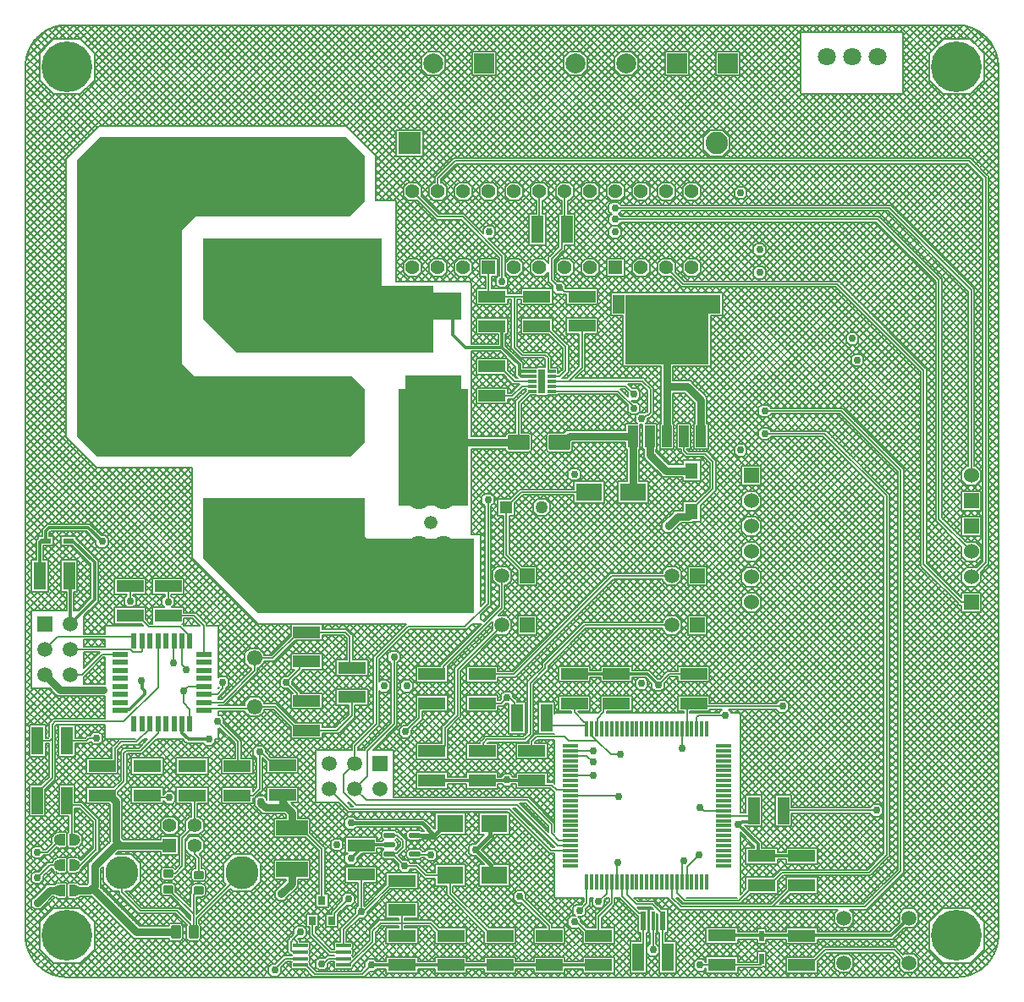
<source format=gbr>
%TF.GenerationSoftware,Altium Limited,Altium Designer,25.2.1 (25)*%
G04 Layer_Physical_Order=1*
G04 Layer_Color=255*
%FSLAX43Y43*%
%MOMM*%
%TF.SameCoordinates,66537E59-A43E-40DC-9FEC-BE63E116DA79*%
%TF.FilePolarity,Positive*%
%TF.FileFunction,Copper,L1,Top,Signal*%
%TF.Part,Single*%
G01*
G75*
%TA.AperFunction,NonConductor*%
%ADD10C,0.203*%
%TA.AperFunction,SMDPad,CuDef*%
%ADD11R,1.230X2.760*%
%ADD12R,0.500X1.125*%
%ADD13R,1.125X0.500*%
G04:AMPARAMS|DCode=14|XSize=1.47mm|YSize=0.55mm|CornerRadius=0.069mm|HoleSize=0mm|Usage=FLASHONLY|Rotation=180.000|XOffset=0mm|YOffset=0mm|HoleType=Round|Shape=RoundedRectangle|*
%AMROUNDEDRECTD14*
21,1,1.470,0.413,0,0,180.0*
21,1,1.333,0.550,0,0,180.0*
1,1,0.138,-0.666,0.206*
1,1,0.138,0.666,0.206*
1,1,0.138,0.666,-0.206*
1,1,0.138,-0.666,-0.206*
%
%ADD14ROUNDEDRECTD14*%
G04:AMPARAMS|DCode=15|XSize=0.55mm|YSize=1.47mm|CornerRadius=0.069mm|HoleSize=0mm|Usage=FLASHONLY|Rotation=180.000|XOffset=0mm|YOffset=0mm|HoleType=Round|Shape=RoundedRectangle|*
%AMROUNDEDRECTD15*
21,1,0.550,1.333,0,0,180.0*
21,1,0.413,1.470,0,0,180.0*
1,1,0.138,-0.206,0.666*
1,1,0.138,0.206,0.666*
1,1,0.138,0.206,-0.666*
1,1,0.138,-0.206,-0.666*
%
%ADD15ROUNDEDRECTD15*%
%ADD16R,2.650X1.800*%
%ADD17R,5.600X2.700*%
%ADD18R,0.800X0.900*%
%ADD19R,1.020X2.160*%
%ADD20R,8.330X6.990*%
%ADD21R,1.235X1.910*%
%ADD22R,2.720X1.160*%
G04:AMPARAMS|DCode=23|XSize=2.21mm|YSize=1.53mm|CornerRadius=0.115mm|HoleSize=0mm|Usage=FLASHONLY|Rotation=180.000|XOffset=0mm|YOffset=0mm|HoleType=Round|Shape=RoundedRectangle|*
%AMROUNDEDRECTD23*
21,1,2.210,1.301,0,0,180.0*
21,1,1.981,1.530,0,0,180.0*
1,1,0.230,-0.990,0.650*
1,1,0.230,0.990,0.650*
1,1,0.230,0.990,-0.650*
1,1,0.230,-0.990,-0.650*
%
%ADD23ROUNDEDRECTD23*%
%ADD24R,2.760X1.230*%
G04:AMPARAMS|DCode=25|XSize=0.87mm|YSize=1.02mm|CornerRadius=0.109mm|HoleSize=0mm|Usage=FLASHONLY|Rotation=90.000|XOffset=0mm|YOffset=0mm|HoleType=Round|Shape=RoundedRectangle|*
%AMROUNDEDRECTD25*
21,1,0.870,0.803,0,0,90.0*
21,1,0.653,1.020,0,0,90.0*
1,1,0.217,0.401,0.326*
1,1,0.217,0.401,-0.326*
1,1,0.217,-0.401,-0.326*
1,1,0.217,-0.401,0.326*
%
%ADD25ROUNDEDRECTD25*%
G04:AMPARAMS|DCode=26|XSize=1.016mm|YSize=1.397mm|CornerRadius=0.127mm|HoleSize=0mm|Usage=FLASHONLY|Rotation=180.000|XOffset=0mm|YOffset=0mm|HoleType=Round|Shape=RoundedRectangle|*
%AMROUNDEDRECTD26*
21,1,1.016,1.143,0,0,180.0*
21,1,0.762,1.397,0,0,180.0*
1,1,0.254,-0.381,0.572*
1,1,0.254,0.381,0.572*
1,1,0.254,0.381,-0.572*
1,1,0.254,-0.381,-0.572*
%
%ADD26ROUNDEDRECTD26*%
%ADD27R,3.200X1.500*%
%ADD28R,1.160X2.720*%
%ADD29R,0.850X0.300*%
%ADD30R,0.690X2.440*%
%ADD31R,1.300X1.650*%
G04:AMPARAMS|DCode=32|XSize=1.47mm|YSize=0.4mm|CornerRadius=0.05mm|HoleSize=0mm|Usage=FLASHONLY|Rotation=0.000|XOffset=0mm|YOffset=0mm|HoleType=Round|Shape=RoundedRectangle|*
%AMROUNDEDRECTD32*
21,1,1.470,0.300,0,0,0.0*
21,1,1.370,0.400,0,0,0.0*
1,1,0.100,0.685,-0.150*
1,1,0.100,-0.685,-0.150*
1,1,0.100,-0.685,0.150*
1,1,0.100,0.685,0.150*
%
%ADD32ROUNDEDRECTD32*%
G04:AMPARAMS|DCode=33|XSize=0.28mm|YSize=1.6mm|CornerRadius=0.035mm|HoleSize=0mm|Usage=FLASHONLY|Rotation=0.000|XOffset=0mm|YOffset=0mm|HoleType=Round|Shape=RoundedRectangle|*
%AMROUNDEDRECTD33*
21,1,0.280,1.530,0,0,0.0*
21,1,0.210,1.600,0,0,0.0*
1,1,0.070,0.105,-0.765*
1,1,0.070,-0.105,-0.765*
1,1,0.070,-0.105,0.765*
1,1,0.070,0.105,0.765*
%
%ADD33ROUNDEDRECTD33*%
G04:AMPARAMS|DCode=34|XSize=1.6mm|YSize=0.28mm|CornerRadius=0.035mm|HoleSize=0mm|Usage=FLASHONLY|Rotation=0.000|XOffset=0mm|YOffset=0mm|HoleType=Round|Shape=RoundedRectangle|*
%AMROUNDEDRECTD34*
21,1,1.600,0.210,0,0,0.0*
21,1,1.530,0.280,0,0,0.0*
1,1,0.070,0.765,-0.105*
1,1,0.070,-0.765,-0.105*
1,1,0.070,-0.765,0.105*
1,1,0.070,0.765,0.105*
%
%ADD34ROUNDEDRECTD34*%
%ADD35R,0.400X1.900*%
%ADD36R,0.600X1.900*%
G04:AMPARAMS|DCode=37|XSize=1.21mm|YSize=0.59mm|CornerRadius=0.148mm|HoleSize=0mm|Usage=FLASHONLY|Rotation=0.000|XOffset=0mm|YOffset=0mm|HoleType=Round|Shape=RoundedRectangle|*
%AMROUNDEDRECTD37*
21,1,1.210,0.295,0,0,0.0*
21,1,0.915,0.590,0,0,0.0*
1,1,0.295,0.458,-0.148*
1,1,0.295,-0.458,-0.148*
1,1,0.295,-0.458,0.148*
1,1,0.295,0.458,0.148*
%
%ADD37ROUNDEDRECTD37*%
%TA.AperFunction,Conductor*%
%ADD38C,0.175*%
%ADD39C,0.300*%
%ADD40C,0.800*%
%ADD41C,0.400*%
%ADD42C,0.102*%
%TA.AperFunction,ComponentPad*%
%ADD43C,1.500*%
%ADD44R,1.500X1.500*%
%ADD45C,1.408*%
%ADD46R,1.408X1.408*%
%ADD47C,3.316*%
%ADD48C,1.524*%
%ADD49R,1.524X1.524*%
%ADD50C,3.000*%
%ADD51R,3.000X3.000*%
%ADD52C,1.425*%
%ADD53R,1.425X1.425*%
%ADD54C,2.000*%
%ADD55R,2.000X2.000*%
%ADD56R,2.250X2.250*%
%ADD57C,2.250*%
%ADD58R,1.500X1.500*%
%ADD59C,1.500*%
%ADD60C,1.550*%
%ADD61C,1.800*%
%ADD62C,1.275*%
%ADD63R,1.275X1.275*%
%ADD64C,1.325*%
%ADD65C,2.400*%
%TA.AperFunction,ViaPad*%
%ADD66C,5.080*%
%ADD67C,0.750*%
G36*
X35941Y69523D02*
X41148D01*
Y62865D01*
X21463D01*
X18140Y66188D01*
Y74300D01*
X35941D01*
Y69523D01*
D02*
G37*
G36*
X34300Y82540D02*
Y77988D01*
X32812Y76500D01*
X17318D01*
X16000Y75182D01*
Y61724D01*
X17224Y60500D01*
X33000D01*
X34300Y59200D01*
Y53858D01*
X32902Y52460D01*
X7484D01*
X5500Y54444D01*
Y82208D01*
X7752Y84460D01*
X32380D01*
X34300Y82540D01*
D02*
G37*
G36*
X44648Y47498D02*
X37648D01*
Y59182D01*
X44648D01*
Y47498D01*
D02*
G37*
G36*
X34300Y44450D02*
X34554Y44196D01*
X45164D01*
Y36807D01*
X23633D01*
X18140Y42300D01*
Y48300D01*
X34300D01*
Y44450D01*
D02*
G37*
G36*
G01X4274Y12140D02*
G01Y10940D01*
G01X3766D01*
G01X3766Y10940D01*
G02Y12140I0J600D01*
G01X4274D01*
D02*
G37*
G36*
G01X4726D02*
G01Y10940D01*
G01X5234D01*
G01X5234Y10940D01*
G03Y12140I0J600D01*
G01X4726D01*
D02*
G37*
G36*
G01Y14680D02*
G01Y13480D01*
G01X5234D01*
G01X5234Y13480D01*
G03Y14680I0J600D01*
G01X4726D01*
D02*
G37*
G36*
G01X4274D02*
G01Y13480D01*
G01X3766D01*
G01X3766Y13480D01*
G02Y14680I0J600D01*
G01X4274D01*
D02*
G37*
G36*
G01Y8400D02*
G01Y9600D01*
G01X3766D01*
G01X3766Y9600D01*
G03Y8400I0J-600D01*
G01X4274D01*
D02*
G37*
G36*
G01X4726D02*
G01Y9600D01*
G01X5234D01*
G01X5234Y9600D01*
G02Y8400I0J-600D01*
G01X4726D01*
D02*
G37*
D10*
X96706Y94166D02*
G03*
X96562Y94331I-3206J-2666D01*
G01*
X96905Y93907D02*
G03*
X96706Y94166I-3405J-2407D01*
G01*
X96562Y94331D02*
G03*
X96331Y94562I-3062J-2831D01*
G01*
X97027Y93725D02*
G03*
X96905Y93907I-3527J-2225D01*
G01*
X96166Y94706D02*
G03*
X95907Y94905I-2666J-3206D01*
G01*
D02*
G03*
X95725Y95027I-2407J-3405D01*
G01*
X96331Y94562D02*
G03*
X96166Y94706I-2831J-3062D01*
G01*
X97287Y93245D02*
G03*
X97190Y93442I-3787J-1745D01*
G01*
X97412Y92944D02*
G03*
X97287Y93245I-3912J-1444D01*
G01*
X97190Y93442D02*
G03*
X97027Y93725I-3690J-1942D01*
G01*
X95442Y95190D02*
G03*
X95245Y95287I-1942J-3690D01*
G01*
D02*
G03*
X94944Y95412I-1745J-3787D01*
G01*
X95725Y95027D02*
G03*
X95442Y95190I-2225J-3527D01*
G01*
X94736Y95482D02*
G03*
X94421Y95567I-1236J-3982D01*
G01*
X94944Y95412D02*
G03*
X94736Y95482I-1444J-3912D01*
G01*
X97652Y91882D02*
G03*
X97610Y92206I-4152J-382D01*
G01*
X97667Y91663D02*
G03*
X97652Y91882I-4167J-163D01*
G01*
X97670Y91505D02*
G03*
X97667Y91663I-4170J-5D01*
G01*
X97567Y92421D02*
G03*
X97482Y92736I-4067J-921D01*
G01*
D02*
G03*
X97412Y92944I-3982J-1236D01*
G01*
X97610Y92206D02*
G03*
X97567Y92421I-4110J-706D01*
G01*
X93663Y95667D02*
G03*
X93500Y95670I-163J-4167D01*
G01*
X93882Y95652D02*
G03*
X93663Y95667I-382J-4152D01*
G01*
X94206Y95610D02*
G03*
X93882Y95652I-706J-4110D01*
G01*
X94421Y95567D02*
G03*
X94206Y95610I-921J-4067D01*
G01*
X54747Y52880D02*
G03*
X55065Y53198I0J318D01*
G01*
X52767Y54816D02*
G03*
X52449Y54498I0J-318D01*
G01*
X50965D02*
G03*
X50647Y54816I-318J0D01*
G01*
Y52880D02*
G03*
X50965Y53198I0J318D01*
G01*
X52449D02*
G03*
X52767Y52880I318J0D01*
G01*
X97667Y4337D02*
G03*
X97670Y4495I-4167J163D01*
G01*
X97652Y4118D02*
G03*
X97667Y4337I-4152J382D01*
G01*
X97610Y3794D02*
G03*
X97652Y4118I-4110J706D01*
G01*
X97567Y3579D02*
G03*
X97610Y3794I-4067J921D01*
G01*
X97482Y3264D02*
G03*
X97567Y3579I-3982J1236D01*
G01*
X97412Y3056D02*
G03*
X97482Y3264I-3912J1444D01*
G01*
X97287Y2755D02*
G03*
X97412Y3056I-3787J1745D01*
G01*
X97190Y2558D02*
G03*
X97287Y2755I-3690J1942D01*
G01*
X97027Y2275D02*
G03*
X97190Y2558I-3527J2225D01*
G01*
X96905Y2093D02*
G03*
X97027Y2275I-3405J2407D01*
G01*
X96706Y1834D02*
G03*
X96905Y2093I-3206J2666D01*
G01*
X96562Y1669D02*
G03*
X96706Y1834I-3062J2831D01*
G01*
X96331Y1438D02*
G03*
X96562Y1669I-2831J3062D01*
G01*
X96166Y1294D02*
G03*
X96331Y1438I-2666J3206D01*
G01*
X95907Y1095D02*
G03*
X96166Y1294I-2407J3405D01*
G01*
X95725Y973D02*
G03*
X95907Y1095I-2225J3527D01*
G01*
X95442Y810D02*
G03*
X95725Y973I-1942J3690D01*
G01*
X95245Y713D02*
G03*
X95442Y810I-1745J3787D01*
G01*
X94944Y588D02*
G03*
X95245Y713I-1444J3912D01*
G01*
X94736Y518D02*
G03*
X94944Y588I-1236J3982D01*
G01*
X94421Y433D02*
G03*
X94736Y518I-921J4067D01*
G01*
X94206Y390D02*
G03*
X94421Y433I-706J4110D01*
G01*
X93882Y348D02*
G03*
X94206Y390I-382J4152D01*
G01*
X93663Y333D02*
G03*
X93882Y348I-163J4167D01*
G01*
X93500Y330D02*
G03*
X93663Y333I0J4170D01*
G01*
X48667Y54816D02*
G03*
X48349Y54498I0J-318D01*
G01*
Y53198D02*
G03*
X48667Y52880I318J0D01*
G01*
X4500Y95670D02*
G03*
X4337Y95667I0J-4170D01*
G01*
D02*
G03*
X4118Y95652I163J-4167D01*
G01*
D02*
G03*
X3794Y95610I382J-4152D01*
G01*
D02*
G03*
X3579Y95567I706J-4110D01*
G01*
D02*
G03*
X3264Y95482I921J-4067D01*
G01*
D02*
G03*
X3056Y95412I1236J-3982D01*
G01*
D02*
G03*
X2755Y95287I1444J-3912D01*
G01*
D02*
G03*
X2558Y95190I1745J-3787D01*
G01*
D02*
G03*
X2275Y95027I1942J-3690D01*
G01*
D02*
G03*
X2093Y94905I2225J-3527D01*
G01*
D02*
G03*
X1834Y94706I2407J-3405D01*
G01*
D02*
G03*
X1669Y94562I2666J-3206D01*
G01*
D02*
G03*
X1438Y94331I2831J-3062D01*
G01*
D02*
G03*
X1294Y94166I3062J-2831D01*
G01*
D02*
G03*
X1095Y93907I3206J-2666D01*
G01*
D02*
G03*
X973Y93725I3405J-2407D01*
G01*
D02*
G03*
X810Y93442I3527J-2225D01*
G01*
D02*
G03*
X713Y93245I3690J-1942D01*
G01*
D02*
G03*
X588Y92944I3787J-1745D01*
G01*
D02*
G03*
X518Y92736I3912J-1444D01*
G01*
D02*
G03*
X433Y92421I3982J-1236D01*
G01*
D02*
G03*
X390Y92206I4067J-921D01*
G01*
D02*
G03*
X348Y91882I4110J-706D01*
G01*
D02*
G03*
X333Y91663I4152J-382D01*
G01*
D02*
G03*
X330Y91500I4167J-163D01*
G01*
X39953Y14953D02*
G03*
X39713Y15048I-240J-256D01*
G01*
X38798D02*
G03*
X38447Y14698I0J-351D01*
G01*
X39713Y14052D02*
G03*
X39953Y14147I0J351D01*
G01*
X40047Y12902D02*
G03*
X39713Y13148I-335J-105D01*
G01*
Y12152D02*
G03*
X40012Y12321I0J351D01*
G01*
X38447Y14403D02*
G03*
X38798Y14052I351J0D01*
G01*
Y13148D02*
G03*
X38447Y12797I0J-351D01*
G01*
Y12502D02*
G03*
X38798Y12152I351J0D01*
G01*
X37523Y14841D02*
G03*
X37202Y15048I-320J-143D01*
G01*
X36287D02*
G03*
X35937Y14698I0J-351D01*
G01*
X37328Y14075D02*
G03*
X37465Y14169I-125J327D01*
G01*
X36162Y14075D02*
G03*
X36003Y13953I125J-327D01*
G01*
X37553Y13748D02*
G03*
X37328Y14075I-351J0D01*
G01*
Y13125D02*
G03*
X37553Y13453I-125J327D01*
G01*
X36003Y13247D02*
G03*
X36162Y13125I284J206D01*
G01*
D02*
G03*
X35937Y12797I125J-327D01*
G01*
X37410Y13081D02*
G03*
X37328Y13125I-207J-283D01*
G01*
X35937Y14403D02*
G03*
X36162Y14075I351J0D01*
G01*
X35937Y12502D02*
G03*
X36287Y12152I351J0D01*
G01*
X31465Y3878D02*
G03*
X31212Y3625I0J-253D01*
G01*
X33018Y3150D02*
G03*
X33088Y3325I-183J175D01*
G01*
Y3625D02*
G03*
X32835Y3878I-253J0D01*
G01*
X31212Y3325D02*
G03*
X31282Y3150I253J0D01*
G01*
X33088Y2975D02*
G03*
X33018Y3150I-253J0D01*
G01*
Y2500D02*
G03*
X33088Y2675I-183J175D01*
G01*
X33086Y2362D02*
G03*
X33018Y2500I-251J-37D01*
G01*
X31282Y1850D02*
G03*
X31212Y1675I183J-175D01*
G01*
Y1375D02*
G03*
X31465Y1122I253J0D01*
G01*
X32835D02*
G03*
X33088Y1375I0J253D01*
G01*
X28788Y3625D02*
G03*
X28535Y3878I-253J0D01*
G01*
X28788Y2975D02*
G03*
X28718Y3150I-253J0D01*
G01*
Y3150D02*
G03*
X28788Y3325I-183J175D01*
G01*
X28718Y2500D02*
G03*
X28788Y2675I-183J175D01*
G01*
X26925Y2593D02*
G03*
X26982Y2500I240J82D01*
G01*
X28788Y2325D02*
G03*
X28718Y2500I-253J0D01*
G01*
X28788Y1675D02*
G03*
X28718Y1850I-253J0D01*
G01*
Y1850D02*
G03*
X28788Y2025I-183J175D01*
G01*
X26982Y1850D02*
G03*
X26912Y1675I183J-175D01*
G01*
Y1375D02*
G03*
X27165Y1122I253J0D01*
G01*
X18054Y9939D02*
G03*
X18366Y10251I0J312D01*
G01*
Y10903D02*
G03*
X18054Y11215I-312J0D01*
G01*
X18366Y9343D02*
G03*
X18054Y9655I-312J0D01*
G01*
X17252Y11215D02*
G03*
X16940Y10903I0J-312D01*
G01*
Y10251D02*
G03*
X17252Y9939I312J0D01*
G01*
Y9655D02*
G03*
X16940Y9343I0J-312D01*
G01*
X14204Y11324D02*
G03*
X13892Y11012I0J-312D01*
G01*
X15286Y11150D02*
G03*
X15006Y11324I-280J-138D01*
G01*
X13892Y10360D02*
G03*
X14204Y10048I312J0D01*
G01*
X15006D02*
G03*
X15318Y10360I0J312D01*
G01*
Y9452D02*
G03*
X15006Y9764I-312J0D01*
G01*
X14204D02*
G03*
X13892Y9452I0J-312D01*
G01*
X18054Y8379D02*
G03*
X18366Y8691I0J312D01*
G01*
X17856Y5398D02*
G03*
X17695Y5681I-330J0D01*
G01*
X17526Y3924D02*
G03*
X17856Y4254I0J330D01*
G01*
X16479Y5564D02*
G03*
X16434Y5398I285J-167D01*
G01*
Y4254D02*
G03*
X16764Y3924I330J0D01*
G01*
X13892Y8800D02*
G03*
X14204Y8488I312J0D01*
G01*
X16078Y5398D02*
G03*
X15748Y5728I-330J0D01*
G01*
Y3924D02*
G03*
X16078Y4254I0J330D01*
G01*
X14657Y4223D02*
G03*
X14986Y3924I329J32D01*
G01*
Y5728D02*
G03*
X14657Y5429I0J-330D01*
G01*
X3794Y390D02*
G03*
X4118Y348I706J4110D01*
G01*
X3264Y518D02*
G03*
X3579Y433I1236J3982D01*
G01*
D02*
G03*
X3794Y390I921J4067D01*
G01*
X4337Y333D02*
G03*
X4500Y330I163J4167D01*
G01*
X4118Y348D02*
G03*
X4337Y333I382J4152D01*
G01*
X333Y4337D02*
G03*
X348Y4118I4167J163D01*
G01*
X330Y4500D02*
G03*
X333Y4337I4170J0D01*
G01*
X1294Y1834D02*
G03*
X1438Y1669I3206J2666D01*
G01*
X1669Y1438D02*
G03*
X1834Y1294I2831J3062D01*
G01*
X1438Y1669D02*
G03*
X1669Y1438I3062J2831D01*
G01*
X2558Y810D02*
G03*
X2755Y713I1942J3690D01*
G01*
D02*
G03*
X3056Y588I1745J3787D01*
G01*
D02*
G03*
X3264Y518I1444J3912D01*
G01*
X2093Y1095D02*
G03*
X2275Y973I2407J3405D01*
G01*
X1834Y1294D02*
G03*
X2093Y1095I2666J3206D01*
G01*
X2275Y973D02*
G03*
X2558Y810I2225J3527D01*
G01*
X518Y3264D02*
G03*
X588Y3056I3982J1236D01*
G01*
X433Y3579D02*
G03*
X518Y3264I4067J921D01*
G01*
X588Y3056D02*
G03*
X713Y2755I3912J1444D01*
G01*
X348Y4118D02*
G03*
X390Y3794I4152J382D01*
G01*
D02*
G03*
X433Y3579I4110J706D01*
G01*
X1095Y2093D02*
G03*
X1294Y1834I3405J2407D01*
G01*
X810Y2558D02*
G03*
X973Y2275I3690J1942D01*
G01*
X713Y2755D02*
G03*
X810Y2558I3787J1745D01*
G01*
X973Y2275D02*
G03*
X1095Y2093I3527J2225D01*
G01*
X96706Y94166D02*
X96905Y93907D01*
X95907Y94905D02*
X96166Y94706D01*
X96331Y94562D02*
X96562Y94331D01*
X97287Y93245D02*
X97412Y92944D01*
X97027Y93725D02*
X97190Y93442D01*
X96243Y91933D02*
X97366Y93055D01*
X95994Y93121D02*
X96851Y93977D01*
X95635Y93480D02*
X96524Y94369D01*
X96243Y92651D02*
X97133Y93541D01*
X94944Y95412D02*
X95245Y95287D01*
X95442Y95190D02*
X95725Y95027D01*
X94421Y95567D02*
X94736Y95482D01*
X92128Y94243D02*
X94872D01*
X95355Y95235D02*
X97235Y93355D01*
X94274Y95597D02*
X97597Y92274D01*
X93486Y95667D02*
X97667Y91486D01*
X95276Y93839D02*
X96153Y94716D01*
X94872Y94243D02*
X96243Y92872D01*
X94243Y94243D02*
X95274Y95274D01*
X93525Y94243D02*
X94757Y95476D01*
X94917Y94198D02*
X95737Y95019D01*
X94243Y94243D02*
X95274Y95274D01*
X97610Y92206D02*
X97652Y91882D01*
X97667Y91663D02*
X97667Y91500D01*
X97482Y92736D02*
X97567Y92421D01*
X96243Y91472D02*
X97667Y90049D01*
X96243Y90754D02*
X97667Y89331D01*
X96197Y90082D02*
X97667Y88612D01*
X95838Y89723D02*
X97667Y87894D01*
X95478Y89364D02*
X97667Y87175D01*
X96243Y91214D02*
X97542Y92513D01*
X96243Y90128D02*
Y92872D01*
Y90496D02*
X97650Y91902D01*
X96243Y92191D02*
X97667Y90768D01*
X94648Y88757D02*
X97667Y85739D01*
X93930Y88757D02*
X97667Y85020D01*
X88121Y92411D02*
X97667Y82865D01*
X93212Y88757D02*
X97667Y84302D01*
X92493Y88757D02*
X97667Y83583D01*
X95119Y89004D02*
X97667Y86457D01*
X94872Y88757D02*
X96243Y90128D01*
X92128Y88757D02*
X94872D01*
X88097Y88842D02*
X94607Y82333D01*
X91672D02*
X97667Y88327D01*
X92391Y82333D02*
X97667Y87609D01*
X90954Y82333D02*
X97667Y89046D01*
X94546Y82333D02*
X97667Y85453D01*
X93109Y82333D02*
X97667Y86890D01*
X89517Y82333D02*
X97667Y90482D01*
X88798Y82333D02*
X97667Y91201D01*
X94597Y82333D02*
X94887D01*
X94597D02*
X94887D01*
X93500Y95667D02*
X93663D01*
X92049D02*
X93473Y94243D01*
X92768Y95667D02*
X94191Y94243D01*
X88121Y94587D02*
X89201Y95667D01*
X87795Y94979D02*
X88482Y95667D01*
X91331D02*
X92754Y94243D01*
X90612Y95667D02*
X92082Y94197D01*
X89894Y95667D02*
X91723Y93838D01*
X89175Y95667D02*
X91364Y93478D01*
X88121Y91713D02*
X92075Y95667D01*
X88121Y90276D02*
X93511Y95667D01*
X88121Y90995D02*
X92793Y95667D01*
X88121Y93150D02*
X90638Y95667D01*
X88121Y93868D02*
X89919Y95667D01*
X88457D02*
X91004Y93119D01*
X88121Y92432D02*
X91356Y95667D01*
X82766Y94979D02*
X83453Y95667D01*
X83428D02*
X84116Y94979D01*
X82710Y95667D02*
X83397Y94979D01*
X84146Y95667D02*
X84834Y94979D01*
X83484D02*
X84172Y95667D01*
X81329Y94979D02*
X82017Y95667D01*
X81273D02*
X81960Y94979D01*
X82047D02*
X82735Y95667D01*
X81991D02*
X82679Y94979D01*
X86302Y95667D02*
X86989Y94979D01*
X86358D02*
X87046Y95667D01*
X85640Y94979D02*
X86327Y95667D01*
X87076Y94979D02*
X87764Y95667D01*
X87020D02*
X87708Y94979D01*
X84865Y95667D02*
X85553Y94979D01*
X84203D02*
X84890Y95667D01*
X85583D02*
X86271Y94979D01*
X84921D02*
X85609Y95667D01*
X93882Y95652D02*
X94206Y95610D01*
X92806Y94243D02*
X94177Y95613D01*
X90757Y92872D02*
X92128Y94243D01*
X88011Y94979D02*
X88089Y94947D01*
X87739Y95667D02*
X90757Y92648D01*
X88121Y94566D02*
X90757Y91930D01*
X88089Y94947D02*
X88121Y94869D01*
X90757Y90128D02*
Y92872D01*
X88121Y89558D02*
X90757Y92194D01*
X88121Y93129D02*
X90757Y90493D01*
Y90128D02*
X92128Y88757D01*
X88080Y82333D02*
X94504Y88757D01*
X88121Y93847D02*
X90757Y91212D01*
X88121Y88900D02*
Y94869D01*
X88089Y88822D02*
X88121Y88900D01*
X88011Y88790D02*
X88089Y88822D01*
X82333Y82333D02*
X90757Y90757D01*
X82333Y82333D02*
X90757Y90757D01*
X81614Y82333D02*
X90757Y91475D01*
X83770Y82333D02*
X91161Y89724D01*
X83051Y82333D02*
X90802Y90083D01*
X82402Y88790D02*
X88859Y82333D01*
X81684Y88790D02*
X88141Y82333D01*
X83839Y88790D02*
X90296Y82333D01*
X83120Y88790D02*
X89578Y82333D01*
X86713Y88790D02*
X93170Y82333D01*
X87431Y88790D02*
X93888Y82333D01*
X85925D02*
X92349Y88757D01*
X87362Y82333D02*
X93786Y88757D01*
X86643Y82333D02*
X93067Y88757D01*
X85206Y82333D02*
X91879Y89006D01*
X84488Y82333D02*
X91520Y89365D01*
X85276Y88790D02*
X91733Y82333D01*
X84557Y88790D02*
X91015Y82333D01*
X95435Y81785D02*
X97667Y84017D01*
X95794Y81426D02*
X97667Y83298D01*
X95076Y82144D02*
X97667Y84735D01*
X96513Y80707D02*
X97667Y81861D01*
X96153Y81067D02*
X97667Y82580D01*
X95033Y82187D02*
X96538Y80682D01*
X93827Y82333D02*
X97667Y86172D01*
X96538Y80682D02*
X96684Y80536D01*
X96538Y80682D02*
X96684Y80536D01*
X92314Y81751D02*
X96102Y77963D01*
X91596Y81751D02*
X96102Y77245D01*
X90878Y81751D02*
X96102Y76527D01*
X96684Y80246D02*
Y80536D01*
Y80160D02*
X97667Y81143D01*
X94597Y81751D02*
X96102Y80246D01*
X94470Y81751D02*
X96102Y80119D01*
X93751Y81751D02*
X96102Y79400D01*
X93033Y81751D02*
X96102Y78682D01*
X88121Y90974D02*
X97667Y81428D01*
X88121Y90255D02*
X97667Y80710D01*
X88121Y91692D02*
X97667Y82146D01*
X90235Y82333D02*
X97667Y89764D01*
X88121Y89537D02*
X97667Y79991D01*
X90159Y81751D02*
X96102Y75808D01*
X89441Y81751D02*
X96102Y75090D01*
X89803Y74717D02*
X95717Y80631D01*
X89444Y75076D02*
X95358Y80990D01*
X85849Y81751D02*
X96102Y71498D01*
X85130Y81751D02*
X96102Y70779D01*
X84412Y81751D02*
X96102Y70061D01*
X83693Y81751D02*
X96102Y69342D01*
X82975Y81751D02*
X96102Y68624D01*
X88722Y81751D02*
X96102Y74371D01*
X88004Y81751D02*
X96102Y73653D01*
X87285Y81751D02*
X96102Y72934D01*
X86567Y81751D02*
X96102Y72216D01*
X96684Y80256D02*
X97667Y79273D01*
X96684Y78723D02*
X97667Y79706D01*
X96684Y79442D02*
X97667Y80424D01*
X96684Y78005D02*
X97667Y78988D01*
X96684Y79537D02*
X97667Y78554D01*
X96684Y76664D02*
X97667Y75681D01*
X96684Y80246D02*
Y80536D01*
Y75945D02*
X97667Y74962D01*
X96684Y75131D02*
X97667Y76114D01*
X96684Y73790D02*
X97667Y72807D01*
X96684Y72257D02*
X97667Y73240D01*
X96684Y72976D02*
X97667Y73959D01*
X96684Y71539D02*
X97667Y72522D01*
X96684Y73071D02*
X97667Y72089D01*
X96684Y75227D02*
X97667Y74244D01*
X96684Y74413D02*
X97667Y75396D01*
X96684Y74508D02*
X97667Y73525D01*
X96684Y73694D02*
X97667Y74677D01*
X96684Y77286D02*
X97667Y78269D01*
X96684Y78100D02*
X97667Y77118D01*
X96684Y78819D02*
X97667Y77836D01*
X96684Y75849D02*
X97667Y76832D01*
X96684Y76568D02*
X97667Y77551D01*
X90522Y73998D02*
X96102Y79579D01*
X90163Y74357D02*
X96077Y80271D01*
X96684Y77382D02*
X97667Y76399D01*
X90881Y73639D02*
X96102Y78860D01*
X92677Y71843D02*
X96102Y75268D01*
X93036Y71484D02*
X96102Y74550D01*
X92318Y72202D02*
X96102Y75987D01*
X93755Y70765D02*
X96102Y73113D01*
X93396Y71124D02*
X96102Y73831D01*
X91240Y73280D02*
X96102Y78142D01*
X87032Y77488D02*
X95092Y69428D01*
X91959Y72561D02*
X96102Y76705D01*
X91600Y72921D02*
X96102Y77423D01*
X94887Y82333D02*
X95033Y82187D01*
X94887Y82333D02*
X95033Y82187D01*
X85994Y88790D02*
X92451Y82333D01*
X86930Y77590D02*
X91091Y81751D01*
X86255Y77634D02*
X90372Y81751D01*
X86596Y77634D02*
X86886D01*
X85536D02*
X89654Y81751D01*
X86886Y77634D02*
X87032Y77488D01*
X86596Y77634D02*
X86886D01*
X88726Y75794D02*
X94640Y81708D01*
X89085Y75435D02*
X94999Y81349D01*
X88367Y76153D02*
X93964Y81751D01*
X86596Y77052D02*
X94656Y68992D01*
X86237Y77052D02*
X94656Y68633D01*
X87648Y76872D02*
X92528Y81751D01*
X87289Y77231D02*
X91809Y81751D01*
X88007Y76513D02*
X93246Y81751D01*
X86886Y77634D02*
X87032Y77488D01*
X82663Y77634D02*
X86780Y81751D01*
X83381Y77634D02*
X87499Y81751D01*
X82257D02*
X86374Y77634D01*
X84818D02*
X88936Y81751D01*
X84099Y77634D02*
X88217Y81751D01*
X81538D02*
X85656Y77634D01*
X81226D02*
X85343Y81751D01*
X81944Y77634D02*
X86062Y81751D01*
X81927Y77052D02*
X82488Y76491D01*
X84082Y77052D02*
X84643Y76491D01*
X84393D02*
X84955Y77052D01*
X83675Y76491D02*
X84237Y77052D01*
X85112Y76491D02*
X85673Y77052D01*
X84800D02*
X85362Y76491D01*
X82645Y77052D02*
X83207Y76491D01*
X82238D02*
X82800Y77052D01*
X83363D02*
X83925Y76491D01*
X82956D02*
X83518Y77052D01*
X86864Y75370D02*
X87571Y76077D01*
X87224Y75010D02*
X87931Y75717D01*
X86505Y75729D02*
X87212Y76436D01*
X87942Y74292D02*
X88649Y74999D01*
X87583Y74651D02*
X88290Y75358D01*
X86146Y76088D02*
X86853Y76795D01*
X85787Y76447D02*
X86392Y77052D01*
X85743Y76491D02*
X85889Y76345D01*
X85743Y76491D02*
X85889Y76345D01*
X89738Y72496D02*
X90445Y73203D01*
X85889Y76345D02*
X91839Y70395D01*
X85519Y77052D02*
X94656Y67915D01*
X90456Y71778D02*
X91163Y72484D01*
X90097Y72137D02*
X90804Y72844D01*
X88660Y73574D02*
X89367Y74281D01*
X88301Y73933D02*
X89008Y74640D01*
X89379Y72855D02*
X90086Y73562D01*
X89020Y73214D02*
X89727Y73921D01*
X85453Y75909D02*
X91403Y69959D01*
X85225Y75909D02*
X91403Y69731D01*
X81953Y69740D02*
X86788Y74574D01*
X82672Y69022D02*
X87506Y73856D01*
X82312Y69381D02*
X87147Y74215D01*
X85453Y76491D02*
X85743D01*
X81520D02*
X82081Y77052D01*
X85453Y76491D02*
X85743D01*
X81508Y70014D02*
X86428Y74934D01*
X84506Y75909D02*
X91403Y69012D01*
X83788Y75909D02*
X91403Y68294D01*
X83070Y75909D02*
X91403Y67576D01*
X82351Y75909D02*
X91403Y66857D01*
X81633Y75909D02*
X91403Y66139D01*
X83390Y68303D02*
X88224Y73138D01*
X83031Y68662D02*
X87865Y73497D01*
X84108Y67585D02*
X88943Y72419D01*
X83749Y67944D02*
X88584Y72778D01*
X79892Y94979D02*
X80580Y95667D01*
X80554D02*
X81242Y94979D01*
X79836Y95667D02*
X80524Y94979D01*
X80611D02*
X81298Y95667D01*
X77978Y94979D02*
X88011D01*
X78399Y95667D02*
X79087Y94979D01*
X78455D02*
X79143Y95667D01*
X77681D02*
X78368Y94979D01*
X79174D02*
X79861Y95667D01*
X79118D02*
X79805Y94979D01*
X77900Y94947D02*
X77978Y94979D01*
X74089Y95667D02*
X77868Y91887D01*
X73370Y95667D02*
X77868Y91169D01*
Y88900D02*
Y94869D01*
X77900Y94947D01*
X76962Y95667D02*
X77868Y94761D01*
X76244Y95667D02*
X77868Y94042D01*
X75525Y95667D02*
X77868Y93324D01*
X74807Y95667D02*
X77868Y92606D01*
X71215Y95667D02*
X77868Y89013D01*
X70061Y85148D02*
X77868Y92955D01*
X69343Y85148D02*
X77868Y93673D01*
X70791Y84441D02*
X77868Y91518D01*
X70453Y84822D02*
X77868Y92236D01*
X71783Y91181D02*
X76269Y95667D01*
X63654Y82333D02*
X76988Y95667D01*
X72652D02*
X77868Y90450D01*
X71933Y95667D02*
X77868Y89732D01*
X69778Y95667D02*
X83112Y82333D01*
X70496Y95667D02*
X83830Y82333D01*
X65091D02*
X78424Y95667D01*
X71783Y92225D02*
X81675Y82333D01*
X71783Y92943D02*
X82394Y82333D01*
X65809D02*
X77868Y94392D01*
X64372Y82333D02*
X77706Y95667D01*
X66703Y92276D02*
X76646Y82333D01*
X66703Y92994D02*
X77365Y82333D01*
X78091Y88790D02*
X84549Y82333D01*
X78741D02*
X85198Y88790D01*
X78022Y82333D02*
X84479Y88790D01*
X78810D02*
X85267Y82333D01*
X77978Y88790D02*
X88011D01*
X77900Y88822D02*
X77978Y88790D01*
X77868Y88900D02*
X77900Y88822D01*
X77304Y82333D02*
X83761Y88790D01*
X76585Y82333D02*
X83043Y88790D01*
X80177Y82333D02*
X86635Y88790D01*
X80247D02*
X86704Y82333D01*
X79528Y88790D02*
X85986Y82333D01*
X80965Y88790D02*
X87422Y82333D01*
X80896D02*
X87353Y88790D01*
X79459Y82333D02*
X85916Y88790D01*
X76509Y81751D02*
X80627Y77634D01*
X77228Y81751D02*
X81345Y77634D01*
X76915D02*
X81033Y81751D01*
X71783Y91506D02*
X80957Y82333D01*
X71783Y90788D02*
X80238Y82333D01*
X69798Y90618D02*
X78083Y82333D01*
X71235Y90618D02*
X79520Y82333D01*
X70516Y90618D02*
X78801Y82333D01*
X70791Y83723D02*
X77868Y90800D01*
X70120Y82333D02*
X77868Y90081D01*
X71556Y82333D02*
X78014Y88790D01*
X70838Y82333D02*
X77868Y89363D01*
X74430Y82333D02*
X80887Y88790D01*
X75148Y82333D02*
X81606Y88790D01*
X73712Y82333D02*
X80169Y88790D01*
X75867Y82333D02*
X82324Y88790D01*
X75791Y81751D02*
X79908Y77634D01*
X72993Y82333D02*
X79451Y88790D01*
X72275Y82333D02*
X78732Y88790D01*
X75478Y77634D02*
X79596Y81751D01*
X72917D02*
X77035Y77634D01*
X70753Y93024D02*
X73396Y95667D01*
X71472Y93024D02*
X74114Y95667D01*
X70035Y93024D02*
X72677Y95667D01*
X71702Y93024D02*
X71783Y92943D01*
X69377Y93024D02*
X71783D01*
X67623Y95667D02*
X70265Y93024D01*
X66904Y95667D02*
X69547Y93024D01*
X69060Y95667D02*
X71702Y93024D01*
X68341Y95667D02*
X70984Y93024D01*
X71783Y91899D02*
X75551Y95667D01*
X71783Y90618D02*
Y93024D01*
Y92617D02*
X74832Y95667D01*
X66703Y90839D02*
X75209Y82333D01*
X66703Y91557D02*
X75928Y82333D01*
X66703Y91130D02*
X71240Y95667D01*
X66703Y92566D02*
X69803Y95667D01*
X69377Y90618D02*
X71783D01*
X69377D02*
Y93024D01*
X65467Y95667D02*
X69377Y91757D01*
X64749Y95667D02*
X69377Y91039D01*
X59002Y95667D02*
X69520Y85148D01*
X66703Y91848D02*
X70522Y95667D01*
X58625Y82333D02*
X71959Y95667D01*
X66443Y93024D02*
X69085Y95667D01*
X66186D02*
X69377Y92476D01*
X61623Y91608D02*
X68441Y84790D01*
X61623Y92327D02*
X68802Y85148D01*
X62217Y82333D02*
X70502Y90618D01*
X64769D02*
X73054Y82333D01*
X61498D02*
X69784Y90618D01*
X66206D02*
X74491Y82333D01*
X65487Y90618D02*
X73772Y82333D01*
X60062D02*
X69377Y91648D01*
X59343Y82333D02*
X69377Y92366D01*
X60780Y82333D02*
X69377Y90929D01*
X60458Y90618D02*
X68744Y82333D01*
X70791Y83877D02*
X72336Y82333D01*
X70791Y83159D02*
X71617Y82333D01*
X70433Y82798D02*
X70899Y82333D01*
X72235Y79419D02*
X74567Y81751D01*
X71580Y79471D02*
X72184D01*
X70791Y83156D02*
Y84484D01*
X70127Y85148D02*
X70791Y84484D01*
X70127Y82492D02*
X70791Y83156D01*
X70021Y82492D02*
X70180Y82333D01*
X72486Y78951D02*
X75286Y81751D01*
X72486Y78565D02*
Y79169D01*
X72184Y79471D02*
X72486Y79169D01*
X72184Y78263D02*
X72486Y78565D01*
X71580Y78263D02*
X72184D01*
X71278Y78565D02*
Y79169D01*
X71580Y79471D01*
X71278Y78565D02*
X71580Y78263D01*
X70449Y77634D02*
X71330Y78514D01*
X68799Y85148D02*
X70127D01*
X69303Y82492D02*
X69462Y82333D01*
X62935D02*
X71220Y90618D01*
X69401Y82333D02*
X69560Y82492D01*
X68799D02*
X70127D01*
X68135Y83156D02*
X68799Y82492D01*
X68135Y84484D02*
X68799Y85148D01*
X68683Y82333D02*
X68842Y82492D01*
X67964Y82333D02*
X68461Y82830D01*
X69325Y81751D02*
X71606Y79471D01*
X68606Y81751D02*
X71278Y79079D01*
X67916Y78692D02*
X70975Y81751D01*
X69731Y77634D02*
X73849Y81751D01*
X67888D02*
X72006Y77634D01*
X67577Y79790D02*
X69538Y81751D01*
X66978Y79910D02*
X68820Y81751D01*
X67916Y79410D02*
X70257Y81751D01*
X67713Y78334D02*
X68414Y77634D01*
X79071D02*
X83188Y81751D01*
X79383D02*
X83500Y77634D01*
X78664Y81751D02*
X82782Y77634D01*
X80101Y81751D02*
X84219Y77634D01*
X79789D02*
X83907Y81751D01*
X77634Y77634D02*
X81751Y81751D01*
X77634Y77634D02*
X81751Y81751D01*
X78352Y77634D02*
X82470Y81751D01*
X77946D02*
X82064Y77634D01*
X80507D02*
X84625Y81751D01*
X80820D02*
X84937Y77634D01*
X79364Y76491D02*
X79926Y77052D01*
X80083Y76491D02*
X80644Y77052D01*
X79771D02*
X80333Y76491D01*
X78334Y77052D02*
X78896Y76491D01*
X77928D02*
X78489Y77052D01*
X79053D02*
X79614Y76491D01*
X78646D02*
X79208Y77052D01*
X74354Y81751D02*
X78471Y77634D01*
X74760D02*
X78878Y81751D01*
X74042Y77634D02*
X78159Y81751D01*
X75072D02*
X79190Y77634D01*
X59913D02*
X86596D01*
X72605D02*
X76722Y81751D01*
X72199D02*
X76316Y77634D01*
X73635Y81751D02*
X77753Y77634D01*
X73323D02*
X77441Y81751D01*
X76898Y77052D02*
X77459Y76491D01*
X77209D02*
X77771Y77052D01*
X76197Y77634D02*
X80314Y81751D01*
X77616Y77052D02*
X78178Y76491D01*
X59913Y77052D02*
X86596D01*
X76179D02*
X76741Y76491D01*
X75772D02*
X76334Y77052D01*
X76491Y76491D02*
X77052Y77052D01*
X76491Y76491D02*
X77052Y77052D01*
X77916Y70014D02*
X83812Y75909D01*
X78635Y70014D02*
X84530Y75909D01*
X77198Y70014D02*
X83094Y75909D01*
X80072Y70014D02*
X85710Y75652D01*
X79353Y70014D02*
X85249Y75909D01*
X80801Y76491D02*
X81363Y77052D01*
X80490D02*
X81051Y76491D01*
X81208Y77052D02*
X81770Y76491D01*
X76479Y70014D02*
X82375Y75909D01*
X78759D02*
X91403Y63265D01*
X78041Y75909D02*
X91403Y62547D01*
X77322Y75909D02*
X91403Y61828D01*
X76604Y75909D02*
X91403Y61110D01*
X75885Y75909D02*
X91403Y60391D01*
X80914Y75909D02*
X91403Y65420D01*
X80196Y75909D02*
X91403Y64702D01*
X80790Y70014D02*
X86069Y75293D01*
X79477Y75909D02*
X91403Y63983D01*
X74216Y71342D02*
X78783Y75909D01*
X73012D02*
X78907Y70014D01*
X59913Y76491D02*
X85453D01*
X74391Y70798D02*
X79501Y75909D01*
X59913D02*
X85453D01*
X74391Y72954D02*
X77346Y75909D01*
X74281Y73563D02*
X76628Y75909D01*
X73625Y71470D02*
X78065Y75909D01*
X72293D02*
X78189Y70014D01*
X74448Y75909D02*
X80344Y70014D01*
X75043D02*
X80938Y75909D01*
X74324Y70014D02*
X80220Y75909D01*
X75761Y70014D02*
X81657Y75909D01*
X75167D02*
X81063Y70014D01*
X74391Y73094D02*
X77470Y70014D01*
X73730Y75909D02*
X79626Y70014D01*
X74153Y72613D02*
X76752Y70014D01*
X73499Y72548D02*
X76034Y70014D01*
X71886Y77634D02*
X76004Y81751D01*
X72486Y78591D02*
X73443Y77634D01*
X71480Y81751D02*
X75598Y77634D01*
X72180Y76491D02*
X72742Y77052D01*
X72094Y78263D02*
X72724Y77634D01*
X71168D02*
X71798Y78263D01*
X71150Y77052D02*
X71712Y76491D01*
X71869Y77052D02*
X72430Y76491D01*
X71462D02*
X72023Y77052D01*
X74335Y76491D02*
X74897Y77052D01*
X74742D02*
X75304Y76491D01*
X74024Y77052D02*
X74586Y76491D01*
X75461Y77052D02*
X76022Y76491D01*
X75054D02*
X75615Y77052D01*
X72899Y76491D02*
X73460Y77052D01*
X72587D02*
X73149Y76491D01*
X73617D02*
X74179Y77052D01*
X73305D02*
X73867Y76491D01*
X68294Y77634D02*
X72412Y81751D01*
X69013Y77634D02*
X73130Y81751D01*
X67576Y77634D02*
X71693Y81751D01*
X70762D02*
X74879Y77634D01*
X70043Y81751D02*
X74161Y77634D01*
X66451Y81751D02*
X70569Y77634D01*
X65733Y81751D02*
X69850Y77634D01*
X67916Y78850D02*
X69132Y77634D01*
X67170Y81751D02*
X71287Y77634D01*
X69713Y77052D02*
X70275Y76491D01*
X70025D02*
X70587Y77052D01*
X69306Y76491D02*
X69868Y77052D01*
X70743Y76491D02*
X71305Y77052D01*
X70432D02*
X70993Y76491D01*
X68277Y77052D02*
X68838Y76491D01*
X67870D02*
X68431Y77052D01*
X68995D02*
X69557Y76491D01*
X68588D02*
X69150Y77052D01*
X73756Y73756D02*
X75909Y75909D01*
X73756Y73756D02*
X75909Y75909D01*
X71575D02*
X73729Y73756D01*
X74089D02*
X74391Y73454D01*
X73485Y73756D02*
X74089D01*
X70856Y75909D02*
X73248Y73518D01*
X70138Y75909D02*
X73183Y72864D01*
Y72850D02*
Y73454D01*
X73485Y73756D01*
X74391Y72850D02*
Y73454D01*
X74089Y72548D02*
X74391Y72850D01*
X73183Y72864D02*
X73499Y72548D01*
X73485D02*
X74089D01*
X71451Y70014D02*
X73985Y72548D01*
X70014Y70014D02*
X73183Y73183D01*
X70014Y70014D02*
X73183Y73183D01*
Y72850D02*
X73485Y72548D01*
X70732Y70014D02*
X73376Y72658D01*
X67916Y71508D02*
X72317Y75909D01*
X67983D02*
X73183Y70709D01*
X67719Y72029D02*
X71599Y75909D01*
X69420D02*
X73859Y71470D01*
X68701Y75909D02*
X73313Y71297D01*
X65371Y71837D02*
X69444Y75909D01*
X65012Y72196D02*
X68725Y75909D01*
X67261Y72290D02*
X70880Y75909D01*
X66542Y72290D02*
X70162Y75909D01*
X67264D02*
X73160Y70014D01*
X67858D02*
X73754Y75909D01*
X67140Y70014D02*
X73036Y75909D01*
X69295Y70014D02*
X75191Y75909D01*
X68577Y70014D02*
X74472Y75909D01*
X65109D02*
X71005Y70014D01*
X64391Y75909D02*
X70286Y70014D01*
X66546Y75909D02*
X72441Y70014D01*
X65827Y75909D02*
X71723Y70014D01*
X96684Y70198D02*
X97667Y69215D01*
X96684Y68665D02*
X97667Y69648D01*
X96684Y69384D02*
X97667Y70367D01*
X96684Y67228D02*
X97667Y68211D01*
X96684Y69479D02*
X97667Y68496D01*
X96684Y70821D02*
X97667Y71803D01*
X96684Y71635D02*
X97667Y70652D01*
X96684Y72353D02*
X97667Y71370D01*
X96684Y70916D02*
X97667Y69933D01*
X96684Y70102D02*
X97667Y71085D01*
X96684Y65073D02*
X97667Y66056D01*
X96684Y65887D02*
X97667Y64904D01*
X96684Y66606D02*
X97667Y65623D01*
X96684Y65169D02*
X97667Y64186D01*
X96684Y64355D02*
X97667Y65338D01*
X96684Y66510D02*
X97667Y67493D01*
X96684Y68043D02*
X97667Y67060D01*
X96684Y65792D02*
X97667Y66774D01*
X96684Y67324D02*
X97667Y66341D01*
X96684Y67947D02*
X97667Y68930D01*
X95238Y67938D02*
X96102Y68802D01*
X95238Y68656D02*
X96102Y69521D01*
X96684Y68761D02*
X97667Y67778D01*
X95238Y68770D02*
X96102Y67906D01*
X94473Y70047D02*
X96102Y71676D01*
X94114Y70406D02*
X96102Y72394D01*
X95192Y69328D02*
X96102Y70239D01*
X94832Y69688D02*
X96102Y70958D01*
X95238Y65064D02*
X96102Y65929D01*
X95238Y65896D02*
X96102Y65032D01*
X95238Y65782D02*
X96102Y66647D01*
X95238Y65178D02*
X96102Y64313D01*
X95238Y64346D02*
X96102Y65210D01*
X95238Y68052D02*
X96102Y67187D01*
X95238Y67219D02*
X96102Y68084D01*
X95238Y67333D02*
X96102Y66469D01*
X95238Y66501D02*
X96102Y67365D01*
X96684Y63014D02*
X97667Y62031D01*
X96684Y61481D02*
X97667Y62464D01*
X96684Y62199D02*
X97667Y63182D01*
X96684Y60763D02*
X97667Y61746D01*
X96684Y62295D02*
X97667Y61312D01*
X96684Y64450D02*
X97667Y63467D01*
X96684Y63636D02*
X97667Y64619D01*
X96684Y63732D02*
X97667Y62749D01*
X96684Y62918D02*
X97667Y63901D01*
X96684Y58607D02*
X97667Y59590D01*
X96684Y59421D02*
X97667Y58439D01*
X96684Y60140D02*
X97667Y59157D01*
X96684Y58703D02*
X97667Y57720D01*
X96684Y57889D02*
X97667Y58872D01*
X96684Y60044D02*
X97667Y61027D01*
X96684Y61577D02*
X97667Y60594D01*
X96684Y59326D02*
X97667Y60309D01*
X96684Y60858D02*
X97667Y59875D01*
X95238Y63023D02*
X96102Y62158D01*
X95238Y61472D02*
X96102Y62336D01*
X95238Y62190D02*
X96102Y63055D01*
X95238Y60753D02*
X96102Y61618D01*
X95238Y62304D02*
X96102Y61440D01*
X95238Y64460D02*
X96102Y63595D01*
X95238Y63627D02*
X96102Y64492D01*
X95238Y63741D02*
X96102Y62877D01*
X95238Y62909D02*
X96102Y63773D01*
X95238Y58598D02*
X96102Y59463D01*
X95238Y59431D02*
X96102Y58566D01*
X95238Y60149D02*
X96102Y59284D01*
X95238Y58712D02*
X96102Y57848D01*
X95238Y57880D02*
X96102Y58744D01*
X95238Y60035D02*
X96102Y60900D01*
X95238Y61586D02*
X96102Y60721D01*
X95238Y59317D02*
X96102Y60181D01*
X95238Y60867D02*
X96102Y60003D01*
X95092Y69428D02*
X95238Y69282D01*
Y68992D02*
Y69282D01*
X95092Y69428D02*
X95238Y69282D01*
Y68992D02*
Y69282D01*
X91985Y69149D02*
X94656Y66478D01*
X91985Y68995D02*
X93319Y70329D01*
X91985Y69714D02*
X92960Y70688D01*
X91985Y66840D02*
X94396Y69252D01*
X91985Y69959D02*
Y70249D01*
Y66994D02*
X94656Y64323D01*
X91985Y63966D02*
X94656Y66638D01*
X91985Y64685D02*
X94656Y67356D01*
X95238Y66615D02*
X96102Y65750D01*
X91985Y66276D02*
X94656Y63604D01*
X91985Y68431D02*
X94656Y65759D01*
X91985Y66122D02*
X94656Y68793D01*
X91985Y67713D02*
X94656Y65041D01*
X91985Y65403D02*
X94656Y68075D01*
X91893Y70341D02*
X92600Y71048D01*
X91985Y69959D02*
Y70249D01*
X91534Y70700D02*
X92241Y71407D01*
X91985Y67558D02*
X94037Y69611D01*
X91985Y68277D02*
X93678Y69970D01*
X91175Y71059D02*
X91882Y71766D01*
X90816Y71418D02*
X91523Y72125D01*
X91839Y70395D02*
X91985Y70249D01*
X91839Y70395D02*
X91985Y70249D01*
Y69868D02*
X94656Y67196D01*
X87341Y64352D02*
X91403Y68414D01*
X86982Y64711D02*
X91403Y69132D01*
X88060Y63633D02*
X91403Y66977D01*
X87700Y63993D02*
X91403Y67695D01*
X85904Y65789D02*
X90739Y70623D01*
X85545Y66148D02*
X90380Y70982D01*
X86623Y65070D02*
X91403Y69851D01*
X86264Y65429D02*
X91098Y70264D01*
X91985Y61811D02*
X94656Y64483D01*
X91985Y64120D02*
X94656Y61449D01*
X91985Y64839D02*
X94656Y62167D01*
X91985Y63402D02*
X94656Y60730D01*
X91985Y61093D02*
X94656Y63764D01*
X91985Y65557D02*
X94656Y62886D01*
X91985Y63248D02*
X94656Y65919D01*
X91985Y62529D02*
X94656Y65201D01*
X90461Y61005D02*
X91403Y61948D01*
X91985Y61247D02*
X94656Y58575D01*
X91985Y58219D02*
X94656Y60890D01*
X91985Y58937D02*
X94656Y61609D01*
X91985Y57500D02*
X94656Y60172D01*
X91985Y60528D02*
X94656Y57857D01*
X91985Y62684D02*
X94656Y60012D01*
X91985Y60374D02*
X94656Y63046D01*
X91985Y61965D02*
X94656Y59294D01*
X91985Y59656D02*
X94656Y62327D01*
X89137Y62556D02*
X91403Y64822D01*
X89497Y62197D02*
X91403Y64103D01*
X88778Y62915D02*
X91403Y65540D01*
X90215Y61478D02*
X91403Y62666D01*
X89856Y61837D02*
X91403Y63385D01*
X90315Y61378D02*
X90461Y61232D01*
X88419Y63274D02*
X91403Y66259D01*
X90461Y60942D02*
Y61232D01*
X90315Y61378D02*
X90461Y61232D01*
Y58850D02*
X91403Y59793D01*
X90461Y59179D02*
X91403Y58236D01*
X90461Y59897D02*
X91403Y58954D01*
X90461Y58460D02*
X91403Y57518D01*
X90461Y58132D02*
X91403Y59074D01*
X90461Y60287D02*
X91403Y61230D01*
X90461Y60942D02*
Y61232D01*
Y59569D02*
X91403Y60511D01*
X90461Y60616D02*
X91403Y59673D01*
X96684Y57266D02*
X97667Y56283D01*
X96684Y55734D02*
X97667Y56717D01*
X96684Y56452D02*
X97667Y57435D01*
X96684Y55015D02*
X97667Y55998D01*
X96684Y56548D02*
X97667Y55565D01*
X96684Y57985D02*
X97667Y57002D01*
X96684Y57171D02*
X97667Y58153D01*
X95238Y55839D02*
X96102Y54974D01*
X95238Y55006D02*
X96102Y55871D01*
X96684Y55111D02*
X97667Y54128D01*
X96684Y53578D02*
X97667Y54561D01*
X96684Y54297D02*
X97667Y55280D01*
X96684Y52860D02*
X97667Y53843D01*
X96684Y54393D02*
X97667Y53410D01*
X96684Y55829D02*
X97667Y54846D01*
X95238Y54288D02*
X96102Y55152D01*
X95238Y53683D02*
X96102Y52819D01*
X95238Y55120D02*
X96102Y54255D01*
X95238Y57994D02*
X96102Y57129D01*
X95238Y56443D02*
X96102Y57308D01*
X95238Y57161D02*
X96102Y58026D01*
X95238Y55725D02*
X96102Y56589D01*
X95238Y57275D02*
X96102Y56411D01*
X91985Y59092D02*
X94656Y56420D01*
X91985Y56782D02*
X94656Y59454D01*
X91985Y58373D02*
X94656Y55701D01*
X91985Y56064D02*
X94656Y58735D01*
X95238Y56557D02*
X96102Y55692D01*
X95238Y53569D02*
X96102Y54434D01*
X95238Y51511D02*
Y68992D01*
Y52851D02*
X96102Y53715D01*
X95238Y54402D02*
X96102Y53537D01*
X91985Y56936D02*
X94656Y54265D01*
X91985Y54627D02*
X94656Y57298D01*
X91985Y55499D02*
X94656Y52828D01*
X91985Y56218D02*
X94656Y53546D01*
X96684Y51423D02*
X97667Y52406D01*
X96684Y52237D02*
X97667Y51254D01*
X96684Y52956D02*
X97667Y51973D01*
X96684Y51519D02*
X97667Y50536D01*
X96684Y50705D02*
X97667Y51688D01*
X96684Y52142D02*
X97667Y53124D01*
X96684Y53674D02*
X97667Y52691D01*
X95912Y50652D02*
X96102Y50842D01*
X95912Y50853D02*
X96102Y50663D01*
X96684Y49268D02*
X97667Y50251D01*
X96684Y50082D02*
X97667Y49099D01*
X96684Y50800D02*
X97667Y49818D01*
X96684Y49364D02*
X97667Y48381D01*
X96684Y48549D02*
X97667Y49532D01*
X96684Y49986D02*
X97667Y50969D01*
X95912Y50135D02*
X96102Y49945D01*
X95912Y48496D02*
X96102Y48687D01*
X95912Y48698D02*
X96102Y48508D01*
X95238Y52965D02*
X96102Y52100D01*
X95335Y51511D02*
X96102Y52279D01*
X95238Y52132D02*
X96102Y52997D01*
X95741Y51199D02*
X96102Y51560D01*
X95238Y52246D02*
X96102Y51382D01*
X95238Y51511D02*
X95430D01*
X91985Y49598D02*
X94656Y52269D01*
X95912Y50063D02*
Y51029D01*
X95430Y51511D02*
X95912Y51029D01*
X95430Y49581D02*
X95912Y50063D01*
X95589Y49740D02*
X96102Y49227D01*
X94950Y48971D02*
X96102Y50123D01*
X95669Y48971D02*
X96102Y49405D01*
X93982Y48971D02*
X95912D01*
X94232D02*
X94841Y49581D01*
X91985Y51907D02*
X94921Y48971D01*
X95030Y49581D02*
X95639Y48971D01*
X94464Y49581D02*
X95430D01*
X91985Y55345D02*
X94656Y58017D01*
X91985Y57655D02*
X94656Y54983D01*
X91985Y59810D02*
X94656Y57138D01*
X91985Y53190D02*
X94656Y55862D01*
X91985Y53908D02*
X94656Y56580D01*
X90461Y54150D02*
X91403Y53207D01*
X90461Y53821D02*
X91403Y54764D01*
X90461Y53431D02*
X91403Y52489D01*
X90461Y53103D02*
X91403Y54045D01*
X91985Y51753D02*
X94656Y54425D01*
Y51511D02*
Y68992D01*
X91985Y54781D02*
X94656Y52109D01*
X91985Y50316D02*
X94656Y52988D01*
X91985Y51035D02*
X94656Y53706D01*
X91985Y54063D02*
X94536Y51511D01*
X91985Y52472D02*
X94656Y55143D01*
X91985Y53344D02*
X94141Y51188D01*
X90461Y52384D02*
X91403Y53327D01*
X90461Y56305D02*
X91403Y55362D01*
X90461Y55258D02*
X91403Y56201D01*
X90461Y55976D02*
X91403Y56919D01*
X90461Y54540D02*
X91403Y55482D01*
X90461Y55587D02*
X91403Y54644D01*
X90461Y57742D02*
X91403Y56799D01*
X90461Y57413D02*
X91403Y58356D01*
X90461Y57023D02*
X91403Y56081D01*
X90461Y56695D02*
X91403Y57638D01*
X90461Y54868D02*
X91403Y53926D01*
X87291Y52089D02*
X89879Y54677D01*
X86932Y52448D02*
X89879Y55395D01*
X88010Y51370D02*
X89879Y53240D01*
X87651Y51730D02*
X89879Y53958D01*
X85855Y53526D02*
X89879Y57550D01*
X85495Y53885D02*
X89879Y58269D01*
X86573Y52807D02*
X89879Y56113D01*
X86214Y53166D02*
X89879Y56832D01*
X94464Y51511D02*
X94656D01*
X93982Y51029D02*
X94464Y51511D01*
X91985Y52626D02*
X93982Y50629D01*
X90461Y50229D02*
X91403Y51172D01*
X90461Y51276D02*
X91403Y50333D01*
X90461Y51666D02*
X91403Y52609D01*
X90461Y52713D02*
X91403Y51770D01*
X90461Y50948D02*
X91403Y51890D01*
X90461Y51994D02*
X91403Y51052D01*
X93982Y50063D02*
Y51029D01*
X91985Y48879D02*
X93982Y50877D01*
X91985Y51189D02*
X94202Y48971D01*
X93982Y50063D02*
X94464Y49581D01*
X91985Y50470D02*
X93982Y48473D01*
X90461Y49511D02*
X91403Y50453D01*
X90461Y50558D02*
X91403Y49615D01*
X90461Y48792D02*
X91403Y49735D01*
X90461Y49839D02*
X91403Y48897D01*
X88175Y50915D02*
Y51206D01*
Y50098D02*
X89879Y51803D01*
X88175Y50817D02*
X89879Y52521D01*
X88175Y49380D02*
X89879Y51085D01*
X88175Y50915D02*
Y51206D01*
X88029Y51351D02*
X88175Y51206D01*
X88029Y51351D02*
X88175Y51206D01*
X86038Y49399D02*
X87574Y50934D01*
X85679Y49758D02*
X87215Y51294D01*
X88175Y50688D02*
X89879Y48984D01*
X88175Y48662D02*
X89879Y50366D01*
X86397Y49040D02*
X87593Y50235D01*
X88175Y49970D02*
X89879Y48265D01*
X86757Y48680D02*
X87593Y49517D01*
X86632Y48805D02*
X86778Y48659D01*
X86632Y48805D02*
X86778Y48659D01*
Y48369D02*
Y48659D01*
Y48369D02*
Y48659D01*
X84827Y66866D02*
X89661Y71701D01*
X85186Y66507D02*
X90020Y71341D01*
X84468Y67225D02*
X89302Y72060D01*
X83452Y64773D02*
X84750Y66071D01*
X82826Y64866D02*
X84391Y66430D01*
X81679Y70014D02*
X81825Y69868D01*
X81389Y70014D02*
X81679D01*
X82756Y64866D02*
X83360D01*
X81679Y70014D02*
X81825Y69868D01*
X83662Y64264D02*
X85109Y65712D01*
X81825Y69868D02*
X90315Y61378D01*
X81389Y69432D02*
X89879Y60942D01*
X84064Y62511D02*
X86187Y64634D01*
X83541Y62707D02*
X85828Y64993D01*
X83360Y64866D02*
X83662Y64564D01*
X82454D02*
X82756Y64866D01*
X83662Y63960D02*
Y64564D01*
X83337Y64866D02*
X83662Y64541D01*
X78770Y69432D02*
X83337Y64866D01*
X78052Y69432D02*
X82687Y64797D01*
X75897Y69432D02*
X82962Y62366D01*
X80925Y69432D02*
X89879Y60478D01*
X76615Y69432D02*
X83341Y62707D01*
X81389Y70014D02*
X81679D01*
X66256D02*
X81389D01*
X77333Y69432D02*
X82454Y64311D01*
X66256Y69432D02*
X81389D01*
X80207D02*
X89879Y59760D01*
X79489Y69432D02*
X89879Y59042D01*
X74150Y57627D02*
X83672Y67149D01*
X77429Y57314D02*
X85468Y65353D01*
X74733Y57491D02*
X84032Y66789D01*
X68503Y56290D02*
X81517Y69304D01*
X68503Y57008D02*
X80927Y69432D01*
X70103Y68760D02*
X81549Y57314D01*
X68613Y55682D02*
X81876Y68945D01*
X83360Y63658D02*
X83662Y63960D01*
X84170Y61899D02*
X86546Y64275D01*
X83264Y62707D02*
X83868D01*
X84170Y61801D02*
Y62405D01*
X83868Y62707D02*
X84170Y62405D01*
X82962D02*
X83264Y62707D01*
X82756Y63658D02*
X83360D01*
X82962Y61801D02*
X83264Y61499D01*
X82962Y61801D02*
Y62405D01*
X83662Y64541D02*
X89879Y58323D01*
X83593Y63891D02*
X89879Y57605D01*
X83107Y63658D02*
X89879Y56886D01*
X84170Y61878D02*
X89879Y56168D01*
X83340Y56040D02*
X89060Y61760D01*
X82981Y56399D02*
X88701Y62120D01*
X82622Y56759D02*
X88342Y62479D01*
X83868Y61499D02*
X84170Y61801D01*
X83264Y61499D02*
X83868D01*
X82454Y63960D02*
X82756Y63658D01*
X78148Y57314D02*
X82962Y62128D01*
X76711Y57314D02*
X83056Y63658D01*
X79585Y57314D02*
X83770Y61499D01*
X78866Y57314D02*
X83158Y61605D01*
X82454Y63960D02*
Y64564D01*
X75274Y57314D02*
X82454Y64494D01*
X75993Y57314D02*
X82547Y63868D01*
X74899Y57314D02*
X81776D01*
X81022D02*
X87264Y63557D01*
X81740Y57314D02*
X87624Y63197D01*
X80303Y57314D02*
X86905Y63916D01*
X82263Y57118D02*
X87983Y62838D01*
X82067Y57314D02*
X82212Y57168D01*
X81776Y57314D02*
X82067D01*
X81776D02*
X82067D01*
X82212Y57168D01*
X74899Y56732D02*
X81776D01*
X74089Y71470D02*
X74391Y71168D01*
Y70564D02*
Y71168D01*
X73485Y71470D02*
X74089D01*
Y70262D02*
X74391Y70564D01*
X73485Y70262D02*
X74089D01*
X73183Y70564D02*
Y71168D01*
X73485Y71470D01*
X73183Y70564D02*
X73485Y70262D01*
X72169Y70014D02*
X73183Y71028D01*
X74218Y70392D02*
X74597Y70014D01*
X74391Y70938D02*
X75315Y70014D01*
X72887D02*
X73311Y70437D01*
X73630Y70262D02*
X73878Y70014D01*
X73606D02*
X73855Y70262D01*
X70103Y68666D02*
X70869Y69432D01*
X69592Y68873D02*
X70151Y69432D01*
X70103Y67230D02*
X72306Y69432D01*
X70103Y67948D02*
X71588Y69432D01*
X68873Y68873D02*
X69432Y69432D01*
X68873Y68873D02*
X69432Y69432D01*
X67916Y71666D02*
X69568Y70014D01*
X69431Y69432D02*
X69990Y68873D01*
X68868Y65276D02*
X73024Y69432D01*
X67994D02*
X68553Y68873D01*
X67916Y70947D02*
X68849Y70014D01*
X68712Y69432D02*
X69271Y68873D01*
X68155D02*
X68714Y69432D01*
X67755Y59134D02*
X78053Y69432D01*
X68114Y58775D02*
X78772Y69432D01*
X67396Y59493D02*
X77335Y69432D01*
X68503Y57727D02*
X80209Y69432D01*
X68473Y58415D02*
X79490Y69432D01*
X68868Y63121D02*
X75180Y69432D01*
X68868Y63839D02*
X74461Y69432D01*
X68868Y61684D02*
X76617Y69432D01*
X68868Y62402D02*
X75898Y69432D01*
X68868Y62811D02*
X74052Y57627D01*
X73691Y57325D02*
X73993Y57627D01*
X68868Y63529D02*
X75084Y57314D01*
X74597Y57627D02*
X74899Y57325D01*
X73993Y57627D02*
X74597D01*
X68868Y68873D02*
X70103D01*
X68868Y64558D02*
X73743Y69432D01*
X70103Y66557D02*
Y68873D01*
X69990D02*
X70103Y68760D01*
Y67323D02*
X80113Y57314D01*
X70103Y66605D02*
X79394Y57314D01*
X70103Y68041D02*
X80831Y57314D01*
X74597Y56419D02*
X74899Y56721D01*
X69433Y66557D02*
X78676Y57314D01*
X73691Y56721D02*
Y57325D01*
X68868Y62092D02*
X73691Y57269D01*
X73993Y56419D02*
X74597D01*
X73691Y56721D02*
X73993Y56419D01*
X68868Y65995D02*
X69430Y66557D01*
X68868Y61477D02*
Y66557D01*
X68462Y68873D02*
X68868D01*
Y66557D02*
X70103D01*
X65119Y61477D02*
X68868D01*
X68462Y68873D02*
X68868D01*
X60538D02*
X68462D01*
X68202Y58687D02*
X68503Y58386D01*
X67037Y59852D02*
X68661Y61477D01*
X68868Y65684D02*
X77239Y57314D01*
X68868Y64966D02*
X76520Y57314D01*
X68868Y66403D02*
X77957Y57314D01*
X68868Y64247D02*
X75802Y57314D01*
X68503Y55783D02*
X68613D01*
X68503Y57782D02*
Y58386D01*
X68202Y58687D02*
X68503Y58386D01*
Y55783D02*
Y57782D01*
Y58386D01*
X83829Y61499D02*
X89879Y55450D01*
X84059Y55322D02*
X89779Y61042D01*
X83699Y55681D02*
X89420Y61401D01*
X77820Y56732D02*
X79525Y55028D01*
X77299D02*
X79003Y56732D01*
X76383D02*
X78088Y55028D01*
X75862D02*
X77567Y56732D01*
X77102D02*
X78806Y55028D01*
X76580D02*
X78285Y56732D01*
X84777Y54603D02*
X89879Y59706D01*
X85136Y54244D02*
X89879Y58987D01*
X84418Y54963D02*
X89879Y60424D01*
X82212Y57168D02*
X88029Y51351D01*
X80694Y56732D02*
X87593Y49833D01*
X78539Y56732D02*
X80243Y55028D01*
X78017D02*
X79722Y56732D01*
X79454Y55028D02*
X81159Y56732D01*
X78736Y55028D02*
X80440Y56732D01*
X75178Y69432D02*
X89879Y54731D01*
X68613Y54245D02*
X82595Y68226D01*
X68613Y54963D02*
X82235Y68585D01*
X75665Y56732D02*
X77370Y55028D01*
X75143D02*
X76848Y56732D01*
X74020Y55341D02*
X75411Y56732D01*
X68765Y61477D02*
X75214Y55028D01*
X74947Y56732D02*
X76651Y55028D01*
X74667Y55270D02*
X76130Y56732D01*
X73023Y69432D02*
X89879Y52576D01*
X72304Y69432D02*
X89879Y51857D01*
X71586Y69432D02*
X89879Y51139D01*
X70868Y69432D02*
X89879Y50421D01*
X70149Y69432D02*
X89879Y49702D01*
X74460Y69432D02*
X89879Y54013D01*
X73741Y69432D02*
X89879Y53294D01*
X68636Y52831D02*
X83313Y67508D01*
X68613Y53526D02*
X82954Y67867D01*
X82087Y53350D02*
X83623Y54886D01*
X82446Y52991D02*
X83982Y54526D01*
X81728Y53709D02*
X83263Y55245D01*
X83165Y52272D02*
X84700Y53808D01*
X82805Y52632D02*
X84341Y54167D01*
X81009Y54428D02*
X82545Y55963D01*
X80650Y54787D02*
X82186Y56323D01*
X81369Y54069D02*
X82904Y55604D01*
X80409Y55028D02*
X80555Y54882D01*
X81776Y56732D02*
X87593Y50915D01*
X81412Y56732D02*
X87593Y50551D01*
X80555Y54882D02*
X86632Y48805D01*
X85320Y50117D02*
X86855Y51653D01*
X84961Y50476D02*
X86496Y52012D01*
X83883Y51554D02*
X85419Y53090D01*
X83524Y51913D02*
X85059Y53449D01*
X84601Y50836D02*
X86137Y52371D01*
X84242Y51195D02*
X85778Y52730D01*
X80119Y55028D02*
X80409D01*
X80172D02*
X81826Y56682D01*
X80119Y55028D02*
X80409D01*
X80555Y54882D01*
X74899Y54446D02*
X80119D01*
X74899Y55028D02*
X80119D01*
X74541Y56419D02*
X75933Y55028D01*
X73064Y51511D02*
X75999Y54446D01*
X72345Y51511D02*
X75281Y54446D01*
X79975Y56732D02*
X87593Y49114D01*
X79257Y56732D02*
X87593Y48396D01*
X73773Y48628D02*
X79591Y54446D01*
X80119D02*
X86196Y48369D01*
X80106Y54446D02*
X86196Y48356D01*
X73912Y50923D02*
X77436Y54446D01*
X73782Y51511D02*
X76717Y54446D01*
X73912Y50204D02*
X78154Y54446D01*
X73398Y48971D02*
X78873Y54446D01*
X73993Y55341D02*
X74597D01*
X74899Y55039D01*
X73691Y55012D02*
X74020Y55341D01*
X74597Y54133D02*
X74899Y54435D01*
X73993Y54133D02*
X74597D01*
X73691Y54435D02*
Y55039D01*
X73993Y55341D01*
X73691Y54435D02*
X73993Y54133D01*
X71580Y53690D02*
X72184D01*
X72276Y53597D02*
X73691Y55012D01*
X72486Y53088D02*
X73762Y54365D01*
X71650Y53690D02*
X74380Y56419D01*
X72486Y52784D02*
Y53388D01*
X69379Y49263D02*
X74249Y54133D01*
X72184Y53690D02*
X72486Y53388D01*
X71278D02*
X71580Y53690D01*
X71278Y52784D02*
X71580Y52482D01*
X71278Y52784D02*
Y53388D01*
X68047Y61477D02*
X74183Y55341D01*
X68503Y56710D02*
X71552Y53661D01*
X67328Y61477D02*
X73729Y55076D01*
X68503Y55991D02*
X71278Y53216D01*
X68471Y52996D02*
X68617Y52850D01*
X68613Y53217D02*
Y55783D01*
X67187Y53217D02*
X68613D01*
X68181Y52996D02*
X68471D01*
X68181D02*
X68471D01*
X68995Y52472D02*
X73691Y57168D01*
X69355Y52112D02*
X73827Y56585D01*
X68613Y55163D02*
X72265Y51511D01*
X68613Y53726D02*
X71982Y50358D01*
X68404Y53217D02*
X71982Y49639D01*
X69379Y51418D02*
X71278Y53318D01*
X68613Y54445D02*
X71982Y51076D01*
X68617Y52850D02*
X69233Y52234D01*
X68471Y52996D02*
X68617Y52850D01*
X72012Y52482D02*
X72983Y51511D01*
X72457Y52756D02*
X73702Y51511D01*
X71982D02*
X73912D01*
Y49581D02*
Y51511D01*
X71982Y49581D02*
X73912D01*
X72184Y52482D02*
X72486Y52784D01*
X71580Y52482D02*
X72184D01*
X71982Y49639D02*
X72040Y49581D01*
X71982D02*
Y51511D01*
X72679Y48971D02*
X73289Y49581D01*
X72759D02*
X73368Y48971D01*
X72464D02*
X73430D01*
X73912Y48489D01*
X73368Y48971D02*
X73912Y48427D01*
X72040Y49581D02*
X72650Y48971D01*
X69379Y49068D02*
Y49358D01*
X71982Y48489D02*
X72464Y48971D01*
X69379Y49068D02*
Y49358D01*
X69233Y52234D02*
X69379Y52088D01*
Y50700D02*
X71371Y52692D01*
X69233Y52234D02*
X69379Y52088D01*
Y51798D02*
Y52088D01*
Y51798D02*
Y52088D01*
X68181Y52414D02*
X68797Y51798D01*
X67770Y52414D02*
X68797Y51387D01*
X67853Y51612D02*
X68797Y50668D01*
X67853Y51330D02*
X68559Y52036D01*
X69379Y49358D02*
Y51798D01*
Y51524D02*
X72198Y48705D01*
X69379Y49981D02*
X71880Y52482D01*
X69233Y48922D02*
X69379Y49068D01*
X69233Y48922D02*
X69379Y49068D01*
X68797Y49358D02*
Y51798D01*
X67853Y50611D02*
X68797Y51555D01*
X67853Y50176D02*
X68734Y49295D01*
X67853Y50894D02*
X68797Y49950D01*
X65724Y93024D02*
X68367Y95667D01*
X66703Y90618D02*
Y93024D01*
X65006D02*
X67648Y95667D01*
X68135Y83156D02*
Y84484D01*
X64297Y90618D02*
X66703D01*
X63312Y95667D02*
X65955Y93024D01*
X64031Y95667D02*
X66673Y93024D01*
X62594Y95667D02*
X65236Y93024D01*
X64297D02*
X66703D01*
X64297Y90618D02*
Y93024D01*
X66527Y82333D02*
X68135Y83940D01*
X67246Y82333D02*
X68135Y83222D01*
X65014Y81751D02*
X66856Y79910D01*
X65376Y79026D02*
X68101Y81751D01*
X65230Y79598D02*
X67383Y81751D01*
X62859D02*
X64701Y79910D01*
X62523Y79765D02*
X64509Y81751D01*
X64296D02*
X66340Y79707D01*
X62836Y79359D02*
X65228Y81751D01*
X61875Y95667D02*
X64518Y93024D01*
X61577Y92469D02*
X64774Y95667D01*
X59720D02*
X64297Y91090D01*
X61623Y91797D02*
X65493Y95667D01*
X61458Y91055D02*
X68135Y84378D01*
X61218Y92828D02*
X64056Y95667D01*
X60695Y93024D02*
X63338Y95667D01*
X61157D02*
X64297Y92527D01*
X60439Y95667D02*
X64297Y91808D01*
X61099Y90695D02*
X68135Y83660D01*
X56543Y91659D02*
X65870Y82333D01*
X56543Y92378D02*
X66588Y82333D01*
X57906D02*
X66191Y90618D01*
X57188Y82333D02*
X65473Y90618D01*
X61422Y81751D02*
X63633Y79541D01*
X60704Y81751D02*
X63544Y78911D01*
X62141Y81751D02*
X63992Y79900D01*
X61949Y79910D02*
X63791Y81751D01*
X66542Y79910D02*
X67458D01*
X67916Y79452D01*
X66084D02*
X66542Y79910D01*
X67916Y78536D02*
Y79452D01*
X66084Y78536D02*
X66542Y78078D01*
X65376Y78536D02*
Y79452D01*
X64918Y79910D02*
X65376Y79452D01*
X66084Y78536D02*
Y79452D01*
X64918Y78078D02*
X65376Y78536D01*
X67458Y78078D02*
X67916Y78536D01*
X66857Y77634D02*
X67302Y78078D01*
X65376Y79235D02*
X66977Y77634D01*
X67251Y78078D02*
X67695Y77634D01*
X66542Y78078D02*
X67458D01*
X65421Y77634D02*
X66204Y78417D01*
X65366Y78526D02*
X66258Y77634D01*
X66139D02*
X66584Y78078D01*
X65007Y78167D02*
X65540Y77634D01*
X64104Y79910D02*
X65946Y81751D01*
X64823Y79910D02*
X66664Y81751D01*
X63578D02*
X66084Y79245D01*
X64002Y78078D02*
X64918D01*
X64002Y79910D02*
X64918D01*
X63544Y78536D02*
Y79452D01*
X64002Y79910D01*
X63544Y78536D02*
X64002Y78078D01*
X62836Y78641D02*
X63544Y79350D01*
X64377Y78078D02*
X64821Y77634D01*
X64702D02*
X66084Y79016D01*
X63984Y77634D02*
X64428Y78078D01*
X64278Y76491D02*
X64839Y77052D01*
X63966D02*
X64528Y76491D01*
X62836Y78901D02*
X64103Y77634D01*
X62547D02*
X63544Y78631D01*
X63265Y77634D02*
X63856Y78224D01*
X62659Y78359D02*
X63385Y77634D01*
X61623Y91219D02*
Y92423D01*
X61022Y90618D02*
X61623Y91219D01*
X59977Y93024D02*
X62619Y95667D01*
X59985Y81751D02*
X61827Y79910D01*
X59794D02*
X61636Y81751D01*
X61022Y93024D02*
X61623Y92423D01*
X59818Y93024D02*
X61022D01*
X60926D02*
X61623Y92327D01*
X59818Y90618D02*
X61022D01*
X61004Y79452D02*
X61462Y79910D01*
X60296Y78975D02*
X63072Y81751D01*
X60175Y79572D02*
X62354Y81751D01*
X62378Y79910D02*
X62836Y79452D01*
X61462Y79910D02*
X62378D01*
X59838D02*
X60296Y79452D01*
X59267Y81751D02*
X61285Y79733D01*
X61004Y78536D02*
Y79452D01*
X60296Y78536D02*
Y79452D01*
X57565Y95667D02*
X60207Y93024D01*
X58283Y95667D02*
X60926Y93024D01*
X56543Y91746D02*
X60464Y95667D01*
X59217Y91219D02*
X59818Y90618D01*
X59217Y92423D02*
X59818Y93024D01*
X56846Y95667D02*
X59654Y92859D01*
X56543Y91219D02*
Y92423D01*
X59217Y91219D02*
Y92423D01*
X56920Y79910D02*
X58762Y81751D01*
X57830D02*
X59672Y79910D01*
X59075D02*
X60917Y81751D01*
X57756Y79308D02*
X60199Y81751D01*
X58922Y79910D02*
X59838D01*
X58549Y81751D02*
X61004Y79296D01*
X57468Y79739D02*
X59480Y81751D01*
X57112D02*
X58953Y79910D01*
X58464Y79452D02*
X58922Y79910D01*
X57298D02*
X57756Y79452D01*
X62836Y78536D02*
Y79452D01*
X61004Y78536D02*
X61462Y78078D01*
X61004Y78577D02*
X61503Y78078D01*
X62378D02*
X62836Y78536D01*
X61462Y78078D02*
X62378D01*
X60296Y79286D02*
X61004Y78577D01*
X59798Y77759D02*
X61004Y78965D01*
X59952Y78193D02*
X60511Y77634D01*
X59838Y78078D02*
X60296Y78536D01*
X61110Y77634D02*
X61555Y78078D01*
X61503D02*
X61948Y77634D01*
X60296Y78567D02*
X61229Y77634D01*
X62222Y78078D02*
X62666Y77634D01*
X61828D02*
X62273Y78078D01*
X60392Y77634D02*
X61149Y78391D01*
X60374Y77052D02*
X60936Y76491D01*
X59643Y76771D02*
X59913Y76502D01*
X59643Y76771D02*
X59913Y77041D01*
X58464Y78536D02*
X58922Y78078D01*
X59268Y77947D02*
X59399Y78078D01*
X58464Y78536D02*
Y79452D01*
X59007Y77947D02*
X59611D01*
X58922Y78078D02*
X59838D01*
X57756Y78590D02*
X58464Y79299D01*
X57756Y78536D02*
Y79452D01*
X57298Y78078D02*
X57756Y78536D01*
X57244Y78078D02*
X57756Y78590D01*
X59348Y78078D02*
X59480Y77947D01*
X59611D02*
X59913Y77645D01*
X58705D02*
X59007Y77947D01*
X58705Y76502D02*
X58975Y76771D01*
X58705Y77041D02*
X58975Y76771D01*
X57756Y78952D02*
X58884Y77824D01*
X57604Y78385D02*
X58705Y77284D01*
Y77041D02*
Y77645D01*
X57193Y78078D02*
X58737Y76534D01*
X66433Y76491D02*
X66994Y77052D01*
X66840D02*
X67401Y76491D01*
X66121Y77052D02*
X66683Y76491D01*
X67558Y77052D02*
X68120Y76491D01*
X67151D02*
X67713Y77052D01*
X64996Y76491D02*
X65558Y77052D01*
X64684D02*
X65246Y76491D01*
X65714D02*
X66276Y77052D01*
X65403D02*
X65964Y76491D01*
X66542Y72290D02*
X67458D01*
X66084Y71832D02*
X66542Y72290D01*
X64387D02*
X68007Y75909D01*
X67916Y70916D02*
Y71832D01*
X67458Y72290D02*
X67916Y71832D01*
X66084D02*
X66542Y72290D01*
X64918D02*
X65376Y71832D01*
X66084Y70916D02*
Y71832D01*
X65376Y70916D02*
Y71832D01*
X62232Y72290D02*
X65851Y75909D01*
X62954D02*
X66573Y72290D01*
X61513D02*
X65133Y75909D01*
X64002Y72290D02*
X64918D01*
X63672Y75909D02*
X67292Y72290D01*
X63559Y76491D02*
X64121Y77052D01*
X63248D02*
X63809Y76491D01*
X60798Y75909D02*
X64418Y72290D01*
X60077D02*
X63696Y75909D01*
X62235D02*
X66199Y71946D01*
X61517Y75909D02*
X66084Y71342D01*
X60296Y71790D02*
X64415Y75909D01*
X62836Y71457D02*
X67288Y75909D01*
X62664Y72004D02*
X66570Y75909D01*
X60080D02*
X63851Y72138D01*
X59643Y75628D02*
X63544Y71727D01*
Y70916D02*
Y71832D01*
X64002Y72290D01*
X67458Y70458D02*
X67916Y70916D01*
X67572Y70573D02*
X68131Y70014D01*
X66422D02*
X66866Y70458D01*
X66968D02*
X67413Y70014D01*
X66542Y70458D02*
X67458D01*
X65621Y70649D02*
X66084Y71113D01*
X65376Y71123D02*
X66084Y71832D01*
Y70916D02*
X66542Y70458D01*
X65980Y70290D02*
X66345Y70655D01*
X66557Y69432D02*
X67116Y68873D01*
X66718D02*
X67277Y69432D01*
X66000Y68873D02*
X66559Y69432D01*
X67436Y68873D02*
X67995Y69432D01*
X67275D02*
X67835Y68873D01*
X65820Y69578D02*
X65966Y69432D01*
X65820Y69578D02*
X65966Y69432D01*
X66256D01*
X65966D02*
X66256D01*
X65365Y70905D02*
X66256Y70014D01*
X65376Y71332D02*
X66694Y70014D01*
X63544Y70916D02*
X64002Y70458D01*
X64929Y70469D02*
X65820Y69578D01*
X64002Y70458D02*
X64918D01*
X62836Y71717D02*
X63544Y71008D01*
X60971Y68873D02*
X63544Y71447D01*
X61939Y70458D02*
X63524Y68873D01*
X61689D02*
X63638Y70822D01*
X64094Y70458D02*
X65679Y68873D01*
X64813Y70458D02*
X66398Y68873D01*
X63844D02*
X65185Y70213D01*
X65281Y68873D02*
X65903Y69495D01*
X64563Y68873D02*
X65544Y69854D01*
X62836Y70998D02*
X64961Y68873D01*
X62518Y70598D02*
X64242Y68873D01*
X63126D02*
X64711Y70458D01*
X62407Y68873D02*
X63997Y70463D01*
X61811Y77052D02*
X62372Y76491D01*
X62122D02*
X62684Y77052D01*
X61404Y76491D02*
X61965Y77052D01*
X62841Y76491D02*
X63402Y77052D01*
X62529D02*
X63091Y76491D01*
X60685D02*
X61247Y77052D01*
X59967Y76491D02*
X60529Y77052D01*
X61092D02*
X61654Y76491D01*
X59790Y76918D02*
X60217Y76491D01*
X59913Y74999D02*
X60822Y75909D01*
X59913Y74640D02*
X62263Y72290D01*
X59670Y75475D02*
X60104Y75909D01*
X61004Y71781D02*
X61513Y72290D01*
X61004Y71832D02*
X61462Y72290D01*
X59611Y75534D02*
X59913Y75232D01*
X59611Y75596D02*
X59913Y75898D01*
Y74628D02*
Y75232D01*
X59611Y74326D02*
X59913Y74628D01*
X59007Y75596D02*
X59611D01*
X59010Y75534D02*
X59073Y75596D01*
X58705Y75229D02*
X59010Y75534D01*
X59007D02*
X59611D01*
X58705Y74628D02*
X59007Y74326D01*
X58705Y75898D02*
X59007Y75596D01*
X58705Y75898D02*
Y76502D01*
Y74628D02*
Y75232D01*
X59007Y75534D01*
X58640Y72290D02*
X62259Y75909D01*
X59358Y72290D02*
X62978Y75909D01*
X57610Y71978D02*
X61541Y75909D01*
X59508Y74326D02*
X61544Y72290D01*
X59007Y74326D02*
X59611D01*
X57298Y72290D02*
X57756Y71832D01*
X57203Y72290D02*
X59240Y74326D01*
X58464Y70458D02*
Y72290D01*
X57234D02*
X57756Y71768D01*
X62378Y72290D02*
X62836Y71832D01*
Y70916D02*
Y71832D01*
X61462Y72290D02*
X62378D01*
X61462Y70458D02*
X62378D01*
X61004Y70916D02*
X61462Y70458D01*
X60296Y72102D02*
X61004Y71393D01*
X60296Y70458D02*
Y72290D01*
X61004Y70916D02*
Y71832D01*
X60296Y71072D02*
X61004Y71781D01*
X62378Y70458D02*
X62836Y70916D01*
X60296Y70665D02*
X62087Y68873D01*
X60296Y71383D02*
X62806Y68873D01*
X60252D02*
X61837Y70458D01*
X59784D02*
X61369Y68873D01*
X59534D02*
X61290Y70630D01*
X59065Y70458D02*
X60650Y68873D01*
X60132D02*
X60538D01*
X60132D02*
X60538D01*
X58464Y72290D02*
X60296D01*
X57463Y70624D02*
X59214Y68873D01*
X57071Y69285D02*
X58464Y70677D01*
Y70458D02*
X60296D01*
X57583Y69078D02*
X58964Y70458D01*
X57756Y70916D02*
Y71832D01*
Y71406D02*
X58464Y72114D01*
X57756Y71768D02*
X58464Y71059D01*
X57298Y70458D02*
X57756Y70916D01*
Y71049D02*
X59932Y68873D01*
X58897Y66557D02*
Y68873D01*
X57583Y68360D02*
X59682Y70458D01*
X58897Y68873D02*
X60132D01*
X57013Y66353D02*
X58897Y68236D01*
X57583Y67648D02*
Y69285D01*
X56910Y70458D02*
X58897Y68472D01*
X57583Y68348D02*
X58897Y67035D01*
X57583Y69067D02*
X58897Y67753D01*
X55666Y93024D02*
X58309Y95667D01*
X56163Y92803D02*
X59027Y95667D01*
X55410D02*
X59217Y91859D01*
X56522Y92443D02*
X59746Y95667D01*
X56128D02*
X59294Y92500D01*
X54948Y93024D02*
X57590Y95667D01*
X55942Y93024D02*
X56543Y92423D01*
X54738Y93024D02*
X55942D01*
X55897D02*
X56543Y92378D01*
X54738Y90618D02*
X55942D01*
X55751Y82333D02*
X64297Y90878D01*
X56404Y91080D02*
X65151Y82333D01*
X55033D02*
X64297Y91597D01*
X56470Y82333D02*
X64755Y90618D01*
X56045Y90721D02*
X64433Y82333D01*
X55942Y90618D02*
X56543Y91219D01*
X55429Y90618D02*
X63715Y82333D01*
X55121Y79547D02*
X57325Y81751D01*
X54761Y79906D02*
X56607Y81751D01*
X53254Y95667D02*
X55897Y93024D01*
X49662Y95667D02*
X62996Y82333D01*
X48944Y95667D02*
X62278Y82333D01*
X50004D02*
X59217Y91546D01*
X49285Y82333D02*
X59217Y92264D01*
X52536Y95667D02*
X55178Y93024D01*
X51818Y95667D02*
X54599Y92885D01*
X54137Y91219D02*
X54738Y90618D01*
X54137Y92423D02*
X54738Y93024D01*
X53596Y82333D02*
X66930Y95667D01*
X53973D02*
X67307Y82333D01*
X52877D02*
X66211Y95667D01*
X54691D02*
X68025Y82333D01*
X54314D02*
X64297Y92315D01*
X51441Y82333D02*
X59772Y90664D01*
X50722Y82333D02*
X59413Y91023D01*
X53520Y81751D02*
X55924Y79347D01*
X52159Y82333D02*
X60444Y90618D01*
X56393Y81751D02*
X58579Y79566D01*
X55675Y81751D02*
X58464Y78962D01*
X55216Y78924D02*
X58043Y81751D01*
X56382Y79910D02*
X57298D01*
X55924Y78536D02*
X56382Y78078D01*
X55924Y79452D02*
X56382Y79910D01*
X55216Y78536D02*
Y79452D01*
X55924Y78536D02*
Y79452D01*
X55216Y79337D02*
X55924Y78628D01*
X55314Y75430D02*
X58464Y78580D01*
X55314Y74712D02*
X58802Y78199D01*
X55216Y78618D02*
X58705Y75129D01*
X56474Y78078D02*
X59019Y75534D01*
X55314Y73993D02*
X58705Y77384D01*
X55314Y76148D02*
X57244Y78078D01*
X55215Y76767D02*
X56526Y78078D01*
X56382D02*
X57298D01*
X55314Y73601D02*
Y76767D01*
X54047Y79910D02*
X55888Y81751D01*
X54238D02*
X56231Y79758D01*
X52676Y79257D02*
X55170Y81751D01*
X54956D02*
X56798Y79910D01*
X54758D02*
X55216Y79452D01*
X52801Y81751D02*
X54643Y79910D01*
X52414Y79714D02*
X54451Y81751D01*
X54591Y78078D02*
X54758D01*
X53842Y79910D02*
X54758D01*
Y78078D02*
X55216Y78536D01*
X54591Y76862D02*
X56095Y78366D01*
X54591Y77580D02*
X55924Y78914D01*
X54591Y76767D02*
X55314D01*
X54259Y73601D02*
X55314D01*
X54591Y77088D02*
X54912Y76767D01*
X54591D02*
Y78078D01*
X54259Y73418D02*
Y73601D01*
X54114Y72982D02*
X54259Y73127D01*
X54137Y91219D02*
Y92423D01*
X51891Y79910D02*
X53733Y81751D01*
X51099Y95667D02*
X54240Y92526D01*
X53384Y79452D02*
X53842Y79910D01*
X52083Y81751D02*
X53924Y79910D01*
X51364Y81751D02*
X53524Y79592D01*
X51302Y79910D02*
X52218D01*
X52676Y78539D02*
X53384Y79247D01*
X52218Y79910D02*
X52676Y79452D01*
X53384Y78536D02*
X53842Y78078D01*
X52676Y79003D02*
X54009Y77670D01*
X52051Y77195D02*
X53388Y78533D01*
X52550Y78410D02*
X54009Y76951D01*
X52341Y76767D02*
X53747Y78173D01*
X53384Y78536D02*
Y79452D01*
X52676Y78536D02*
Y79452D01*
X52218Y78078D02*
X52676Y78536D01*
X52215Y78078D02*
X52676Y78539D01*
X50381Y95667D02*
X54137Y91910D01*
X49928Y81751D02*
X51769Y79910D01*
X49707Y79881D02*
X51578Y81751D01*
X50844Y79452D02*
X51302Y79910D01*
X50066Y79521D02*
X52296Y81751D01*
X49209D02*
X51176Y79784D01*
X49018Y79910D02*
X50859Y81751D01*
X49678Y79910D02*
X50136Y79452D01*
X49614Y79910D02*
X50136Y79388D01*
X50646Y81751D02*
X53384Y79013D01*
X50136Y78669D02*
X51469Y77336D01*
X50136Y78873D02*
X53014Y81751D01*
X50844Y78536D02*
X51302Y78078D01*
X49843Y78244D02*
X51320Y76767D01*
X50844Y78536D02*
Y79452D01*
X50136Y78536D02*
Y79452D01*
Y79388D02*
X50844Y78679D01*
X49678Y78078D02*
X50136Y78536D01*
X53842Y78078D02*
X54009D01*
Y76767D02*
Y78078D01*
X53778Y76767D02*
X54009Y76999D01*
X53678Y76767D02*
X54009D01*
X53678Y76667D02*
X53778Y76767D01*
X53678Y74511D02*
Y74802D01*
Y76767D01*
Y74511D02*
Y74802D01*
Y74511D02*
Y74802D01*
Y73601D02*
Y74511D01*
Y73418D02*
Y73601D01*
Y74511D01*
X54259Y73127D02*
Y73418D01*
Y73127D02*
Y73418D01*
X52382Y73935D02*
X53678Y75230D01*
X52382Y75705D02*
X53678Y74409D01*
X52382Y74268D02*
X53455Y73195D01*
X52382Y74986D02*
X53678Y73691D01*
X52051Y77914D02*
X52215Y78078D01*
X52051Y76767D02*
Y78078D01*
X51469Y76767D02*
Y78078D01*
X52051Y76767D02*
X52382D01*
X52051Y78078D02*
X52218D01*
X51302D02*
X51469D01*
X49290D02*
X50746Y76623D01*
X50904Y76767D02*
X51469Y77332D01*
X50746Y76767D02*
X51469D01*
X52382Y76090D02*
X54009Y77717D01*
X52382Y75372D02*
X53678Y76667D01*
X52051Y77473D02*
X53678Y75846D01*
X52382Y74653D02*
X53678Y75949D01*
X52382Y76423D02*
X53678Y75127D01*
X52164Y78078D02*
X53678Y76564D01*
X50746Y73601D02*
Y76767D01*
X52382Y73601D02*
Y76767D01*
X50746Y73601D02*
X52382D01*
X55314Y76365D02*
X59389Y72290D01*
X54903Y72145D02*
X58705Y75948D01*
X54898Y78218D02*
X61144Y71972D01*
X56484Y72290D02*
X58764Y74569D01*
X55314Y75646D02*
X58671Y72290D01*
X55314Y74209D02*
X57234Y72290D01*
X55204Y73601D02*
X56515Y72290D01*
X56382D02*
X57298D01*
X55924Y71832D02*
X56382Y72290D01*
X55314Y74928D02*
X58464Y71778D01*
X55216Y71434D02*
X57365Y69285D01*
X55216Y71739D02*
X58705Y75229D01*
X56353Y69285D02*
X58464Y71396D01*
X56295Y66353D02*
X61004Y71062D01*
X55924Y70916D02*
Y71832D01*
X55216Y70916D02*
Y71832D01*
X55924Y70916D02*
X56382Y70458D01*
X55216Y71021D02*
X55924Y71730D01*
X54329Y72290D02*
X58893Y76854D01*
X54591Y77807D02*
X60108Y72290D01*
X54114Y72982D02*
X54259Y73127D01*
X53891Y72759D02*
X54360Y72290D01*
X53842D02*
X54758D01*
X52174D02*
X53678Y73794D01*
X51455Y72290D02*
X53678Y74512D01*
X53532Y72400D02*
X53742Y72190D01*
X52814Y72554D02*
X53678Y73418D01*
X54486Y73601D02*
X56090Y71997D01*
X54758Y72290D02*
X55216Y71832D01*
X54250Y73118D02*
X55924Y71444D01*
X54758Y70458D02*
X55216Y70916D01*
X54325Y69411D02*
X55924Y71011D01*
X53250Y72118D02*
X54114Y72982D01*
X53250Y71929D02*
X54922Y73601D01*
X53384Y70916D02*
X53842Y70458D01*
X53384Y71832D02*
X53842Y72290D01*
X54916Y69285D02*
X56236Y70604D01*
X55116Y70816D02*
X56647Y69285D01*
X54755Y70458D02*
X55928Y69285D01*
X56382Y70458D02*
X57298D01*
X54417Y69285D02*
X55327D01*
X54325Y69330D02*
Y69644D01*
X54082Y69887D02*
X54653Y70458D01*
X54417Y69285D02*
X55327D01*
X54325Y69452D02*
X54492Y69285D01*
X55327D02*
X55618D01*
X55635D02*
X56808Y70458D01*
X55327Y69285D02*
X55618D01*
X57583D01*
X55576Y66353D02*
X56872Y67648D01*
X55327Y69285D02*
X55618D01*
X54079Y68703D02*
X54370D01*
X54417Y67648D02*
Y68703D01*
X54355D02*
X54417Y68641D01*
X53842Y70458D02*
X54758D01*
X54036D02*
X55210Y69285D01*
X53553Y69946D02*
X54023D01*
X54325Y69644D01*
X53419Y68738D02*
X54023D01*
X53250Y70527D02*
X53831Y69946D01*
X53250Y70492D02*
X53529Y70771D01*
X53488Y70011D02*
X53935Y70458D01*
X53250Y70249D02*
X53553Y69946D01*
X53063Y68558D02*
X55268Y66353D01*
X53063Y67839D02*
X54550Y66353D01*
X52659Y66309D02*
X54417Y68067D01*
X52492Y67692D02*
X54417Y65767D01*
X51773Y67692D02*
X54417Y65049D01*
X53601Y68738D02*
X54417Y67923D01*
X53063Y68150D02*
X53652Y68738D01*
X54079Y68703D02*
X54370D01*
X51940Y66309D02*
X54335Y68703D01*
X52331Y73601D02*
X53096Y72836D01*
X52668Y72408D02*
X52814Y72554D01*
X51612Y73601D02*
X52736Y72477D01*
X52668Y72408D02*
X52814Y72554D01*
X52218Y72290D02*
X52668Y71839D01*
Y72118D02*
Y72408D01*
Y72118D02*
Y72408D01*
X52555Y71952D02*
X52668Y72066D01*
X51302Y72290D02*
X52218D01*
X53250Y71963D02*
X53384Y71829D01*
Y70916D02*
Y71832D01*
X53250Y70249D02*
Y72118D01*
Y71245D02*
X53384Y71110D01*
X53250Y71210D02*
X53384Y71345D01*
X52668Y71839D02*
Y72118D01*
X52218Y70458D02*
X52668Y70909D01*
Y70249D02*
Y70909D01*
X52409Y70649D02*
X52668Y70389D01*
X50894Y73601D02*
X52205Y72290D01*
X50136Y71688D02*
X52048Y73601D01*
X49848Y72119D02*
X51330Y73601D01*
X50844Y71832D02*
X51302Y72290D01*
X50136Y70970D02*
X50844Y71679D01*
X49300Y72290D02*
X50746Y73735D01*
X48762Y72290D02*
X49678D01*
X50136Y70916D02*
Y71832D01*
X49678Y72290D02*
X50136Y71832D01*
X50844Y70916D02*
X51302Y70458D01*
X50136Y71485D02*
X52362Y69259D01*
X50061Y70841D02*
X51644Y69259D01*
X51298D02*
X52668Y70629D01*
X49369Y68766D02*
X51182Y70579D01*
X50844Y70916D02*
Y71832D01*
X49624Y70458D02*
X50136Y70970D01*
X49702Y70482D02*
X50925Y69259D01*
X49678Y70458D02*
X50136Y70916D01*
X52668Y69959D02*
X52814Y69813D01*
X52668Y69959D02*
X52814Y69813D01*
X52017Y69259D02*
X52692Y69935D01*
X52814Y69813D02*
X53117Y69510D01*
X52735Y69259D02*
X53052Y69575D01*
X51302Y70458D02*
X52218D01*
X50580Y69259D02*
X51779Y70458D01*
X52668Y69959D02*
Y70249D01*
Y69959D02*
Y70249D01*
X53117Y69040D02*
Y69510D01*
X53063Y67692D02*
Y69259D01*
X51881Y70458D02*
X53117Y69222D01*
Y69040D02*
X53419Y68738D01*
X53063Y68868D02*
X53176Y68981D01*
X50503Y66309D02*
X51887Y67692D01*
X50337D02*
X51720Y66309D01*
X51222D02*
X52605Y67692D01*
X51055D02*
X52439Y66309D01*
X49937Y69259D02*
X53063D01*
X49937Y68766D02*
Y69259D01*
X49007Y70458D02*
X50207Y69259D01*
X49541Y68185D02*
X49937D01*
X49395Y68766D02*
X49937D01*
X49105D02*
X49395D01*
X48762Y70458D02*
X49678D01*
X49105Y68766D02*
X49395D01*
X49105Y68766D02*
X49395D01*
X49541Y66783D02*
X50450Y67692D01*
X49541Y67770D02*
X51002Y66309D01*
X49541Y67501D02*
X49937Y67897D01*
Y67692D02*
X53063D01*
X49541Y66064D02*
X51169Y67692D01*
X49541Y63544D02*
Y68185D01*
X48959Y63544D02*
Y68185D01*
X49937Y67692D02*
Y68185D01*
X49844D02*
X49937Y68092D01*
X65173Y61477D02*
X66611Y60039D01*
X65787D02*
X67224Y61477D01*
X65119Y60090D02*
X66506Y61477D01*
X66246Y60039D02*
X66850D01*
X65119D02*
X66246D01*
X65119Y60809D02*
X65787Y61477D01*
X65119Y60039D02*
Y61477D01*
X63736D02*
X63913Y61300D01*
X65119Y60094D02*
X65174Y60039D01*
X65119Y60812D02*
X65892Y60039D01*
X66505D02*
X67943Y61477D01*
X66850Y60039D02*
X67151Y59738D01*
X66246Y60039D02*
X66850D01*
X67151Y59738D02*
X68202Y58687D01*
X66850Y60039D02*
X67151Y59738D01*
X63913Y59738D02*
Y61477D01*
X63912Y59134D02*
Y59738D01*
X65119Y58833D02*
X66246D01*
X63913Y55783D02*
Y59134D01*
X63018Y61477D02*
X63913Y60582D01*
X62299Y61477D02*
X63913Y59863D01*
X60132Y61477D02*
X63913D01*
X63038Y59445D02*
X63913Y60321D01*
X62678Y59805D02*
X63913Y61039D01*
X62319Y60164D02*
X63632Y61477D01*
X61727Y60290D02*
X62914Y61477D01*
X63010Y59473D02*
X63156Y59327D01*
X62338Y60145D02*
X63010Y59473D01*
X63156Y58845D02*
X63912Y59602D01*
X63156Y59184D02*
X63913Y58427D01*
X61581Y61477D02*
X63912Y59145D01*
X63156Y58127D02*
X63913Y58884D01*
X63156Y56962D02*
Y59037D01*
X63010Y59473D02*
X63156Y59327D01*
X61194Y59709D02*
X62574Y58328D01*
X63156Y59037D02*
Y59327D01*
Y59037D02*
Y59327D01*
X65119Y57935D02*
X66017Y58833D01*
X66246D02*
X67297Y57782D01*
X65119Y58653D02*
X65299Y58833D01*
X65662D02*
X67297Y57198D01*
X65119Y57217D02*
X66491Y58588D01*
X63156Y57408D02*
X63913Y58165D01*
X63156Y58465D02*
X63913Y57708D01*
X63156Y56690D02*
X63913Y57447D01*
X63156Y57747D02*
X63913Y56990D01*
X65119Y56498D02*
X66850Y58229D01*
X65123Y55783D02*
X67209Y57870D01*
X65119Y58657D02*
X67297Y56479D01*
X66560Y55783D02*
X67297Y56520D01*
X65487Y55783D02*
X66913D01*
X65119Y57220D02*
X66556Y55783D01*
X65119D02*
Y58833D01*
Y55783D02*
X65213D01*
X63156Y57028D02*
X63913Y56271D01*
X63156Y56671D02*
Y56962D01*
Y56671D02*
Y56962D01*
X63010Y56526D02*
X63156Y56671D01*
X63010Y56526D02*
X63156Y56671D01*
X62634Y56328D02*
X62813D01*
X61818Y57507D02*
X62574Y58264D01*
X61815Y58369D02*
X62574Y57610D01*
X62634Y56328D02*
X62813D01*
X61894Y56865D02*
X62574Y57545D01*
X62813Y56328D02*
X62958Y56473D01*
X62813Y56328D02*
X62958Y56473D01*
X62794Y56328D02*
X63156Y56690D01*
X62580Y56168D02*
X62964Y55783D01*
X62404D02*
X63513D01*
X62580Y56114D02*
X62794Y56328D01*
X62580Y56273D02*
X62634Y56328D01*
X62580Y55959D02*
Y56273D01*
X62404Y55783D02*
X62580Y55959D01*
X61902Y60290D02*
X62193D01*
X61902D02*
X62193D01*
X61009D02*
X62195Y61477D01*
X62193Y60290D02*
X62338Y60145D01*
X62193Y60290D02*
X62338Y60145D01*
X60290Y60290D02*
X61477Y61477D01*
X60290Y60290D02*
X61477Y61477D01*
X60863D02*
X62049Y60290D01*
X60615Y59709D02*
X61902D01*
X62574Y59037D01*
X61818Y58944D02*
X62242Y59369D01*
X61433Y59278D02*
X61864Y59709D01*
X61516Y59278D02*
X61818Y58976D01*
X61046Y59278D02*
X61516D01*
X60615Y59709D02*
X60679Y59645D01*
X60615Y59709D02*
X60679Y59645D01*
X60880Y59444D02*
X61146Y59709D01*
X60679Y59645D02*
X61046Y59278D01*
X58897Y66557D02*
X60132D01*
X59375D02*
X60132Y65800D01*
X57565Y67648D02*
X60132Y65081D01*
X57583Y65475D02*
X60132Y62926D01*
X57583Y66193D02*
X60132Y63644D01*
X57583Y65486D02*
X58897Y66799D01*
X57583Y66204D02*
X58897Y67518D01*
X57583Y64716D02*
Y66353D01*
Y64767D02*
X59373Y66557D01*
X58135Y60290D02*
X60132Y62287D01*
X58853Y60290D02*
X60132Y61569D01*
X57417Y60290D02*
X60132Y63005D01*
X60144Y61477D02*
X61331Y60290D01*
X59572D02*
X60758Y61477D01*
X60132D02*
Y66557D01*
X57583Y64756D02*
X60132Y62208D01*
X59845Y59209D02*
X59909Y59145D01*
X59845Y59209D02*
X59909Y59145D01*
X61473Y57881D02*
X62574Y58982D01*
Y56962D02*
Y59037D01*
X61395Y58070D02*
X62539Y56926D01*
X62344Y56909D02*
X62522D01*
X62344D02*
X62522D01*
X61818Y58372D02*
Y58976D01*
X61516Y58070D02*
X61818Y58372D01*
Y56975D02*
Y57579D01*
X61516Y57881D02*
X61818Y57579D01*
X61795Y56952D02*
X61883Y56865D01*
X62288Y56854D02*
X62344Y56909D01*
X61707Y56865D02*
X61818Y56975D01*
X62288Y56854D02*
X62344Y56909D01*
X61707Y56865D02*
X62278D01*
X61516Y56673D02*
X61707Y56865D01*
X61483Y56673D02*
X61674Y56865D01*
X61372Y55959D02*
X61548Y55783D01*
X61372Y56563D02*
X61483Y56673D01*
X60610Y58444D02*
Y58842D01*
X60984Y58070D02*
X61173Y57881D01*
X59473Y58709D02*
X60610Y57572D01*
X61173Y57881D02*
X61516D01*
X60984Y58070D02*
X61516D01*
X60243Y59209D02*
X60610Y58842D01*
X59845Y59209D02*
X60243D01*
X60245Y58809D02*
X60444Y59008D01*
X59909Y59145D02*
X60610Y58444D01*
X60912Y56673D02*
X61483D01*
X61355D02*
X61419Y56610D01*
X58602Y58709D02*
X61527Y55783D01*
X61372Y55959D02*
Y56563D01*
X60812Y55783D02*
X61372Y56343D01*
X59320Y58709D02*
X60610Y57418D01*
X57883Y58709D02*
X60809Y55783D01*
X60610Y56975D02*
X60912Y56673D01*
X60610Y56975D02*
Y57572D01*
X67297Y55783D02*
Y57782D01*
X67187Y55692D02*
X67278Y55783D01*
X65841D02*
X67297Y57239D01*
X67187Y55783D02*
X67297D01*
X66913Y53982D02*
X67187Y54255D01*
X66913Y55426D02*
X67187Y55153D01*
X66913Y55418D02*
X67187Y55692D01*
X66913Y54708D02*
X67187Y54434D01*
X66913Y54700D02*
X67187Y54974D01*
Y53217D02*
Y55783D01*
X67364Y52996D02*
X67585Y53217D01*
X66913Y53271D02*
X67188Y52996D01*
X68083D02*
X68304Y53217D01*
X67686D02*
X67907Y52996D01*
X66913Y53989D02*
X67187Y53716D01*
X66913Y53217D02*
Y55783D01*
Y53263D02*
X67187Y53537D01*
X66491Y53217D02*
X66913D01*
X65119Y56502D02*
X65838Y55783D01*
X65213Y54437D02*
X65487Y54710D01*
X65119Y57939D02*
X67275Y55783D01*
X65213Y53718D02*
X65487Y53992D01*
X65213Y54252D02*
X65487Y53979D01*
X65213Y55689D02*
X65487Y55416D01*
X65119Y55783D02*
X65213Y55689D01*
Y54971D02*
X65487Y54697D01*
X65213Y55155D02*
X65487Y55429D01*
Y53217D02*
Y55783D01*
X64280Y52067D02*
X65487Y53274D01*
X64094Y53217D02*
X65657Y51653D01*
X65487Y53217D02*
X65909D01*
X64812D02*
X66147Y51882D01*
X65213Y53534D02*
X65487Y53260D01*
X65213Y53217D02*
Y55783D01*
X63921Y52427D02*
X64712Y53217D01*
X63787D02*
X65213D01*
X66670Y53020D02*
X66867Y53217D01*
X66693Y52996D02*
X68181D01*
X66403Y52414D02*
X66693D01*
X68181D01*
X66147Y52078D02*
X67853D01*
X66491Y53198D02*
X66693Y52996D01*
X66257Y52560D02*
X66403Y52414D01*
X66693D01*
X66257Y52560D02*
X66403Y52414D01*
X67853Y52048D02*
X68200Y52395D01*
X67853Y50022D02*
Y52078D01*
X66147Y50022D02*
X67853D01*
X67289D02*
X68375Y48936D01*
X66570Y50022D02*
X68015Y48577D01*
X67051Y52414D02*
X67387Y52078D01*
X66447D02*
X66783Y52414D01*
X67165Y52078D02*
X67501Y52414D01*
X66147Y50022D02*
Y50447D01*
X65909Y52908D02*
X66055Y52762D01*
X65530Y53217D02*
X66669Y52078D01*
X64640Y51708D02*
X65909Y52978D01*
X66055Y52762D02*
X66257Y52560D01*
X65909Y52908D02*
X66055Y52762D01*
X65909Y52908D02*
Y53198D01*
Y52908D02*
Y53198D01*
X63723Y52625D02*
X64695Y51653D01*
X63403Y53189D02*
X64939Y51653D01*
X66022D02*
X66147Y51778D01*
Y51653D02*
Y52078D01*
X65303Y51653D02*
X66233Y52583D01*
X65427Y50447D02*
X67656Y48217D01*
X64695Y50447D02*
X66147D01*
X64695Y51653D02*
X66147D01*
X64091Y50447D02*
X64695D01*
X64091D02*
X64695D01*
X62656Y48288D02*
X64815Y50447D01*
X63787Y55783D02*
X63913D01*
X63513Y55611D02*
X63913Y56010D01*
X62967Y55783D02*
X63913Y56729D01*
X63513Y54892D02*
X63787Y55166D01*
X63513Y55234D02*
X63787Y54960D01*
X62975Y56490D02*
X63787Y55679D01*
X61813Y55657D02*
X62087D01*
X61813Y55497D02*
X62087Y55224D01*
X61813Y55347D02*
X62087Y55621D01*
X63513Y54174D02*
X63787Y54447D01*
Y53217D02*
Y55783D01*
X63513Y54516D02*
X63787Y54242D01*
X63513Y53455D02*
X63787Y53729D01*
X63513Y53797D02*
X63787Y53524D01*
X63513Y53217D02*
Y55783D01*
X61813Y53217D02*
Y55657D01*
X62087Y53217D02*
Y55657D01*
X61813Y54060D02*
X62087Y53787D01*
X60387Y55783D02*
X61548D01*
X59414Y55103D02*
X60984Y56673D01*
X58695Y55103D02*
X60610Y57018D01*
X61813Y54779D02*
X62087Y54505D01*
X61813Y54629D02*
X62087Y54903D01*
X57977Y55103D02*
X60528Y57654D01*
X57258Y55103D02*
X60169Y58013D01*
X60387Y55103D02*
Y55783D01*
X60132Y55103D02*
X60387Y55358D01*
X61813Y53911D02*
X62087Y54184D01*
X59103Y53897D02*
X60497Y52503D01*
X58385Y53897D02*
X60497Y51785D01*
X61703Y53082D02*
X62087Y53466D01*
X57666Y53897D02*
X60497Y51066D01*
X60387Y53703D02*
Y53897D01*
Y53703D02*
Y53897D01*
Y53217D02*
Y53703D01*
X59822Y53897D02*
X60387Y53332D01*
X63403Y53217D02*
X63513D01*
X63562Y52786D02*
X63993Y53217D01*
X63403Y52945D02*
Y53217D01*
X63421Y52928D02*
X63723Y52626D01*
X63420Y52928D02*
X63723Y52625D01*
X62197Y52341D02*
Y52945D01*
Y53217D01*
Y52341D02*
X62498Y52040D01*
X62197Y52341D02*
Y52945D01*
X62818Y51720D02*
X63790Y50748D01*
X64091Y50447D01*
X62656Y49725D02*
X63735Y50803D01*
X63790Y50748D02*
X64091Y50447D01*
X62656Y49006D02*
X64097Y50447D01*
X62515Y52023D02*
X62818Y51720D01*
X62197Y52341D02*
X62498Y52040D01*
X62515Y52022D02*
X62817Y51720D01*
X62211Y49998D02*
X63376Y51163D01*
X61813Y53342D02*
X62197Y52958D01*
X61703Y51645D02*
X62298Y52240D01*
X61703Y52364D02*
X62197Y52857D01*
X61703Y50208D02*
X63016Y51522D01*
X61703Y50927D02*
X62657Y51881D01*
X61703Y53217D02*
X61813D01*
X60387D02*
X60497D01*
X62087D02*
X62197D01*
X57901Y49998D02*
X60497Y52594D01*
X61703Y49998D02*
Y53217D01*
X58256Y48917D02*
X60497Y51157D01*
X58256Y49635D02*
X60497Y51876D01*
X61703Y49998D02*
X62656D01*
X61703Y50578D02*
X62283Y49998D01*
X60497D02*
Y53217D01*
X60056Y49998D02*
X60497Y50439D01*
X59600Y49998D02*
X60497D01*
X58256Y49715D02*
X59600Y48371D01*
X56128Y67648D02*
X57424Y66353D01*
X56846Y67648D02*
X60132Y64363D01*
X55410Y67648D02*
X56705Y66353D01*
X56291Y64716D02*
X57583D01*
X56291Y64193D02*
X56814Y64716D01*
X54858Y66353D02*
X56154Y67648D01*
X54691D02*
X55987Y66353D01*
X55468Y64716D02*
X55709Y64475D01*
X54448Y63788D02*
X55377Y64716D01*
X56291Y62038D02*
X60132Y65879D01*
X56291Y61320D02*
X60132Y65161D01*
X56291Y62756D02*
X60091Y66557D01*
X56905Y64716D02*
X60132Y61489D01*
X56291Y63475D02*
X57532Y64716D01*
X55709Y61479D02*
Y64716D01*
X54749D02*
X55709Y63756D01*
X56291Y61479D02*
Y64716D01*
X54647Y63268D02*
X55709Y64330D01*
X54417Y67648D02*
X57583D01*
X53063Y65276D02*
X55435Y67648D01*
X53063Y65995D02*
X54717Y67648D01*
X54417Y64716D02*
X55709D01*
X54417Y66353D02*
X57583D01*
X54417Y64716D02*
Y66353D01*
X49937Y66309D02*
X53063D01*
X53371Y64866D02*
X54417Y65912D01*
X53063Y65178D02*
Y66309D01*
X53730Y64506D02*
X54417Y65193D01*
X53063Y65173D02*
X54501Y63735D01*
X53063Y65684D02*
X55709Y63038D01*
X54089Y64147D02*
X54658Y64716D01*
X51131Y64742D02*
X54065Y61808D01*
X52568Y64742D02*
X54065Y63245D01*
X51850Y64742D02*
X54065Y62527D01*
X52627Y64737D02*
X54065Y63299D01*
X51407Y62902D02*
X52935Y64430D01*
X54647Y61831D02*
X55709Y62894D01*
X54647Y62664D02*
X55709Y61601D01*
X54647Y63382D02*
X55709Y62320D01*
X56291Y61189D02*
Y61479D01*
Y61189D02*
Y61479D01*
X54647Y63299D02*
Y63590D01*
Y62549D02*
X55709Y63612D01*
X54647Y61208D02*
Y63299D01*
Y63590D01*
Y61945D02*
X55411Y61181D01*
X54647Y61227D02*
X55052Y60822D01*
X54647Y61112D02*
X55709Y62175D01*
X56145Y61043D02*
X56291Y61189D01*
X56145Y61043D02*
X56291Y61189D01*
X54647Y60917D02*
Y61208D01*
Y60917D02*
Y61208D01*
X54501Y60772D02*
X54647Y60917D01*
X54501Y60772D02*
X54647Y60917D01*
X54501Y63735D02*
X54647Y63590D01*
X54501Y63735D02*
X54647Y63590D01*
X52903Y62243D02*
X54012Y63352D01*
X53450Y61353D02*
X54065Y61968D01*
X52903Y61524D02*
X54065Y62686D01*
X52657Y62714D02*
X53653Y63711D01*
X52125Y62902D02*
X53294Y64070D01*
X52903Y61353D02*
X53578D01*
X52903Y61534D02*
X53084Y61353D01*
X53648Y60790D02*
X54065Y61208D01*
X54084Y60354D02*
X54501Y60772D01*
X53606Y60790D02*
X54065Y61250D01*
X54442Y60713D02*
X54693Y60463D01*
X54020Y60290D02*
X54084Y60354D01*
X54065Y61208D02*
Y63299D01*
X52903Y62252D02*
X54006Y61149D01*
X53578Y60859D02*
X53646Y60790D01*
X53578Y60853D02*
Y61353D01*
X50689Y62902D02*
X52529Y64742D01*
X52179Y62902D02*
X52469D01*
X49937Y64742D02*
X52622D01*
X52469Y62902D02*
X52615Y62756D01*
X52179Y62902D02*
X52469D01*
X50077Y63008D02*
X51811Y64742D01*
X49937D02*
Y66309D01*
X50413Y64742D02*
X52253Y62902D01*
X50183D02*
X52179D01*
X52758Y62613D02*
X52903Y62468D01*
X52758Y62613D02*
X52903Y62468D01*
X52615Y62756D02*
X52758Y62613D01*
X52903Y62177D02*
Y62468D01*
Y62177D02*
Y62468D01*
X52469Y62902D02*
X52615Y62756D01*
X49747Y62466D02*
X49893Y62320D01*
X52179D02*
X52322Y62177D01*
X49747Y62466D02*
X49893Y62320D01*
X49541Y65614D02*
X49937Y65218D01*
X49541Y64628D02*
X49937Y65024D01*
X49541Y67051D02*
X50283Y66309D01*
X49718Y63368D02*
X51092Y64742D01*
X49541Y63909D02*
X50374Y64742D01*
X49541Y65346D02*
X49937Y65742D01*
X49541Y66333D02*
X49937Y65937D01*
X48959Y63254D02*
Y63544D01*
Y63254D02*
Y63544D01*
X49541Y64178D02*
X50817Y62902D01*
X49541Y63544D02*
X50183Y62902D01*
X49541Y64896D02*
X51535Y62902D01*
X49489Y62420D02*
X49641Y62572D01*
X49105Y63108D02*
X49747Y62466D01*
X48959Y63254D02*
X49105Y63108D01*
X48770Y63139D02*
X48959Y63328D01*
X49129Y62779D02*
X49281Y62931D01*
X48959Y63254D02*
X49105Y63108D01*
X52116Y62320D02*
X52322Y62115D01*
Y61423D02*
Y62177D01*
X51398Y62320D02*
X52296Y61423D01*
X52083D02*
X52322Y61661D01*
X51452Y61423D02*
X52322D01*
X50680Y62320D02*
X51577Y61423D01*
X50090Y61584D02*
X50826Y62320D01*
X50183D02*
X52179D01*
X50090Y61466D02*
Y61819D01*
X51295Y61353D02*
X52221Y62278D01*
X52903Y61353D02*
Y62177D01*
X50576Y61353D02*
X51544Y62320D01*
X51227Y61353D02*
X51452D01*
X50422D02*
X51227D01*
X50090D02*
Y61466D01*
Y61473D02*
X50210Y61353D01*
X50422D02*
X51227D01*
X50090D02*
X50422D01*
X49893Y62320D02*
X50183D01*
X49893D02*
X50183D01*
X49848Y62061D02*
X50107Y62320D01*
X50090Y61466D02*
Y61819D01*
X49961Y62320D02*
X50929Y61353D01*
X49913Y61996D02*
X50090Y61819D01*
X49913Y61996D02*
X50090Y61819D01*
X49383Y60982D02*
Y61335D01*
Y61466D01*
Y60499D02*
Y60852D01*
Y60499D02*
X49559Y60323D01*
X49383Y60499D02*
Y60852D01*
X49400Y60290D02*
X49592D01*
X49383Y60499D02*
X49559Y60323D01*
X49383Y60982D02*
Y61335D01*
Y60982D02*
Y61335D01*
Y60852D02*
Y60982D01*
X49098Y60593D02*
X49383Y60878D01*
X56291Y63175D02*
X59175Y60290D01*
X56291Y62457D02*
X58457Y60290D01*
X55980D02*
X60132Y64442D01*
X56291Y61738D02*
X57739Y60290D01*
X55392D02*
X61902D01*
X56206Y61104D02*
X57020Y60290D01*
X55392D02*
X56145Y61043D01*
X55847Y60745D02*
X56302Y60290D01*
X55488Y60386D02*
X55583Y60290D01*
X56291Y63893D02*
X59894Y60290D01*
X56698D02*
X60132Y63724D01*
X56291Y64612D02*
X60612Y60290D01*
X57165Y58709D02*
X60387Y55487D01*
X56446Y58709D02*
X60052Y55103D01*
X55822D02*
X59427Y58709D01*
X55728D02*
X59334Y55103D01*
X56540D02*
X59809Y58373D01*
X55567Y51256D02*
X58207Y53897D01*
X53578Y58703D02*
X57178Y55103D01*
X54291Y58709D02*
X57897Y55103D01*
X53578Y58709D02*
X59473D01*
X52917Y58646D02*
X56460Y55103D01*
X52268Y58576D02*
X55741Y55103D01*
X54520Y60290D02*
X55709Y61479D01*
X51550Y58576D02*
X55023Y55103D01*
X54447D02*
X55051D01*
X54447D02*
X55051D01*
X55009Y58709D02*
X58615Y55103D01*
X55103D02*
X58709Y58709D01*
X54098Y54816D02*
X57990Y58709D01*
X55103Y55103D02*
X58709Y58709D01*
X55051Y55103D02*
X60387D01*
X50965Y53839D02*
X55835Y58709D01*
X50961Y54553D02*
X55117Y58709D01*
X53379Y54816D02*
X57272Y58709D01*
X52630Y54785D02*
X56554Y58709D01*
X55849Y50820D02*
X58926Y53897D01*
X56948D02*
X60497Y50348D01*
X55065Y53897D02*
X60387D01*
X55547Y50069D02*
X55849Y50371D01*
X55200Y49998D02*
X58256D01*
X55065Y53628D02*
X55334Y53897D01*
X55065Y53198D02*
Y53897D01*
X55849Y50371D02*
Y50975D01*
X55547Y51277D02*
X55849Y50975D01*
X56229Y53897D02*
X60128Y49998D01*
X56464D02*
X60363Y53897D01*
X55746Y49998D02*
X59644Y53897D01*
X57182Y49998D02*
X60401Y53217D01*
X55065Y53624D02*
X59600Y49090D01*
X55849Y50686D02*
X56536Y49998D01*
X55511Y53897D02*
X59600Y49808D01*
X55647Y50169D02*
X55817Y49998D01*
X55200Y49186D02*
Y49998D01*
X54373Y52880D02*
X57254Y49998D01*
X54985Y52986D02*
X57973Y49998D01*
X53654Y52880D02*
X55257Y51277D01*
X54943Y50069D02*
X55547D01*
X54943Y51277D02*
X55547D01*
X54641Y50975D02*
X54943Y51277D01*
X55028Y50069D02*
X55200Y49897D01*
X54641Y50371D02*
X54943Y50069D01*
X52059Y49186D02*
X56770Y53897D01*
X52778Y49186D02*
X57489Y53897D01*
X51341Y49186D02*
X56052Y53897D01*
X55056Y48604D02*
X55200Y48461D01*
X50112Y48604D02*
X55200D01*
X54215Y49186D02*
X55098Y50069D01*
X50965Y53414D02*
X55193Y49186D01*
X54933D02*
X55200Y49452D01*
X50112Y49186D02*
X55200D01*
X54020Y60290D02*
X54520D01*
X54083Y60354D02*
X54146Y60290D01*
X54020D02*
X54084Y60354D01*
X52548Y58646D02*
X53578D01*
X50858D02*
X51452D01*
X50199Y59209D02*
X50374Y59034D01*
X49721Y59645D02*
X49785Y59709D01*
X50157Y59209D02*
X50422D01*
X49819Y58871D02*
X50014Y58675D01*
X49948Y55695D02*
X52899Y58646D01*
X50506Y54816D02*
X54398Y58709D01*
X49948Y54977D02*
X53680Y58709D01*
X50810Y58598D02*
X54376Y55032D01*
X50450Y58239D02*
X53873Y54816D01*
X49948Y57132D02*
X51452Y58636D01*
X49948Y57736D02*
X50858Y58646D01*
X51452Y58576D02*
X52548D01*
X49948Y56413D02*
X52111Y58576D01*
X49400Y59709D02*
X49785D01*
X49721Y59645D02*
X49785Y59709D01*
X48891Y58815D02*
X49721Y59645D01*
X49459Y58512D02*
X49655Y58316D01*
X49327Y58379D02*
X50157Y59209D01*
X48964Y59854D02*
X49110Y59709D01*
X48964Y59854D02*
X49110Y59709D01*
X49400D01*
X49110D02*
X49400D01*
X49512Y58172D02*
X50422Y59082D01*
X49366Y58027D02*
X49512Y58172D01*
X49019Y58234D02*
X49366Y57886D01*
Y57736D02*
Y58027D01*
X49512Y58172D01*
X49182Y58234D02*
X49327Y58379D01*
X49182Y58234D02*
X49327Y58379D01*
X48891Y58234D02*
X49182D01*
X48891D02*
X49182D01*
X54160Y54816D02*
X54447Y55103D01*
X54160Y54816D02*
X54447Y55103D01*
X52767Y54816D02*
X54160D01*
X50952Y53107D02*
X52480Y54635D01*
X50965Y53198D02*
Y54498D01*
X52449Y53198D02*
Y54498D01*
X52767Y52880D02*
X54747D01*
X52936D02*
X54741Y51075D01*
X50965Y54132D02*
X54641Y50456D01*
Y50371D02*
Y50975D01*
X53496Y49186D02*
X54662Y50351D01*
X50760Y52900D02*
X54475Y49186D01*
X51523Y48212D02*
X52363D01*
X50623Y49186D02*
X54317Y52880D01*
X50091Y57880D02*
X53155Y54816D01*
X49948Y56586D02*
X52449Y54085D01*
X49948Y57305D02*
X52536Y54717D01*
X49948Y54816D02*
X50647D01*
X49948Y55150D02*
X50281Y54816D01*
X49366D02*
Y57736D01*
Y58027D01*
X49948Y54816D02*
Y57736D01*
X49069Y54816D02*
X49366Y55114D01*
X49948Y55868D02*
X52449Y53367D01*
X49904Y49186D02*
X53598Y52880D01*
X49344D02*
X53038Y49186D01*
X50062Y52880D02*
X53756Y49186D01*
X49822D02*
X50112D01*
X49676Y49040D02*
X49822Y49186D01*
X49676Y49040D02*
X49822Y49186D01*
X50112D01*
X48848Y48212D02*
X49676Y49040D01*
X96684Y47113D02*
X97667Y48096D01*
X96684Y47208D02*
X97667Y46225D01*
X96684Y47831D02*
X97667Y48814D01*
X96684Y46490D02*
X97667Y45507D01*
X96684Y45676D02*
X97667Y46659D01*
X96684Y47927D02*
X97667Y46944D01*
X96684Y46394D02*
X97667Y47377D01*
X96684Y48645D02*
X97667Y47662D01*
X95912Y45623D02*
X96102Y45813D01*
X95912Y45825D02*
X96102Y45634D01*
X96684Y45771D02*
X97667Y44789D01*
X96684Y44239D02*
X97667Y45222D01*
X96684Y44957D02*
X97667Y45940D01*
X96684Y43521D02*
X97667Y44503D01*
X96684Y45053D02*
X97667Y44070D01*
X96684Y41977D02*
Y80246D01*
X96102Y41977D02*
Y80246D01*
X95912Y44904D02*
X96102Y45094D01*
X95912Y45106D02*
X96102Y44916D01*
X95912Y47778D02*
X96102Y47968D01*
X95912Y47261D02*
X96102Y47071D01*
X95912Y47980D02*
X96102Y47790D01*
X95912Y47060D02*
X96102Y47250D01*
X93982Y46431D02*
X95912D01*
Y47041D02*
Y48971D01*
X91985Y49034D02*
X94587Y46431D01*
X94565D02*
X95175Y47041D01*
X93982D02*
X95912D01*
X95284Y46431D02*
X95893Y47041D01*
X95414D02*
X96102Y46353D01*
X94696Y47041D02*
X95306Y46431D01*
X95912Y44501D02*
Y46431D01*
Y46341D02*
X96102Y46531D01*
X92862Y45447D02*
X94457Y47041D01*
X91985Y46324D02*
X94441Y43868D01*
X94299Y44010D02*
X94790Y44501D01*
X90461Y45529D02*
X94638Y41351D01*
X96684Y42802D02*
X97667Y43785D01*
X96684Y43616D02*
X97667Y42633D01*
X96684Y44335D02*
X97667Y43352D01*
X96684Y42084D02*
X97667Y43067D01*
X95912Y42749D02*
X96102Y42939D01*
X95883Y43438D02*
X96102Y43658D01*
X95799Y44501D02*
X96102Y44198D01*
X95912Y42951D02*
X96102Y42761D01*
X95912Y42443D02*
Y43409D01*
X96684Y42898D02*
X97667Y41915D01*
X96684Y42179D02*
X97667Y41196D01*
X95912Y40594D02*
X97667Y42348D01*
X96538Y41541D02*
X96684Y41687D01*
X96538Y41541D02*
X96684Y41687D01*
Y41977D01*
X95807Y42338D02*
X96102Y42042D01*
X96684Y41687D02*
Y41977D01*
X95889Y40892D02*
X96538Y41541D01*
X94899Y43891D02*
X95509Y44501D01*
X95081D02*
X96102Y43479D01*
X93982Y44501D02*
X95912D01*
X95524Y43797D02*
X96102Y44376D01*
X95430Y43891D02*
X95912Y43409D01*
X94464Y43891D02*
X95430D01*
X94362Y44501D02*
X94972Y43891D01*
X94464Y41961D02*
X95430D01*
X93982Y42443D02*
X94464Y41961D01*
X95430D02*
X95912Y42443D01*
X95448Y41979D02*
X95776Y41651D01*
X95233Y41351D02*
X96102Y42221D01*
X95453Y41328D02*
X96102Y41977D01*
X94464Y41351D02*
X95430D01*
X94747Y41961D02*
X95357Y41351D01*
X94514D02*
X95124Y41961D01*
X93982Y40819D02*
X94514Y41351D01*
X93982Y40869D02*
X94464Y41351D01*
X91985Y49752D02*
X93982Y47755D01*
X91985Y47443D02*
X94294Y49752D01*
X91985Y48161D02*
X93982Y50158D01*
Y47041D02*
Y48971D01*
X91985Y46724D02*
X93982Y48721D01*
X91985Y46324D02*
Y69959D01*
X91403Y46324D02*
Y69959D01*
X90461Y46637D02*
X91403Y47580D01*
X90461Y47684D02*
X91403Y46741D01*
X92503Y45806D02*
X93982Y47284D01*
X91985Y46878D02*
X93982Y44881D01*
X91985Y47597D02*
X93982Y45600D01*
Y44501D02*
Y46431D01*
X90461Y46247D02*
X93982Y42726D01*
X92144Y46165D02*
X93982Y48003D01*
X91985Y48315D02*
X93982Y46318D01*
X91403Y46034D02*
Y46324D01*
Y46034D02*
Y46324D01*
X90461Y48074D02*
X91403Y49016D01*
X90461Y48402D02*
X91403Y47460D01*
X90461Y49121D02*
X91403Y48178D01*
X90461Y47355D02*
X91403Y48298D01*
X88175Y46506D02*
X89879Y48211D01*
X88175Y49252D02*
X89879Y47547D01*
X88175Y47943D02*
X89879Y49648D01*
X88175Y48533D02*
X89879Y46828D01*
X88175Y47225D02*
X89879Y48929D01*
X90461Y46966D02*
X94000Y43426D01*
X90461Y41801D02*
Y60942D01*
X89879Y41801D02*
Y60942D01*
X90461Y45919D02*
X91403Y46861D01*
X88175Y46378D02*
X89879Y44673D01*
X88175Y45788D02*
X89879Y47492D01*
X88175Y47815D02*
X89879Y46110D01*
X88175Y45069D02*
X89879Y46774D01*
X88175Y47096D02*
X89879Y45392D01*
X93222Y45087D02*
X93982Y45848D01*
X91549Y45888D02*
X94005Y43432D01*
X90461Y43763D02*
X92067Y45370D01*
X93940Y44369D02*
X94072Y44501D01*
X93581Y44728D02*
X93982Y45129D01*
X91403Y46034D02*
X91549Y45888D01*
X90461Y45200D02*
X91403Y46143D01*
Y46034D02*
X91549Y45888D01*
X90461Y44482D02*
X91708Y45729D01*
X90917Y41345D02*
X93504Y43933D01*
X91276Y40986D02*
X93863Y43574D01*
X90461Y44810D02*
X94192Y41079D01*
X93982Y42443D02*
Y43409D01*
X91635Y40627D02*
X93982Y42974D01*
X90461Y42326D02*
X92786Y44651D01*
X90461Y43045D02*
X92426Y45011D01*
X90557Y41705D02*
X93145Y44292D01*
X89879Y41511D02*
X90025Y41365D01*
X88175Y43633D02*
X89879Y45337D01*
X88175Y44941D02*
X89879Y43236D01*
X88175Y45659D02*
X89879Y43955D01*
X88175Y44223D02*
X89879Y42518D01*
X88175Y42914D02*
X89879Y44619D01*
X88175Y44351D02*
X89879Y46056D01*
X86778Y44391D02*
X87593Y45206D01*
X86778Y43464D02*
X87593Y42649D01*
X86778Y43672D02*
X87593Y44488D01*
X89879Y41511D02*
Y41801D01*
X88175Y40759D02*
X89879Y42464D01*
X88175Y41477D02*
X89879Y43182D01*
Y41511D02*
X90025Y41365D01*
X89879Y41511D02*
Y41801D01*
X88175Y43504D02*
X89879Y41800D01*
X88175Y42196D02*
X89879Y43900D01*
X86778Y40799D02*
X87593Y41614D01*
X86778Y42236D02*
X87593Y43051D01*
X95912Y38438D02*
X97667Y40193D01*
X95912Y40077D02*
X97667Y38323D01*
X95566Y38811D02*
X97667Y40911D01*
X95912Y37720D02*
X97667Y39474D01*
X95640Y39631D02*
X97667Y37604D01*
X96571Y41574D02*
X97667Y40478D01*
X94848Y38811D02*
X97667Y41630D01*
X96212Y41215D02*
X97667Y39760D01*
X95912Y40796D02*
X97667Y39041D01*
X97667Y4500D02*
X97667Y91500D01*
X97670Y4495D02*
Y91505D01*
X95516Y36881D02*
X97667Y34731D01*
X94798Y36881D02*
X97667Y34012D01*
X94080Y36881D02*
X97667Y33294D01*
X95912Y38640D02*
X97667Y36886D01*
X95912Y37002D02*
X97667Y38756D01*
X95912Y37203D02*
X97667Y35449D01*
X95912Y37922D02*
X97667Y36167D01*
X88175Y38475D02*
X97667Y28983D01*
X88175Y28546D02*
X97667Y38038D01*
X88175Y39194D02*
X97667Y29702D01*
X88175Y27827D02*
X97667Y37319D01*
X88175Y37757D02*
X97667Y28265D01*
X88175Y41349D02*
X97667Y31857D01*
X88175Y42067D02*
X97667Y32575D01*
X88175Y39912D02*
X97667Y30420D01*
X88175Y40630D02*
X97667Y31139D01*
X88175Y25672D02*
X97667Y35164D01*
X88175Y34883D02*
X97667Y25391D01*
X88175Y35602D02*
X97667Y26110D01*
X88175Y34165D02*
X97667Y24673D01*
X88175Y24954D02*
X97667Y34446D01*
X88175Y27109D02*
X97667Y36601D01*
X88175Y37038D02*
X97667Y27546D01*
X88175Y26390D02*
X97667Y35882D01*
X88175Y36320D02*
X97667Y26828D01*
X88175Y14896D02*
X97667Y24388D01*
X88175Y14177D02*
X97667Y23669D01*
X88175Y15614D02*
X97667Y25106D01*
X88175Y12740D02*
X97667Y22232D01*
X88175Y13459D02*
X97667Y22951D01*
X88175Y24107D02*
X97667Y14615D01*
X88175Y16333D02*
X97667Y25824D01*
X88175Y22670D02*
X97667Y13178D01*
X88175Y23388D02*
X97667Y13896D01*
X88175Y11304D02*
X97667Y20796D01*
X88175Y18359D02*
X97667Y8868D01*
X88175Y12022D02*
X97667Y21514D01*
X88175Y16923D02*
X97667Y7431D01*
X88175Y17641D02*
X97667Y8149D01*
X88175Y20515D02*
X97667Y11023D01*
X88175Y21951D02*
X97667Y12460D01*
X88175Y19078D02*
X97667Y9586D01*
X88175Y19796D02*
X97667Y10304D01*
X88175Y32009D02*
X97667Y22517D01*
X88175Y22080D02*
X97667Y31572D01*
X88175Y22798D02*
X97667Y32290D01*
X88175Y21362D02*
X97667Y30853D01*
X88175Y31291D02*
X97667Y21799D01*
X88175Y33446D02*
X97667Y23954D01*
X88175Y24235D02*
X97667Y33727D01*
X88175Y32728D02*
X97667Y23236D01*
X88175Y23517D02*
X97667Y33009D01*
X88175Y19206D02*
X97667Y28698D01*
X88175Y18488D02*
X97667Y27980D01*
X88175Y29136D02*
X97667Y19644D01*
X88175Y17051D02*
X97667Y26543D01*
X88175Y17769D02*
X97667Y27261D01*
X88175Y20643D02*
X97667Y30135D01*
X88175Y30573D02*
X97667Y21081D01*
X88175Y19925D02*
X97667Y29417D01*
X88175Y29854D02*
X97667Y20362D01*
X95912Y39903D02*
Y40869D01*
X93982Y39903D02*
X94464Y39421D01*
X92353Y39909D02*
X94435Y41990D01*
X95430Y39421D02*
X95912Y39903D01*
X94464Y39421D02*
X95430D01*
X93982Y39903D02*
Y40869D01*
X91994Y40268D02*
X94076Y42349D01*
X93072Y39190D02*
X93982Y40100D01*
X92713Y39549D02*
X93982Y40819D01*
X94130Y38811D02*
X94739Y39421D01*
X95132D02*
X95741Y38811D01*
X90461Y42655D02*
X94304Y38811D01*
X95912Y36881D02*
Y38811D01*
X93982D02*
X95912D01*
X90461Y41801D02*
X93982Y38280D01*
X90461Y41937D02*
X93982Y38415D01*
Y38280D02*
Y38811D01*
X93431Y38831D02*
X94243Y39643D01*
X90461Y44092D02*
X93982Y40571D01*
X90461Y43373D02*
X95023Y38811D01*
X88175Y39322D02*
X90121Y41269D01*
X88175Y37885D02*
X90840Y40550D01*
X88175Y38604D02*
X90481Y40909D01*
X88175Y40040D02*
X89879Y41745D01*
X86778Y41309D02*
X87593Y40493D01*
X86778Y39872D02*
X87593Y39057D01*
X86778Y40591D02*
X87593Y39775D01*
X90025Y41365D02*
X93689Y37701D01*
X88175Y35730D02*
X91917Y39473D01*
X88175Y42786D02*
X93982Y36979D01*
X88175Y34293D02*
X92636Y38754D01*
X88175Y35012D02*
X92277Y39113D01*
X88175Y11067D02*
Y50915D01*
X87593Y11067D02*
Y50915D01*
X88175Y36448D02*
X91558Y39832D01*
X88175Y37167D02*
X91199Y40191D01*
X93982Y36881D02*
Y37555D01*
Y36979D02*
X94080Y36881D01*
X93835Y37555D02*
X93982D01*
Y36881D02*
X95912D01*
X88175Y30701D02*
X94354Y36881D01*
X93790Y38472D02*
X93982Y38663D01*
X93689Y37701D02*
X93835Y37555D01*
X93982D01*
X93689Y37701D02*
X93835Y37555D01*
X88175Y26262D02*
X97667Y16770D01*
X88175Y25544D02*
X97667Y16052D01*
X88175Y26980D02*
X97667Y17489D01*
X88175Y21233D02*
X97667Y11741D01*
X88175Y24825D02*
X97667Y15333D01*
X88175Y29264D02*
X95791Y36881D01*
X88175Y29983D02*
X95073Y36881D01*
X88175Y27699D02*
X97667Y18207D01*
X88175Y28417D02*
X97667Y18925D01*
X88175Y33575D02*
X92995Y38395D01*
X88175Y32856D02*
X93354Y38036D01*
X86778Y33615D02*
X87593Y34430D01*
X86778Y32896D02*
X87593Y33712D01*
X86778Y34125D02*
X87593Y33309D01*
X86778Y35770D02*
X87593Y36585D01*
X86778Y38435D02*
X87593Y37620D01*
X86778Y35562D02*
X87593Y34746D01*
X86778Y36280D02*
X87593Y35464D01*
X88175Y32138D02*
X93713Y37677D01*
X88175Y31419D02*
X93982Y37227D01*
X86778Y17601D02*
X87593Y16786D01*
X86778Y16883D02*
X87593Y16067D01*
X86778Y16372D02*
X87593Y17188D01*
X86778Y29304D02*
X87593Y30120D01*
X86778Y30533D02*
X87593Y29717D01*
X86778Y17091D02*
X87593Y17906D01*
X86778Y25712D02*
X87593Y26528D01*
X86778Y47775D02*
X87593Y46959D01*
X86778Y46546D02*
X87593Y47362D01*
X86778Y47265D02*
X87593Y48080D01*
X86778Y45828D02*
X87593Y46643D01*
X86778Y47056D02*
X87593Y46241D01*
X79388Y54446D02*
X86196Y47638D01*
X78669Y54446D02*
X86196Y46919D01*
X77951Y54446D02*
X86196Y46201D01*
X86778Y48493D02*
X87593Y47678D01*
X86778Y47983D02*
X87593Y48799D01*
X86778Y46338D02*
X87593Y45522D01*
X86778Y45109D02*
X87593Y45925D01*
X74634Y54171D02*
X86196Y42609D01*
X86778Y44901D02*
X87593Y44086D01*
X86778Y45620D02*
X87593Y44804D01*
X77233Y54446D02*
X86196Y45483D01*
X76514Y54446D02*
X86196Y44764D01*
X75796Y54446D02*
X86196Y44046D01*
X75077Y54446D02*
X86196Y43327D01*
X73912Y49864D02*
X86196Y37580D01*
X73912Y48427D02*
X86196Y36143D01*
X73477Y49581D02*
X86196Y36861D01*
X73912Y47709D02*
X86196Y35425D01*
X73646Y47257D02*
X86196Y34706D01*
X68503Y57428D02*
X86196Y39735D01*
X66610Y61477D02*
X86196Y41890D01*
X73912Y50582D02*
X86196Y38298D01*
X73912Y51301D02*
X86196Y39017D01*
X68746Y30670D02*
X86196Y48120D01*
X68746Y29952D02*
X86196Y47402D01*
X68031Y28518D02*
X86196Y46683D01*
X68746Y27796D02*
X86196Y45246D01*
X68746Y28515D02*
X86196Y45965D01*
X73912Y45553D02*
X86196Y33269D01*
X73143Y47041D02*
X86196Y33988D01*
X73838Y44909D02*
X86196Y32551D01*
X73479Y44550D02*
X86196Y31833D01*
X86778Y34843D02*
X87593Y34028D01*
X86778Y33406D02*
X87593Y32591D01*
X86778Y34333D02*
X87593Y35149D01*
X86778Y32688D02*
X87593Y31872D01*
X86778Y32178D02*
X87593Y32993D01*
X86778Y36488D02*
X87593Y37304D01*
X86778Y44183D02*
X87593Y43367D01*
X86778Y35051D02*
X87593Y35867D01*
X86778Y36999D02*
X87593Y36183D01*
X86778Y29814D02*
X87593Y28999D01*
X86778Y28586D02*
X87593Y29401D01*
X86778Y30022D02*
X87593Y30838D01*
X86778Y27867D02*
X87593Y28683D01*
X86778Y29096D02*
X87593Y28280D01*
X86778Y31970D02*
X87593Y31154D01*
X86778Y31459D02*
X87593Y32275D01*
X86778Y31251D02*
X87593Y30436D01*
X86778Y30741D02*
X87593Y31556D01*
X86778Y39362D02*
X87593Y40178D01*
X86778Y38643D02*
X87593Y39459D01*
X86778Y40080D02*
X87593Y40896D01*
X86778Y37925D02*
X87593Y38741D01*
X86778Y39154D02*
X87593Y38338D01*
X86778Y42746D02*
X87593Y41930D01*
X86778Y42954D02*
X87593Y43770D01*
X86778Y42027D02*
X87593Y41212D01*
X86778Y41517D02*
X87593Y42333D01*
X86778Y37207D02*
X87593Y38022D01*
X76170Y28036D02*
X86196Y38062D01*
X73912Y40525D02*
X86196Y28240D01*
X86778Y37717D02*
X87593Y36901D01*
X76632Y27779D02*
X86196Y37344D01*
X73912Y42680D02*
X86196Y30396D01*
X73912Y43398D02*
X86196Y31114D01*
X73671Y42202D02*
X86196Y29677D01*
X73194Y41961D02*
X86196Y28959D01*
X73912Y48049D02*
X80214Y54351D01*
X73912Y45894D02*
X81292Y53273D01*
X73580Y46280D02*
X80932Y53632D01*
X73912Y45175D02*
X81651Y52914D01*
X73430Y44501D02*
X73912Y44983D01*
Y47523D02*
Y48489D01*
X73430Y47041D02*
X73912Y47523D01*
Y44983D02*
Y45949D01*
X73430Y46431D02*
X73912Y45949D01*
Y40865D02*
X83806Y50759D01*
X73912Y40146D02*
X84165Y50400D01*
X73295Y38811D02*
X84525Y50040D01*
X73912Y37991D02*
X85243Y49322D01*
X73722Y38519D02*
X84884Y49681D01*
X73747Y43574D02*
X82369Y52196D01*
X73346Y43891D02*
X82010Y52555D01*
X73912Y43020D02*
X82729Y51836D01*
X73555Y41226D02*
X83447Y51118D01*
X72464Y47041D02*
X73430D01*
X73013Y46431D02*
X80573Y53992D01*
X69379Y50087D02*
X73034Y46431D01*
X72628Y43891D02*
X73238Y44501D01*
X72464Y46431D02*
X73430D01*
X71982Y47523D02*
X72464Y47041D01*
X68452Y48140D02*
X72701Y43891D01*
X71982Y44983D02*
X72464Y44501D01*
X71982Y45949D02*
X72464Y46431D01*
X72962Y41351D02*
X83088Y51477D01*
X68503Y58147D02*
X86196Y40454D01*
X65892Y61477D02*
X86196Y41172D01*
X68746Y31388D02*
X85961Y48604D01*
X68107Y31468D02*
X85602Y48963D01*
X67316Y41453D02*
X72904Y47041D01*
X63780Y40791D02*
X72570Y49581D01*
X68493Y40475D02*
X72519Y44501D01*
X65822Y45741D02*
X72752Y38811D01*
X73912Y42443D02*
Y43409D01*
X73430Y41351D02*
X73912Y40869D01*
X73430Y41961D02*
X73912Y42443D01*
Y39903D02*
Y40869D01*
X73430Y39421D02*
X73912Y39903D01*
X73430Y43891D02*
X73912Y43409D01*
X72810Y44501D02*
X73419Y43891D01*
X73912Y43398D01*
X72476Y41961D02*
X73086Y41351D01*
X73912Y37363D02*
Y38329D01*
X75469Y27734D02*
X75771Y28036D01*
X73430Y36881D02*
X73912Y37363D01*
X76375Y28036D02*
X76677Y27734D01*
X75771Y28036D02*
X76375D01*
X72577Y38811D02*
X73187Y39421D01*
X72464Y38811D02*
X73430D01*
X73912Y38329D01*
X72464Y36881D02*
X73430D01*
X72464Y44501D02*
X73430D01*
X72464Y43891D02*
X73430D01*
X71982Y42455D02*
X72476Y41961D01*
X72464Y41351D02*
X73430D01*
X72464Y41961D02*
X73430D01*
X71982Y42443D02*
X72464Y41961D01*
X71982Y43409D02*
X72464Y43891D01*
X71982Y39903D02*
X72464Y39421D01*
X71982Y40869D02*
X72464Y41351D01*
Y39421D02*
X73430D01*
X67405Y36513D02*
X72853Y41961D01*
X67389Y31468D02*
X72802Y36881D01*
X68493Y35167D02*
X75698Y27962D01*
X68493Y35886D02*
X76343Y28036D01*
X71982Y38329D02*
X72464Y38811D01*
X68493Y35446D02*
X72468Y39421D01*
X71982Y37363D02*
X72464Y36881D01*
X71982Y37426D02*
X72527Y36881D01*
X86778Y26222D02*
X87593Y25407D01*
X86778Y24993D02*
X87593Y25809D01*
X86778Y26941D02*
X87593Y26125D01*
X86778Y24275D02*
X87593Y25091D01*
X86778Y25504D02*
X87593Y24688D01*
X86778Y27149D02*
X87593Y27964D01*
X86778Y28377D02*
X87593Y27562D01*
X86778Y26430D02*
X87593Y27246D01*
X86778Y27659D02*
X87593Y26843D01*
X86196Y12718D02*
Y48369D01*
X86778Y12718D02*
Y48369D01*
X76938Y17309D02*
X86196Y26567D01*
X78374Y17309D02*
X86196Y25131D01*
X77656Y17309D02*
X86196Y25849D01*
X76677Y27702D02*
X86196Y18183D01*
X76037Y18563D02*
X86196Y28723D01*
X76933Y18023D02*
X86196Y27286D01*
X76603Y27057D02*
X86196Y17464D01*
X72983Y27723D02*
X86196Y40936D01*
X73702Y27723D02*
X86196Y40217D01*
X72265Y27723D02*
X86196Y41654D01*
X75138Y27723D02*
X86196Y38780D01*
X74420Y27723D02*
X86196Y39499D01*
X70110Y27723D02*
X86196Y43809D01*
X69391Y27723D02*
X86196Y44528D01*
X71546Y27723D02*
X86196Y42373D01*
X70828Y27723D02*
X86196Y43091D01*
X73697Y37148D02*
X86196Y24648D01*
X73882Y18563D02*
X86196Y30878D01*
X67706Y39547D02*
X86196Y21056D01*
X73983Y17228D02*
X86196Y29441D01*
X73983Y17946D02*
X86196Y30159D01*
X73864Y39855D02*
X86196Y27522D01*
X73504Y39496D02*
X86196Y26804D01*
X73912Y37651D02*
X86196Y25367D01*
X72861Y39421D02*
X86196Y26085D01*
X86778Y22120D02*
X87593Y22935D01*
X86778Y22630D02*
X87593Y21814D01*
X86778Y23348D02*
X87593Y22533D01*
X86778Y21912D02*
X87593Y21096D01*
X86778Y21401D02*
X87593Y22217D01*
X86778Y23557D02*
X87593Y24372D01*
X86778Y24785D02*
X87593Y23970D01*
X86778Y22838D02*
X87593Y23654D01*
X86778Y24067D02*
X87593Y23251D01*
X86778Y18528D02*
X87593Y19343D01*
X86778Y19038D02*
X87593Y18222D01*
X86778Y19756D02*
X87593Y18941D01*
X86778Y18320D02*
X87593Y17504D01*
X86778Y17809D02*
X87593Y18625D01*
X86778Y21193D02*
X87593Y20378D01*
X86778Y20683D02*
X87593Y21499D01*
X86778Y19246D02*
X87593Y20062D01*
X86778Y20475D02*
X87593Y19659D01*
X81967Y17309D02*
X86196Y21538D01*
X82685Y17309D02*
X86196Y20820D01*
X81248Y17309D02*
X86196Y22257D01*
X86778Y19965D02*
X87593Y20780D01*
X83403Y17309D02*
X86196Y20102D01*
X79811Y17309D02*
X86196Y23694D01*
X79093Y17309D02*
X86196Y24412D01*
X85822Y17572D02*
X86196Y17946D01*
X80530Y17309D02*
X86196Y22975D01*
X83154Y4846D02*
X97667Y19359D01*
X83872Y4846D02*
X97667Y18640D01*
X82435Y4846D02*
X97667Y20077D01*
X85309Y4846D02*
X97667Y17203D01*
X84590Y4846D02*
X97667Y17922D01*
X84840Y17309D02*
X86196Y18665D01*
X84122Y17309D02*
X86196Y19383D01*
X86075Y16867D02*
X86196Y16746D01*
X86075Y17106D02*
X86196Y17228D01*
X76343Y28036D02*
X76677Y27702D01*
Y27130D02*
Y27734D01*
X73245Y36881D02*
X86196Y23930D01*
X76375Y26828D02*
X76677Y27130D01*
X75469D02*
X75771Y26828D01*
X71849Y25152D02*
X73839Y27141D01*
X71849Y25870D02*
X73120Y27141D01*
X71849Y23715D02*
X75276Y27141D01*
X71849Y24433D02*
X74557Y27141D01*
X72527Y36881D02*
X86196Y23211D01*
X73163Y18563D02*
X86196Y31596D01*
X72445Y18563D02*
X86196Y32315D01*
X76755Y18563D02*
X86196Y28004D01*
X75082Y27141D02*
X84886Y17338D01*
X72927Y27141D02*
X82760Y17309D01*
X72209Y27141D02*
X82041Y17309D01*
X74364Y27141D02*
X84196Y17309D01*
X73645Y27141D02*
X83478Y17309D01*
X68493Y40196D02*
X86196Y22493D01*
X71849Y22278D02*
X86196Y36625D01*
X68424Y39547D02*
X86196Y21775D01*
X70665Y27141D02*
X75469D01*
X68746Y27723D02*
X75469D01*
X66898Y34607D02*
X73782Y27723D01*
X65828Y34958D02*
X73064Y27723D01*
X68335Y34607D02*
X75219Y27723D01*
X67617Y34607D02*
X74501Y27723D01*
X71849Y20123D02*
X86196Y34470D01*
X65873Y39943D02*
X86196Y19619D01*
X65514Y39584D02*
X86196Y18901D01*
X71849Y18686D02*
X86196Y33033D01*
X71849Y19404D02*
X86196Y33752D01*
X71849Y21559D02*
X86196Y35907D01*
X66987Y39547D02*
X86196Y20338D01*
X71849Y20841D02*
X86196Y35188D01*
X71490Y27141D02*
X81323Y17309D01*
X84867Y17320D02*
X85169Y17622D01*
X76933Y18106D02*
X77731Y17309D01*
X76114Y26828D02*
X85320Y17622D01*
X85773D02*
X86075Y17320D01*
X85169Y17622D02*
X85773D01*
X75771Y26828D02*
X76375D01*
X75367Y18563D02*
X76933D01*
Y17388D02*
X77012Y17309D01*
X76933D02*
Y18563D01*
X86075Y16716D02*
Y17320D01*
X79583Y12052D02*
X84259Y16727D01*
X76933Y17309D02*
X84867D01*
X79031Y16727D02*
X84618Y11140D01*
X76933Y16727D02*
X84867D01*
X76933Y15437D02*
Y16727D01*
X75367Y15437D02*
Y18563D01*
X79379Y13284D02*
X82822Y16727D01*
X77594D02*
X83235Y11086D01*
X71849Y23190D02*
X76476Y18563D01*
X71849Y26064D02*
X80604Y17309D01*
X71849Y22996D02*
X75726Y26873D01*
X71849Y21035D02*
X75367Y17517D01*
X71849Y22472D02*
X75758Y18563D01*
X71849Y20317D02*
X73603Y18563D01*
X71849Y21754D02*
X75367Y18236D01*
X72417Y18563D02*
X73983D01*
X71849Y19598D02*
X72884Y18563D01*
X71849Y24627D02*
X79168Y17309D01*
X71849Y23909D02*
X78449Y17309D01*
X71849Y25346D02*
X79886Y17309D01*
X73983Y16746D02*
X77445Y13284D01*
X73983Y15791D02*
X75367Y17175D01*
X73983Y18183D02*
X75367Y16799D01*
X73983Y15437D02*
Y18563D01*
Y17464D02*
X75367Y16081D01*
X73983Y16510D02*
X75367Y17893D01*
X92735Y7243D02*
X97667Y12174D01*
X93454Y7243D02*
X97667Y11456D01*
X88175Y13330D02*
X94262Y7243D01*
X94881Y7234D02*
X97667Y10019D01*
X94172Y7243D02*
X97667Y10738D01*
X88175Y10777D02*
Y11067D01*
Y11894D02*
X92825Y7243D01*
X88175Y12612D02*
X93544Y7243D01*
X88175Y10777D02*
Y11067D01*
X88029Y10631D02*
X88175Y10777D01*
Y15486D02*
X97667Y5994D01*
X88175Y14767D02*
X97667Y5275D01*
X88175Y16204D02*
X97667Y6712D01*
X89674Y6337D02*
X97667Y14330D01*
X88175Y14049D02*
X97667Y4557D01*
X89096Y7196D02*
X97667Y15767D01*
X88377Y7196D02*
X97667Y16485D01*
X89506Y6887D02*
X97667Y15048D01*
X88175Y11175D02*
X92118Y7232D01*
X86778Y13499D02*
X87593Y14314D01*
X86778Y14009D02*
X87593Y13193D01*
X86778Y14727D02*
X87593Y13912D01*
X86778Y13291D02*
X87593Y12475D01*
X86778Y12780D02*
X87593Y13596D01*
X86778Y14936D02*
X87593Y15751D01*
X86778Y16164D02*
X87593Y15349D01*
X86778Y14217D02*
X87593Y15033D01*
X86778Y15446D02*
X87593Y14630D01*
X88029Y10631D02*
X88175Y10777D01*
X84619Y7221D02*
X88029Y10631D01*
X84183Y7657D02*
X87593Y11067D01*
X88015Y10617D02*
X91758Y6873D01*
X87656Y10257D02*
X91399Y6514D01*
X86778Y12572D02*
X87593Y11757D01*
X82373Y7657D02*
X87593Y12877D01*
X83809Y7657D02*
X87593Y11441D01*
X83091Y7657D02*
X87593Y12159D01*
X95600Y6515D02*
X97667Y8582D01*
X95959Y6156D02*
X97667Y7864D01*
X95240Y6874D02*
X97667Y9301D01*
X96243Y5004D02*
X97667Y6427D01*
X96243Y5722D02*
X97667Y7146D01*
X92128Y7243D02*
X94872D01*
X90757Y5872D02*
X92128Y7243D01*
X94872D02*
X96243Y5872D01*
X89674Y5766D02*
Y6719D01*
X97667Y4500D02*
X97667Y4337D01*
X96243Y3567D02*
X97667Y4990D01*
X96243Y4285D02*
X97667Y5709D01*
X96243Y5262D02*
X97621Y3884D01*
X97610Y3794D02*
X97652Y4118D01*
X87768Y6719D02*
X88244Y7196D01*
X87296Y9898D02*
X91040Y6155D01*
X86578Y9180D02*
X88562Y7196D01*
X89198D02*
X89674Y6719D01*
X88244Y7196D02*
X89198D01*
X86219Y8821D02*
X88044Y6995D01*
X85860Y8461D02*
X87768Y6553D01*
Y5819D02*
Y6719D01*
X85500Y8102D02*
X87768Y5835D01*
X89198Y5289D02*
X89674Y5766D01*
Y6084D02*
X90757Y5001D01*
X86937Y9539D02*
X90757Y5720D01*
X89474Y5566D02*
X90757Y4283D01*
X88298Y5289D02*
X89198D01*
X86746Y4846D02*
X87768Y5868D01*
X86027Y4846D02*
X87768Y6586D01*
X87324Y4316D02*
X88298Y5289D01*
X86794Y4846D02*
X87768Y5819D01*
X86778Y15654D02*
X87593Y16470D01*
X86778Y12428D02*
Y12718D01*
X84778Y16727D02*
X86196Y15309D01*
X86778Y12428D02*
Y12718D01*
X86632Y12282D02*
X86778Y12428D01*
X85773Y16414D02*
X86075Y16716D01*
X84867D02*
X85169Y16414D01*
X85791Y16433D02*
X86196Y16027D01*
X85169Y16414D02*
X85773D01*
X86632Y12282D02*
X86778Y12428D01*
X86491Y12141D02*
X87579Y11053D01*
X85000Y10650D02*
X86632Y12282D01*
X86132Y11781D02*
X87219Y10694D01*
X85772Y11422D02*
X86860Y10334D01*
X85413Y11063D02*
X86501Y9975D01*
X85054Y10704D02*
X86142Y9616D01*
X84854Y10504D02*
X85000Y10650D01*
X84854Y10504D02*
X85000Y10650D01*
X83341Y16727D02*
X86196Y13872D01*
X82623Y16727D02*
X86196Y13154D01*
X80773Y11086D02*
X86196Y16509D01*
X82209Y11086D02*
X86196Y15073D01*
X81491Y11086D02*
X86196Y15791D01*
X81186Y16727D02*
X85696Y12218D01*
X80467Y16727D02*
X85336Y11858D01*
X84059Y16727D02*
X86196Y14590D01*
X81904Y16727D02*
X86055Y12577D01*
X83646Y11086D02*
X86196Y13636D01*
X84365Y11086D02*
X86196Y12917D01*
X82928Y11086D02*
X86196Y14354D01*
X84564Y11086D02*
X86196Y12718D01*
X83098Y10504D02*
X85064Y8538D01*
X82380Y10504D02*
X84705Y8179D01*
X81654Y7657D02*
X84502Y10504D01*
X84564D02*
X84854D01*
X84564D02*
X84854D01*
X84535D02*
X85783Y9257D01*
X84473Y7075D02*
X84619Y7221D01*
X83817Y10504D02*
X85423Y8898D01*
X84473Y7075D02*
X84619Y7221D01*
X84183Y7075D02*
X84473D01*
X83174Y6303D02*
X83946Y7075D01*
X83023Y6870D02*
X83228Y7075D01*
X84183D02*
X84473D01*
X83174Y5766D02*
Y6719D01*
X87148Y4139D02*
X87324Y4316D01*
X87148Y4139D02*
X87324Y4316D01*
X85141Y7743D02*
X87416Y5468D01*
X86794Y4139D02*
X87148D01*
X86794D02*
X87148D01*
X84782Y7384D02*
X87057Y5109D01*
X83654Y7075D02*
X85883Y4846D01*
X84372Y7075D02*
X86602Y4846D01*
X83174Y6118D02*
X84446Y4846D01*
X81661Y10504D02*
X84346Y7820D01*
X80943Y10504D02*
X83791Y7657D01*
X80936D02*
X83783Y10504D01*
X82818Y7075D02*
X84183D01*
X82818D02*
X83174Y6719D01*
X81498Y7075D02*
X81561Y7012D01*
X80780Y7075D02*
X81268Y6587D01*
Y5766D02*
Y6719D01*
X81624Y7075D01*
X82935D02*
X85165Y4846D01*
X82991Y5583D02*
X83728Y4846D01*
X82698Y5289D02*
X83174Y5766D01*
X82566Y5289D02*
X83010Y4846D01*
X81744Y5289D02*
X82698D01*
X81268Y5766D02*
X81744Y5289D01*
X80998Y4846D02*
X81593Y5440D01*
X81848Y5289D02*
X82291Y4846D01*
X81717D02*
X82160Y5289D01*
X97482Y3264D02*
X97567Y3579D01*
X96243Y4544D02*
X97491Y3296D01*
X96243Y3825D02*
X97295Y2774D01*
X96243Y3128D02*
Y5872D01*
X97287Y2755D02*
X97412Y3056D01*
X97027Y2275D02*
X97190Y2558D01*
X96232Y3118D02*
X97044Y2306D01*
X96706Y1834D02*
X96905Y2093D01*
X95873Y2758D02*
X96746Y1886D01*
X94872Y1757D02*
X96243Y3128D01*
X95514Y2399D02*
X96403Y1510D01*
X87763Y2990D02*
X97667Y12893D01*
X89411Y2482D02*
X90757Y3828D01*
X87394Y3339D02*
X97667Y13611D01*
X90757Y3128D02*
X92128Y1757D01*
X89674Y2027D02*
X90766Y3119D01*
X90757Y3128D02*
Y5872D01*
X89032Y5289D02*
X90757Y3564D01*
X88906Y2696D02*
X90757Y4546D01*
X88122Y2630D02*
X90757Y5265D01*
X93731Y337D02*
X97663Y4269D01*
X88313Y5289D02*
X93269Y333D01*
X87946Y4938D02*
X92551Y333D01*
X94592Y479D02*
X97521Y3408D01*
X90136Y333D02*
X91844Y2041D01*
X89674Y1308D02*
X91126Y2760D01*
X87587Y4579D02*
X91832Y333D01*
X89674Y1266D02*
Y2219D01*
X89418Y333D02*
X91485Y2400D01*
X95992Y1160D02*
X96840Y2008D01*
X96331Y1438D02*
X96562Y1669D01*
X95907Y1095D02*
X96166Y1294D01*
X95155Y2040D02*
X96016Y1179D01*
X95442Y810D02*
X95725Y973D01*
X94719Y1757D02*
X95584Y892D01*
X94944Y588D02*
X95245Y713D01*
X94421Y433D02*
X94736Y518D01*
X94001Y1757D02*
X95104Y654D01*
X93283Y1757D02*
X94567Y472D01*
X92128Y1757D02*
X94872D01*
X92564D02*
X93963Y358D01*
X89198Y789D02*
X89674Y1266D01*
X93882Y348D02*
X94206Y390D01*
X89209Y801D02*
X89677Y333D01*
X93010D02*
X94433Y1757D01*
X92291Y333D02*
X93715Y1757D01*
X93500Y333D02*
X93663D01*
X90854D02*
X92278Y1757D01*
X89674Y1773D02*
X91114Y333D01*
X91573D02*
X92996Y1757D01*
X89569Y1160D02*
X90396Y333D01*
X85871Y4139D02*
X86672Y3339D01*
X86676D02*
X88626Y5289D01*
X85239Y3339D02*
X86039Y4139D01*
X86590D02*
X87390Y3339D01*
X85957D02*
X86758Y4139D01*
X84434D02*
X85235Y3339D01*
X83802D02*
X84602Y4139D01*
X85153D02*
X85953Y3339D01*
X84520D02*
X85321Y4139D01*
X87228Y4220D02*
X88752Y2696D01*
X87560Y3193D02*
X88151Y2602D01*
X87123Y2757D02*
X87768Y2113D01*
X86535Y2757D02*
X87768Y1524D01*
X85816Y2757D02*
X88240Y333D01*
X87123Y3339D02*
X87414D01*
X87123D02*
X87414D01*
X87560Y3193D01*
X87414Y3339D02*
X87560Y3193D01*
X82365Y3339D02*
X83166Y4139D01*
X82998D02*
X83798Y3339D01*
X82279Y4139D02*
X83080Y3339D01*
X83083D02*
X83884Y4139D01*
X80448Y3339D02*
X87123D01*
X80928D02*
X81729Y4139D01*
X80842D02*
X81643Y3339D01*
X81647D02*
X82447Y4139D01*
X81561D02*
X82361Y3339D01*
X83716Y4139D02*
X84517Y3339D01*
X83174Y1993D02*
X83939Y2757D01*
X82928Y2465D02*
X83220Y2757D01*
X83174Y1274D02*
X84657Y2757D01*
X82943D02*
X85367Y333D01*
X81506Y2757D02*
X81656Y2607D01*
X80787Y2757D02*
X81297Y2248D01*
X82440Y2696D02*
X82502Y2757D01*
X82224D02*
X82286Y2696D01*
X89198D02*
X89674Y2219D01*
X89155Y789D02*
X89674Y1308D01*
X88244Y2696D02*
X89198D01*
X88244Y789D02*
X89198D01*
X87768Y1266D02*
X88244Y789D01*
X84380Y2757D02*
X86803Y333D01*
X83670D02*
X86094Y2757D01*
X88151Y2602D02*
X88244Y2696D01*
X87768Y1266D02*
Y2113D01*
X87262Y333D02*
X87981Y1052D01*
X87981Y333D02*
X88437Y789D01*
X86544Y333D02*
X87768Y1557D01*
X88699Y333D02*
X89155Y789D01*
X88503D02*
X88959Y333D01*
X85098Y2757D02*
X87522Y333D01*
X84389D02*
X86813Y2757D01*
X85826Y333D02*
X87686Y2194D01*
X85107Y333D02*
X87327Y2554D01*
X82698Y2696D02*
X83174Y2219D01*
Y1266D02*
Y2219D01*
X82689Y789D02*
X83174Y1274D01*
X82698Y789D02*
X83174Y1266D01*
X81744Y789D02*
X82698D01*
X81744Y2696D02*
X82698D01*
X81268Y2219D02*
X81744Y2696D01*
X81268Y1266D02*
X81744Y789D01*
X81268Y1266D02*
Y2219D01*
X83174Y1807D02*
X84648Y333D01*
X83661Y2757D02*
X86085Y333D01*
X82952D02*
X85376Y2757D01*
X83086Y1177D02*
X83930Y333D01*
X82727Y818D02*
X83211Y333D01*
X81515D02*
X81971Y789D01*
X80797Y333D02*
X81498Y1035D01*
X82233Y333D02*
X82689Y789D01*
X82037D02*
X82493Y333D01*
X77224Y13284D02*
X80667Y16727D01*
X77942Y13284D02*
X81385Y16727D01*
X76505Y13284D02*
X79948Y16727D01*
X79583Y12770D02*
X83540Y16727D01*
X78661Y13284D02*
X82104Y16727D01*
X76933Y15867D02*
X77793Y16727D01*
X76933Y16586D02*
X77075Y16727D01*
X79583Y11648D02*
Y13284D01*
X76729Y15437D02*
X78882Y13284D01*
X79749Y16727D02*
X84977Y11499D01*
X78312Y16727D02*
X83954Y11086D01*
X76933Y16669D02*
X82517Y11086D01*
X80054D02*
X85383Y16414D01*
X79336Y11086D02*
X84917Y16667D01*
X79583Y12583D02*
X81080Y11086D01*
X76933Y15951D02*
X81798Y11086D01*
X79583Y11864D02*
X80362Y11086D01*
X77180D02*
X77743Y11648D01*
X75367Y15437D02*
X76933D01*
X75583Y13081D02*
X79230Y16727D01*
X75068Y13284D02*
X78512Y16727D01*
X76417Y13284D02*
X79583D01*
X76011Y15437D02*
X78163Y13284D01*
X73983Y16027D02*
X76726Y13284D01*
X73855Y15437D02*
X76417Y12875D01*
Y13196D02*
X76505Y13284D01*
X74350D02*
X76502Y15437D01*
X76417Y12819D02*
Y13284D01*
Y11648D02*
Y12113D01*
X75583D02*
X76417D01*
X75742D02*
X76770Y11086D01*
X75010Y10352D02*
X76417Y11759D01*
X76040Y12819D02*
X76417Y13196D01*
X75583Y12819D02*
X76417D01*
X75489Y11648D02*
X76051Y11086D01*
X74292Y10352D02*
X76052Y12113D01*
X77899Y11086D02*
X78461Y11648D01*
X78363D02*
X78925Y11086D01*
X77644Y11648D02*
X78206Y11086D01*
X79081Y11648D02*
X79643Y11086D01*
X78617D02*
X79179Y11648D01*
X77165Y10352D02*
X77317Y10504D01*
X76926Y11648D02*
X77488Y11086D01*
X77884Y10352D02*
X78036Y10504D01*
X77351D02*
X77503Y10352D01*
X79583Y9178D02*
X80910Y10504D01*
X80217Y7657D02*
X83065Y10504D01*
X79583Y9896D02*
X80191Y10504D01*
X80225D02*
X83072Y7657D01*
X79583Y8716D02*
Y10352D01*
X78602D02*
X78754Y10504D01*
X78069D02*
X78221Y10352D01*
X79321D02*
X79473Y10504D01*
X78788D02*
X78940Y10352D01*
X76417Y11648D02*
X79583D01*
X76462Y11086D02*
X77024Y11648D01*
X76171Y11086D02*
X84564D01*
X76417Y10352D02*
X79583D01*
X76171Y10504D02*
X84564D01*
X75881Y11086D02*
X76171D01*
X75881D02*
X76171D01*
X76633Y10504D02*
X76785Y10352D01*
X76447D02*
X76599Y10504D01*
X75684Y10016D02*
X76417Y9283D01*
Y9152D02*
Y10352D01*
X75583Y8770D02*
X76417Y9604D01*
X76853Y8716D02*
X79583D01*
X74922Y7657D02*
X76417Y9152D01*
X76043Y10376D02*
X76417Y10002D01*
X75583Y9916D02*
X76171Y10504D01*
X75583Y9398D02*
X76123Y8858D01*
X75583Y9488D02*
X76417Y10322D01*
X73704Y14075D02*
X75367Y15738D01*
X73971Y13623D02*
X75784Y15437D01*
X73345Y14434D02*
X75367Y16456D01*
X73971Y13455D02*
Y13808D01*
Y13455D02*
Y13808D01*
X72985Y14793D02*
X73629Y15437D01*
X72626Y15153D02*
X72910Y15437D01*
X73794Y13985D02*
X73971Y13808D01*
X73794Y13985D02*
X73971Y13808D01*
Y13284D02*
X75583D01*
Y12819D02*
Y13284D01*
X73137Y15437D02*
X75289Y13284D01*
X75583Y11648D02*
Y12113D01*
Y12990D02*
X75754Y12819D01*
X73264Y13284D02*
Y13455D01*
X72913Y13284D02*
X73174Y13545D01*
X73971Y13284D02*
Y13455D01*
X72853Y13284D02*
X73264D01*
X72417Y15437D02*
X73983D01*
X72419D02*
X74571Y13284D01*
X72257Y15522D02*
X73794Y13985D01*
X71849Y14569D02*
X73134Y13284D01*
X71849Y14870D02*
X73264Y13455D01*
X72417Y13284D02*
X72562D01*
X71849Y13657D02*
X72456Y14264D01*
X72562Y13284D02*
X72853D01*
X72562D02*
X72853D01*
X71849Y13133D02*
X72417Y12565D01*
Y11648D02*
Y12848D01*
X71849Y12938D02*
X72815Y13904D01*
X71849Y12414D02*
X72417Y11846D01*
X71849Y12220D02*
X72417Y12788D01*
Y13139D02*
Y13284D01*
X71849Y13851D02*
X72417Y13283D01*
Y12848D02*
Y13139D01*
Y12848D02*
Y13139D01*
X75735Y10940D02*
X75881Y11086D01*
X75735Y10940D02*
X75881Y11086D01*
X74771Y11648D02*
X75607Y10812D01*
X75147Y10352D02*
X75735Y10940D01*
X72853Y8716D02*
X75583D01*
X73334Y11648D02*
X74629Y10352D01*
X72855D02*
X74150Y11648D01*
X74052D02*
X75247Y10453D01*
X73573Y10352D02*
X74869Y11648D01*
X75529Y8716D02*
X75583Y8770D01*
Y8716D02*
Y9916D01*
X74829Y8716D02*
X75405Y8140D01*
X75547Y8716D02*
X75764Y8499D01*
X74470Y7657D02*
X75529Y8716D01*
X73392D02*
X74451Y7657D01*
X73033D02*
X74092Y8716D01*
X74110D02*
X75046Y7781D01*
X73751Y7657D02*
X74811Y8716D01*
X72615Y11648D02*
X73911Y10352D01*
X71849Y10065D02*
X73432Y11648D01*
X71849Y11696D02*
X73193Y10352D01*
X72417D02*
X75147D01*
X72417Y11648D02*
X75583D01*
X71849Y10783D02*
X72714Y11648D01*
X71849Y11502D02*
X72417Y12069D01*
X71849Y10259D02*
X72417Y9691D01*
X71849Y10977D02*
X72474Y10352D01*
X72315Y7657D02*
X73374Y8716D01*
X72763Y8626D02*
X73733Y7657D01*
X71993Y7856D02*
X72853Y8716D01*
X72404Y8267D02*
X73014Y7657D01*
X66058D02*
X74922D01*
X72417Y9152D02*
Y10352D01*
X71849Y9346D02*
X72417Y9914D01*
X71849Y8584D02*
X72417Y9152D01*
X71849Y8628D02*
X72417Y9196D01*
X79499Y7657D02*
X82346Y10504D01*
X79506D02*
X82354Y7657D01*
X78780D02*
X81628Y10504D01*
X80062Y7075D02*
X81268Y5869D01*
X79583Y9709D02*
X81635Y7657D01*
X79583Y8990D02*
X80917Y7657D01*
X78421Y8716D02*
X79480Y7657D01*
X79139Y8716D02*
X80199Y7657D01*
X78538Y5259D02*
X80354Y7075D01*
X79563Y4847D02*
X81268Y6552D01*
X79343Y7075D02*
X81573Y4846D01*
X79256Y5259D02*
X81073Y7075D01*
X80280Y4846D02*
X81268Y5834D01*
X79563Y4846D02*
X86794D01*
X79563D02*
Y5259D01*
X78625Y7075D02*
X80854Y4846D01*
X80124Y4139D02*
X80924Y3339D01*
X78461Y2309D02*
X80292Y4139D01*
X77703Y8716D02*
X78762Y7657D01*
X78062D02*
X79121Y8716D01*
X77344Y7657D02*
X78403Y8716D01*
X75794Y7657D02*
X84183D01*
X75212Y7075D02*
X81624D01*
X76984Y8716D02*
X78043Y7657D01*
X76625D02*
X77684Y8716D01*
X76559Y8422D02*
X77325Y7657D01*
X75751Y7075D02*
X77568Y5259D01*
X77188Y7075D02*
X79004Y5259D01*
X77819D02*
X79636Y7075D01*
X77101Y5259D02*
X78917Y7075D01*
X77906D02*
X80136Y4846D01*
X76437Y5259D02*
X79563D01*
X75969Y4846D02*
X78199Y7075D01*
X75251Y4846D02*
X77481Y7075D01*
X76469D02*
X78286Y5259D01*
X75813Y4139D02*
X77644Y2309D01*
X80157Y3339D02*
X80448D01*
X80210D02*
X81010Y4139D01*
X79563D02*
X86794D01*
X80448Y2757D02*
X87123D01*
X80157Y3339D02*
X80448D01*
X79563Y3982D02*
X80206Y3339D01*
X79563Y3692D02*
Y4139D01*
X80012Y3193D02*
X80157Y3339D01*
X80012Y3193D02*
X80157Y3339D01*
X80258Y2568D02*
X81268Y1559D01*
X79563Y1255D02*
X81065Y2757D01*
X79360Y333D02*
X81784Y2757D01*
X80078Y333D02*
X81268Y1523D01*
X79899Y2209D02*
X81774Y333D01*
X79563Y742D02*
Y1873D01*
X80448Y2757D01*
X79563Y1108D02*
X80338Y333D01*
X79563Y1826D02*
X81056Y333D01*
X79134Y3692D02*
X79822Y3004D01*
X78416Y3692D02*
X79463Y2645D01*
X76437Y3692D02*
X79563D01*
X79127Y2309D02*
X80012Y3193D01*
X76437Y2309D02*
X79127D01*
X77024D02*
X78408Y3692D01*
X76979D02*
X78362Y2309D01*
X77743D02*
X79126Y3692D01*
X77697D02*
X79081Y2309D01*
X78492Y742D02*
X78901Y333D01*
X78641D02*
X79050Y742D01*
X77923Y333D02*
X78332Y742D01*
X79210D02*
X79619Y333D01*
X76437Y742D02*
X79563D01*
X77055D02*
X77464Y333D01*
X74331D02*
X77690Y3692D01*
X77774Y742D02*
X78182Y333D01*
X77204D02*
X77613Y742D01*
X75907Y7657D02*
X76966Y8716D01*
X76200Y8063D02*
X76606Y7657D01*
X75794D02*
X76853Y8716D01*
X75033Y7075D02*
X76849Y5259D01*
X74314Y7075D02*
X76437Y4953D01*
X74922Y7075D02*
X75212D01*
X74922D02*
X75212D01*
X74922D02*
X75212D01*
X74192Y5223D02*
X76044Y7075D01*
X74533Y4846D02*
X76762Y7075D01*
X76437Y4846D02*
Y5259D01*
X74453Y4846D02*
X76437D01*
Y3692D02*
Y4139D01*
X74453D02*
X76437D01*
X74453Y4048D02*
X74545Y4139D01*
X74453Y4846D02*
Y5223D01*
Y2611D02*
X75981Y4139D01*
X74023Y2899D02*
X75263Y4139D01*
X72159Y7075D02*
X74011Y5223D01*
X71659Y4846D02*
X73888Y7075D01*
X66058D02*
X74922D01*
X73547Y5223D02*
X74453D01*
X71583Y4846D02*
X73547D01*
X70722Y7075D02*
X72952Y4846D01*
X70687Y5311D02*
X72452Y7075D01*
X71440D02*
X73547Y4969D01*
X71405Y5311D02*
X73170Y7075D01*
X72877D02*
X75107Y4846D01*
X73096D02*
X75325Y7075D01*
X72377Y4846D02*
X74607Y7075D01*
X73596D02*
X75825Y4846D01*
X72940Y4139D02*
X74180Y2899D01*
X73547Y4846D02*
Y5223D01*
X71347Y2379D02*
X73108Y4139D01*
X73547Y3692D02*
Y4139D01*
X71583D02*
X73547D01*
X75095D02*
X76926Y2309D01*
X74453Y1893D02*
X76437Y3876D01*
X74453Y4063D02*
X76437Y2079D01*
X74453Y1368D02*
Y2899D01*
X74106Y3692D02*
X76437Y1361D01*
X74453Y3692D02*
Y4139D01*
X74108Y1368D02*
X74453D01*
X73720Y1270D02*
X74010D01*
X73720D02*
X74010D01*
X76437Y742D02*
Y2309D01*
X75049Y333D02*
X76437Y1721D01*
X74453Y2626D02*
X76746Y333D01*
X76486D02*
X76895Y742D01*
X75768Y333D02*
X76437Y1002D01*
X74453Y1907D02*
X76027Y333D01*
X74010Y1270D02*
X74108Y1368D01*
X74274D02*
X75309Y333D01*
X74010Y1270D02*
X74108Y1368D01*
X73547Y3692D02*
X74453D01*
X73547Y2899D02*
X74453D01*
X72256Y1851D02*
X74097Y3692D01*
X72975Y1851D02*
X73547Y2423D01*
X71583Y1851D02*
X73547D01*
X72221Y4139D02*
X73547Y2814D01*
X71583Y4059D02*
X73547Y2095D01*
X71583Y1896D02*
X73547Y3860D01*
X71249Y3674D02*
X73073Y1851D01*
X72894Y333D02*
X73830Y1270D01*
X73612Y333D02*
X76971Y3692D01*
X71583Y1270D02*
X73720D01*
X73654D02*
X74590Y333D01*
X72935Y1270D02*
X73872Y333D01*
X73547Y1851D02*
Y2899D01*
X72176Y333D02*
X73112Y1270D01*
X72217D02*
X73153Y333D01*
X71583Y1185D02*
X72435Y333D01*
X69379Y49369D02*
X72390Y46357D01*
X67853Y46301D02*
X71982Y50429D01*
X67853Y47019D02*
X71982Y51148D01*
Y47523D02*
Y48489D01*
X69170Y48859D02*
X72031Y45998D01*
X69379Y50805D02*
X71982Y48202D01*
X67417Y47978D02*
X68797Y49358D01*
X67376Y47978D02*
X68797Y49400D01*
X67853Y47542D02*
X69233Y48922D01*
X67052Y45922D02*
X67853D01*
X68092Y47781D02*
X72223Y43650D01*
X67853Y46584D02*
X71982Y42455D01*
X67078Y45922D02*
X72057Y40943D01*
X68035Y41453D02*
X71982Y45400D01*
X67797Y45922D02*
X72416Y41303D01*
X68811Y48500D02*
X71982Y45329D01*
X67853Y45922D02*
Y47542D01*
X71982Y44983D02*
Y45949D01*
X67853Y47302D02*
X71982Y43173D01*
X66657Y47978D02*
X68797Y50118D01*
X65161Y41453D02*
X71982Y48274D01*
X64708Y50447D02*
X67177Y47978D01*
X66147D02*
X67417D01*
X60898Y47792D02*
X67236Y41453D01*
X66957Y45827D02*
X67052Y45922D01*
X66957Y45827D02*
X67052Y45922D01*
X66353Y45827D02*
X66957D01*
X66353D02*
X66957D01*
X66598Y41453D02*
X72325Y47180D01*
X66455Y45827D02*
X71982Y40300D01*
X63062Y40791D02*
X71982Y49711D01*
X65463Y45381D02*
X72249Y38596D01*
X65104Y45022D02*
X71982Y38144D01*
X65678Y41252D02*
X71982Y47555D01*
X60179Y47792D02*
X66587Y41384D01*
X62343Y40791D02*
X67474Y45922D01*
X61625Y40791D02*
X66661Y45827D01*
X68493Y39756D02*
X71982Y43245D01*
X68493Y40915D02*
X71982Y37426D01*
X68493Y41193D02*
X72133Y44833D01*
X71982Y37363D02*
Y38329D01*
Y39903D02*
Y40869D01*
Y42443D02*
Y43409D01*
X66587Y41453D02*
X68493D01*
Y39547D02*
Y41453D01*
X66587Y39547D02*
X68493D01*
X68124Y36513D02*
X71982Y40371D01*
X68493Y36164D02*
X72107Y39778D01*
X66687Y36513D02*
X72299Y42126D01*
X68493Y34607D02*
Y36513D01*
Y34727D02*
X71982Y38216D01*
X66587Y36413D02*
X66687Y36513D01*
X66587Y34607D02*
Y36513D01*
Y34607D02*
X68493D01*
X66587Y36513D02*
X68493D01*
X64545Y44862D02*
X67955Y41453D01*
X64532Y36513D02*
X67565Y39547D01*
X63451Y40209D02*
X67147Y36513D01*
X65250D02*
X68284Y39547D01*
X64832D02*
X67866Y36513D01*
X66587Y39547D02*
Y41453D01*
X65953Y40808D02*
X66587Y41442D01*
X65953Y40581D02*
X66587Y39947D01*
X65953Y40090D02*
X66587Y40724D01*
X65723Y36267D02*
X71982Y42527D01*
X65953Y35552D02*
X66587Y34918D01*
X63151Y35851D02*
X66847Y39547D01*
X65620Y31468D02*
X68746D01*
X63362Y35269D02*
X67164Y31468D01*
X62733Y40209D02*
X66587Y36355D01*
X62014Y40209D02*
X66587Y35637D01*
X65953Y35780D02*
X66587Y36413D01*
X62432Y35851D02*
X66587Y40005D01*
X65712Y47033D02*
X66147Y47468D01*
Y47033D02*
Y47978D01*
X65305Y47033D02*
X65909D01*
Y45827D02*
X66353D01*
X65909Y47033D02*
X66147D01*
X65004Y46732D02*
X65305Y47033D01*
X65004Y46732D02*
X65305Y47033D01*
X65909D01*
X64342Y46070D02*
X65004Y46732D01*
X65247Y45165D02*
X65909Y45827D01*
X64945Y44862D02*
X65247Y45164D01*
X64523Y41453D02*
X65477D01*
X65953Y40023D02*
Y40977D01*
X65477Y41453D02*
X65953Y40977D01*
X64945Y44863D02*
X65247Y45165D01*
X64040Y45768D02*
X64342Y46070D01*
X64341Y44862D02*
X64945D01*
X64047Y40977D02*
X64523Y41453D01*
X61703Y52015D02*
X66147Y47572D01*
X61703Y51297D02*
X65967Y47033D01*
X61703Y52734D02*
X66459Y47978D01*
X62656Y48907D02*
X64918Y46645D01*
X62656Y49625D02*
X65277Y47005D01*
X62656Y47792D02*
Y49998D01*
X59600Y47792D02*
Y49998D01*
X62656Y48188D02*
X64558Y46286D01*
X59600Y47792D02*
X62656D01*
X64039Y45768D02*
X64341Y46070D01*
X64040Y45164D02*
X64341Y44863D01*
X60906Y40791D02*
X65943Y45827D01*
X64039Y45164D02*
X64341Y44862D01*
X60188Y40791D02*
X64300Y44903D01*
X62334Y47792D02*
X64199Y45927D01*
X61616Y47792D02*
X64039Y45368D01*
Y45164D02*
Y45768D01*
X59470Y40791D02*
X64039Y45360D01*
X65410Y39547D02*
X65953Y40090D01*
X65477Y39547D02*
X65953Y40023D01*
X64523Y39547D02*
X65477D01*
Y36513D02*
X65953Y36037D01*
X64523Y36513D02*
X65477D01*
X64047Y40023D02*
Y40209D01*
Y40791D02*
Y40977D01*
Y36037D02*
X64523Y36513D01*
X64047Y40023D02*
X64523Y39547D01*
X64047Y36028D02*
X64532Y36513D01*
X65953Y35083D02*
Y36037D01*
X61714Y35851D02*
X65410Y39547D01*
X65477Y34607D02*
X65953Y35083D01*
X64523Y34607D02*
X65477D01*
X64047Y35851D02*
Y36037D01*
X63869Y35851D02*
X64047Y36028D01*
Y35083D02*
X64523Y34607D01*
X64047Y35083D02*
Y35269D01*
X59187Y40209D02*
X64047D01*
X59859D02*
X64047Y36022D01*
X59187Y40791D02*
X64047D01*
X61296Y40209D02*
X64992Y36513D01*
X60577Y40209D02*
X64398Y36388D01*
X58751Y40645D02*
X58897Y40791D01*
X58751Y40645D02*
X58897Y40791D01*
X59187D01*
X58897D02*
X59187D01*
X60277Y35851D02*
X64248Y39822D01*
X60995Y35851D02*
X64692Y39547D01*
X59559Y35851D02*
X63917Y40209D01*
X60923Y31468D02*
X64293Y34837D01*
X60205Y31468D02*
X64006Y35269D01*
X59164Y40186D02*
X63499Y35851D01*
X58840D02*
X63199Y40209D01*
X59486Y31468D02*
X63288Y35269D01*
X58805Y39827D02*
X62781Y35851D01*
X66670Y31468D02*
X72274Y37071D01*
X68746Y29901D02*
Y31468D01*
X65952D02*
X71982Y37498D01*
X67293Y29901D02*
X68677Y28518D01*
X65620D02*
X68746D01*
X65876D02*
X67259Y29901D01*
X65857D02*
X67240Y28518D01*
X66594D02*
X67978Y29901D01*
X66575D02*
X67959Y28518D01*
X68746Y31322D02*
X72346Y27723D01*
X68746Y30604D02*
X71627Y27723D01*
X68012Y29901D02*
X70190Y27723D01*
X68746Y28448D02*
X69472Y27723D01*
X68730Y29901D02*
X70909Y27723D01*
X67312Y28518D02*
X68696Y29901D01*
X65620Y26951D02*
Y28518D01*
X68746Y27723D02*
Y28518D01*
X68677D02*
X68746Y28448D01*
X64743Y34607D02*
X67882Y31468D01*
X62648Y31038D02*
X66587Y34976D01*
X61930Y31038D02*
X66587Y35695D01*
X65462Y34607D02*
X68601Y31468D01*
X64741Y30975D02*
X68373Y34607D01*
X62644Y35269D02*
X66445Y31468D01*
X61925Y35269D02*
X65727Y31468D01*
X65620Y30975D02*
Y31468D01*
X64866Y30975D02*
X65620D01*
X63398Y30350D02*
X67654Y34607D01*
X64756Y30284D02*
X66522Y28518D01*
X63038Y30709D02*
X66936Y34607D01*
X65620Y29901D02*
X68746D01*
X63403Y26764D02*
X66541Y29901D01*
X64397Y29924D02*
X65803Y28518D01*
X62685Y26764D02*
X65822Y29901D01*
X64231Y29372D02*
X65620Y27983D01*
X63897Y28987D02*
X65620Y27264D01*
X69754Y26845D02*
X70051Y27141D01*
X69221Y26834D02*
X69528Y27141D01*
X68746D02*
X70051D01*
X70815Y26991D02*
X70965Y27141D01*
X70665D02*
X70962Y26845D01*
X68746Y27078D02*
X68810Y27141D01*
X68746Y26951D02*
Y27141D01*
Y27012D02*
X68924Y26834D01*
X68502D02*
X68620Y26951D01*
X71739Y26764D02*
X71817Y26732D01*
X71849Y26588D02*
X72402Y27141D01*
X70962Y26764D02*
X71739D01*
X71849Y16791D02*
Y26654D01*
X71817Y26732D02*
X71849Y26654D01*
X70772Y27141D02*
X71149Y26764D01*
X69335Y27141D02*
X69643Y26834D01*
X71306Y26764D02*
X71683Y27141D01*
X70962Y26764D02*
Y26845D01*
X67784Y26834D02*
X67901Y26951D01*
X68088D02*
X68206Y26834D01*
X66791Y26951D02*
X68746D01*
X67836Y26834D02*
X69754D01*
X67546D02*
X67836D01*
X65620Y26951D02*
X66209D01*
X64122Y26764D02*
X65620Y28262D01*
X67546Y26834D02*
X67836D01*
X67370Y26951D02*
X67516Y26805D01*
X66996Y26764D02*
X67183Y26951D01*
X67476Y26764D02*
X67546Y26834D01*
X66791Y26764D02*
Y26951D01*
X67476Y26764D02*
X67546Y26834D01*
X66791Y26764D02*
X67476D01*
X65559D02*
X65746Y26951D01*
X64840Y26764D02*
X65620Y27544D01*
X66209Y26764D02*
Y26951D01*
X65933D02*
X66120Y26764D01*
X65459Y30975D02*
X65620Y31136D01*
X64430Y30830D02*
X64575Y30975D01*
X64430Y30830D02*
X64575Y30975D01*
X64866D01*
X64575D02*
X64866D01*
X62357Y31038D02*
X62710D01*
X62357D02*
X62710D01*
X62887Y30861D01*
X62710Y31038D02*
X62887Y30861D01*
X64866Y30394D02*
X65620D01*
X64231Y29746D02*
X64878Y30394D01*
X64231Y29759D02*
X64866Y30394D01*
X65620Y29901D02*
Y30394D01*
X65364D02*
X65620Y30138D01*
X63795Y30195D02*
X64430Y30830D01*
X62887Y30861D02*
X63553Y30195D01*
X63795D01*
X62357Y30331D02*
X63023Y29665D01*
X60489Y35269D02*
X64783Y30975D01*
X59770Y35269D02*
X64320Y30720D01*
X59052Y35269D02*
X63960Y30361D01*
X61211Y31038D02*
X64780Y34607D01*
X61207Y35269D02*
X65501Y30975D01*
X60999Y31038D02*
Y31468D01*
X58768D02*
X62569Y35269D01*
X60999Y31038D02*
X62357D01*
X60999Y31166D02*
X61128Y31038D01*
X61372Y30020D02*
X61674Y30322D01*
X61967Y26764D02*
X65596Y30394D01*
X60999Y30331D02*
X62357D01*
X62278Y30322D02*
X62580Y30020D01*
X61674Y30322D02*
X62278D01*
X60999Y30107D02*
X61223Y30331D01*
X60999Y29901D02*
Y30331D01*
X61372Y29416D02*
Y30020D01*
X61116Y30331D02*
X61400Y30047D01*
X63023Y29289D02*
Y29665D01*
X64231Y29289D02*
Y29759D01*
X62580Y29532D02*
X62868Y29820D01*
X63325Y28987D02*
X63929D01*
X63023Y29289D02*
X63325Y28987D01*
X62580Y29416D02*
Y30020D01*
X61372Y29416D02*
X61674Y29114D01*
X62278D02*
X62580Y29416D01*
X61674Y29114D02*
X62278D01*
X63929Y28987D02*
X64231Y29289D01*
X62580Y29586D02*
X65402Y26764D01*
X60999Y27234D02*
X63039Y29273D01*
X62305Y29142D02*
X64683Y26764D01*
X61248D02*
X63472Y28987D01*
X60999Y26951D02*
Y28518D01*
Y27952D02*
X62162Y29114D01*
X60999Y27574D02*
X61810Y26764D01*
X60999Y28293D02*
X62528Y26764D01*
X59410Y28518D02*
X60793Y29901D01*
X60128Y28518D02*
X61372Y29762D01*
X59391Y29901D02*
X60774Y28518D01*
X60847D02*
X61559Y29230D01*
X58454Y26951D02*
X60999D01*
X58691Y28518D02*
X60075Y29901D01*
X58672D02*
X60056Y28518D01*
X58454Y26764D02*
Y26951D01*
Y26764D02*
Y26951D01*
X60185D02*
X60373Y26764D01*
X60828Y29901D02*
X63965Y26764D01*
X60109Y29901D02*
X63247Y26764D01*
X60904Y26951D02*
X61091Y26764D01*
X60530D02*
X60717Y26951D01*
X59093Y26764D02*
X59280Y26951D01*
X58749D02*
X58936Y26764D01*
X59811D02*
X59999Y26951D01*
X59467D02*
X59654Y26764D01*
X58256Y48278D02*
X65081Y41453D01*
X53619Y48604D02*
X61433Y40791D01*
X52901Y48604D02*
X60714Y40791D01*
X58024Y47792D02*
X64443Y41373D01*
X57305Y47792D02*
X64084Y41014D01*
X58256Y48198D02*
X59600Y49542D01*
X58256Y47792D02*
Y49998D01*
X52182Y48604D02*
X59996Y40791D01*
X55200Y47792D02*
X58256D01*
X52784Y47285D02*
X59278Y40791D01*
X55869Y47792D02*
X62870Y40791D01*
X58256Y48996D02*
X66587Y40666D01*
X54338Y48604D02*
X62151Y40791D01*
X58122Y35851D02*
X62480Y40209D01*
X56587Y47792D02*
X63588Y40791D01*
X56685Y35851D02*
X61044Y40209D01*
X52591Y46758D02*
X58728Y40622D01*
X58446Y39467D02*
X62062Y35851D01*
X57403D02*
X61762Y40209D01*
X51493Y40717D02*
X59600Y48823D01*
X51493Y39998D02*
X59600Y48105D01*
X49711Y48202D02*
X58009Y39904D01*
X52101Y46530D02*
X58369Y40263D01*
X51493Y41435D02*
X57850Y47792D01*
X49689Y41787D02*
X55694Y47792D01*
X49351Y47843D02*
X57650Y39544D01*
X50793Y41453D02*
X57131Y47792D01*
X50074Y41453D02*
X56413Y47792D01*
X51493Y35688D02*
X66147Y50342D01*
X51493Y34970D02*
X66545Y50022D01*
X51493Y36406D02*
X65534Y50447D01*
X50882Y36513D02*
X62160Y47792D01*
X50163Y36513D02*
X61442Y47792D01*
X49284Y47193D02*
X57291Y39185D01*
X48953Y36022D02*
X60723Y47792D01*
X51493Y41391D02*
X55495Y37389D01*
X49228Y46530D02*
X56932Y38826D01*
X57727Y38749D02*
X60626Y35851D01*
X58086Y39108D02*
X61344Y35851D01*
X57368Y38390D02*
X59907Y35851D01*
X57009Y38031D02*
X59189Y35851D01*
X56406D02*
X64047D01*
X56650Y37671D02*
X58470Y35851D01*
X56290Y37312D02*
X57752Y35851D01*
X56116D02*
X56406D01*
X56116D02*
X56406D01*
X58049Y31468D02*
X61851Y35269D01*
X57615D02*
X61846Y31038D01*
X56896Y35269D02*
X60698Y31468D01*
X57873D02*
X60999D01*
X56406Y35269D02*
X64047D01*
X56612Y31468D02*
X60414Y35269D01*
X56292Y35155D02*
X59980Y31468D01*
X57619Y31038D02*
X57873Y31291D01*
X56808Y31038D02*
Y31468D01*
X55931Y36953D02*
X57033Y35851D01*
X55970Y35705D02*
X56116Y35851D01*
X55572Y36594D02*
X56315Y35851D01*
X53682Y31468D02*
X56808D01*
X52615Y31478D02*
X56406Y35269D01*
X55213Y36235D02*
X55856Y35591D01*
X54853Y35875D02*
X55497Y35232D01*
X55970Y35705D02*
X56116Y35851D01*
X52179Y31914D02*
X55970Y35705D01*
X55176Y31468D02*
X58977Y35269D01*
X55894Y31468D02*
X59696Y35269D01*
X54457Y31468D02*
X58259Y35269D01*
X55933Y34796D02*
X59261Y31468D01*
X55574Y34437D02*
X58543Y31468D01*
X55215Y34078D02*
X57873Y31419D01*
X53739Y31468D02*
X57540Y35269D01*
X54496Y33359D02*
X56388Y31468D01*
X54137Y33000D02*
X55669Y31468D01*
X52784Y47755D02*
X53633Y48604D01*
X52784Y47036D02*
X54352Y48604D01*
X52443Y48132D02*
X52915Y48604D01*
X55200Y47792D02*
Y48604D01*
X52784Y46951D02*
Y47791D01*
X51804Y48212D02*
X52196Y48604D01*
X51464D02*
X51857Y48212D01*
X52363D02*
X52784Y47791D01*
X51102Y46951D02*
Y47791D01*
X51523Y46530D02*
X52363D01*
X52784Y46951D01*
X51493Y40673D02*
X55136Y37030D01*
X51493Y39954D02*
X54777Y36671D01*
X51182Y39547D02*
X54417Y36311D01*
X51431Y41453D02*
X51493Y41391D01*
X51102Y46951D02*
X51523Y46530D01*
X51493Y34607D02*
Y36513D01*
Y39547D02*
Y41453D01*
X50746Y48604D02*
X51330Y48019D01*
X51102Y47791D02*
X51523Y48212D01*
X48971Y42505D02*
X55070Y48604D01*
X50023Y41453D02*
X51493D01*
X49330Y42146D02*
X55200Y48016D01*
X49284Y47128D02*
X50760Y48604D01*
X49284Y47776D02*
X50112Y48604D01*
X50070Y48562D02*
X51102Y47529D01*
X49284Y46530D02*
Y47776D01*
X49587Y39547D02*
X51493D01*
X49745D02*
X53699Y35593D01*
X49587Y39547D02*
Y41017D01*
X50464Y39547D02*
X54058Y35952D01*
X49587Y36513D02*
X51493D01*
X48953Y40023D02*
Y40977D01*
X48916Y41014D02*
X49253Y41351D01*
X48953Y40339D02*
X49587Y39705D01*
X48953Y40332D02*
X49587Y40966D01*
X54494Y35516D02*
X55138Y34873D01*
X54135Y35157D02*
X54779Y34514D01*
X53776Y34798D02*
X54419Y34154D01*
X53417Y34439D02*
X54060Y33795D01*
X53057Y34079D02*
X53701Y33436D01*
X52698Y33720D02*
X53342Y33077D01*
X52339Y33361D02*
X52982Y32718D01*
X52033Y31478D02*
Y31768D01*
X52179Y31914D01*
X53419Y32281D02*
X54232Y31468D01*
X53778Y32641D02*
X54951Y31468D01*
X53059Y31922D02*
X53682Y31300D01*
Y31411D02*
X53739Y31468D01*
X52615Y31097D02*
Y31387D01*
X52033D02*
Y31478D01*
Y31768D01*
X52615Y31097D02*
Y31387D01*
Y31478D01*
X51493Y36362D02*
X52981Y34875D01*
X51493Y35644D02*
X52621Y34515D01*
X49587Y34607D02*
Y36513D01*
Y34607D02*
X51493D01*
X49587Y34676D02*
X49656Y34607D01*
X48953Y36028D02*
X49587Y35395D01*
X48953Y35083D02*
Y36037D01*
Y35310D02*
X49587Y34676D01*
X48953Y35303D02*
X49587Y35937D01*
X51980Y33002D02*
X52623Y32358D01*
X51621Y32643D02*
X52264Y31999D01*
X51493Y34925D02*
X52262Y34156D01*
X52033Y31768D02*
X52179Y31914D01*
X51261Y32283D02*
X52033Y31511D01*
X50375Y34607D02*
X51544Y33438D01*
X49656Y34607D02*
X51185Y33079D01*
X51093Y34607D02*
X51903Y33797D01*
X50902Y31924D02*
X51736Y31090D01*
X56901Y31038D02*
X61132Y35269D01*
X58333D02*
X62565Y31038D01*
X56808Y30331D02*
X57873D01*
Y29982D02*
X57954Y29901D01*
X57524Y30331D02*
X57873Y29982D01*
Y31038D02*
Y31468D01*
X56808Y31038D02*
X57873D01*
X56808Y30227D02*
X56913Y30331D01*
X56808Y29901D02*
Y30331D01*
X56536Y28518D02*
X57920Y29901D01*
X56808Y30329D02*
X58619Y28518D01*
X56517Y29901D02*
X57901Y28518D01*
X57973D02*
X59357Y29901D01*
X56808Y28071D02*
X58638Y29901D01*
X57873D02*
Y30331D01*
X55818Y28518D02*
X57631Y30331D01*
X55799Y29901D02*
X57873Y27827D01*
X55099Y28518D02*
X56483Y29901D01*
X49072Y30966D02*
X58751Y40645D01*
X49508Y30530D02*
X59187Y40209D01*
X48927Y30966D02*
X68797Y50837D01*
X54855Y33718D02*
X57536Y31038D01*
X48928Y28812D02*
X60325Y40209D01*
X52700Y31563D02*
X53682Y30581D01*
X51154Y29601D02*
X56822Y35269D01*
X53682Y29901D02*
Y31468D01*
X51154Y28883D02*
X53682Y31411D01*
X54362Y29901D02*
X55745Y28518D01*
X53017Y27872D02*
X55046Y29901D01*
X52531Y31013D02*
X55027Y28518D01*
X55080Y29901D02*
X56464Y28518D01*
X54381D02*
X55764Y29901D01*
X52172Y30654D02*
X54309Y28518D01*
X51813Y30295D02*
X53682Y28426D01*
X52299Y27872D02*
X54328Y29901D01*
X51154Y27446D02*
X53682Y29974D01*
X57954Y29901D02*
X59338Y28518D01*
X57873Y28418D02*
X57973Y28518D01*
X57873Y29901D02*
X60999D01*
X57873Y27097D02*
Y27387D01*
Y28518D02*
X60999D01*
X57873Y27387D02*
Y28518D01*
X56808Y27353D02*
X57873Y28418D01*
Y27097D02*
Y27387D01*
X56808Y28173D02*
X57873Y27109D01*
Y27018D02*
Y27097D01*
X57619Y26764D02*
X57873Y27018D01*
X56938Y26764D02*
X57873Y27699D01*
X58454Y26764D02*
X66209D01*
X58454Y26844D02*
X58562Y26951D01*
X56808Y27455D02*
X57499Y26764D01*
X56808Y26951D02*
Y28518D01*
X57873Y27018D02*
Y27097D01*
Y27387D01*
X53682Y28518D02*
X56808D01*
X53682Y26951D02*
X54954D01*
X53682Y29901D02*
X56808D01*
X55622Y26951D02*
X56808D01*
X53356Y26764D02*
X54954D01*
X53720Y26951D02*
X53907Y26764D01*
X53284Y27421D02*
X53682Y27819D01*
X54438Y26951D02*
X54625Y26764D01*
X54064D02*
X54251Y26951D01*
X55875D02*
X56062Y26764D01*
X56219D02*
X56407Y26951D01*
X55622D02*
X55809Y26764D01*
X56593Y26951D02*
X56781Y26764D01*
X55809D02*
X57619D01*
X54954D02*
Y26951D01*
X53338Y26757D02*
X53682Y27100D01*
X54954Y26764D02*
Y26951D01*
X54782Y26764D02*
X54954Y26936D01*
X50543Y31565D02*
X51377Y30731D01*
X50718Y30072D02*
X52033Y31387D01*
X50184Y31206D02*
X51018Y30372D01*
X52469Y30951D02*
X52615Y31097D01*
X52469Y30951D02*
X52615Y31097D01*
X50573Y29927D02*
X50718Y30072D01*
X50573Y29927D02*
X50718Y30072D01*
X50573Y29636D02*
Y29927D01*
Y29636D02*
Y29927D01*
X51154Y28164D02*
X53682Y30692D01*
X51454Y29936D02*
X53682Y27708D01*
X51154Y29636D02*
X52469Y30951D01*
X53682Y26951D02*
Y28518D01*
X51154Y29517D02*
X52799Y27872D01*
X51154Y24847D02*
Y29636D01*
X50573Y24847D02*
Y29636D01*
X51154Y28080D02*
X51648Y27586D01*
X51154Y28799D02*
X52080Y27872D01*
X49363Y30385D02*
X49508Y30530D01*
X49825Y30846D02*
X50658Y30013D01*
X49363Y30385D02*
X49508Y30530D01*
X49465Y30487D02*
X50573Y29380D01*
X48849Y30385D02*
X50573Y28662D01*
X49072Y30385D02*
X49363D01*
X49072D02*
X49363D01*
X49118Y28413D02*
Y28623D01*
X48816Y28925D02*
X49118Y28623D01*
X49542Y27989D02*
X50573Y29020D01*
X50143Y27872D02*
X50573Y28302D01*
X49182Y28348D02*
X50573Y29738D01*
X49556Y27872D02*
Y27974D01*
X49411Y28120D02*
X49556Y27974D01*
X49118Y28413D02*
X49174Y28356D01*
X49118Y28413D02*
X49174Y28356D01*
X49411Y28120D02*
X49556Y27974D01*
X49174Y28356D02*
X49411Y28120D01*
X53284Y27387D02*
X53682Y26989D01*
X53284Y26734D02*
Y27872D01*
X51648D02*
X53284D01*
Y26734D02*
X53356Y26764D01*
X51154Y25291D02*
X51648Y25785D01*
X51154Y26728D02*
X51648Y27222D01*
X51154Y27362D02*
X51648Y26868D01*
X51154Y25925D02*
X51648Y25431D01*
X51154Y26643D02*
X51648Y26149D01*
Y24706D02*
Y27872D01*
X51154Y24572D02*
X51648Y25066D01*
X51154Y25207D02*
X51648Y24713D01*
Y24706D02*
X53246D01*
X51580Y24675D02*
X53246D01*
X51154Y24556D02*
Y24847D01*
Y24556D02*
Y24847D01*
X51290Y24675D02*
X51580D01*
X51290D02*
X51580D01*
X50352Y26727D02*
X50573Y26506D01*
X51154Y26009D02*
X51648Y26503D01*
X50352Y26644D02*
X50573Y26865D01*
X50352Y26008D02*
X50573Y25788D01*
X50352Y25926D02*
X50573Y26146D01*
X49556Y27872D02*
X50352D01*
X49556D02*
Y27974D01*
X50352Y27445D02*
X50573Y27225D01*
X50352Y27363D02*
X50573Y27583D01*
X50352Y25208D02*
X50573Y25428D01*
X50352Y25290D02*
X50573Y25070D01*
X50352Y24706D02*
Y27872D01*
X50218Y24706D02*
X50325Y24599D01*
X50147Y24421D02*
X50573Y24847D01*
X48847Y24421D02*
X49132Y24706D01*
X48781D02*
X49066Y24421D01*
X49565D02*
X49851Y24706D01*
X49499D02*
X49785Y24421D01*
X72109Y16791D02*
X72417Y17098D01*
Y16791D02*
Y18563D01*
X71849Y16791D02*
X72417D01*
X72333Y15522D02*
X72417Y15438D01*
X72257Y15522D02*
X72417D01*
X71849Y17967D02*
X72417Y18535D01*
X71849Y18162D02*
X72417Y17594D01*
X71849Y18880D02*
X72417Y18312D01*
X71849Y17443D02*
X72417Y16875D01*
X71849Y17249D02*
X72417Y17817D01*
Y15437D02*
Y15522D01*
X71849Y9540D02*
X72327Y9062D01*
X71849Y14375D02*
X72096Y14623D01*
X72045Y7908D02*
X72296Y7657D01*
X71849Y8822D02*
X71968Y8703D01*
X71849Y8584D02*
Y14870D01*
X66439Y8292D02*
X71557D01*
X66003Y7856D02*
X66149Y7710D01*
X66003Y7856D02*
X66149Y7710D01*
X65427Y8288D02*
X65571D01*
X65594Y8121D02*
X65666Y8193D01*
X64709Y8134D02*
Y8288D01*
Y8134D02*
X64855Y7988D01*
X64709Y8134D02*
X64855Y7988D01*
X64709Y8134D02*
Y8288D01*
X61236D02*
X64709D01*
X62923Y7911D02*
X63213D01*
X62923D02*
X63213D01*
X65571Y8288D02*
X66003Y7856D01*
X65427Y8288D02*
X66058Y7657D01*
X63580Y7544D02*
X64325Y8288D01*
X64855Y7988D02*
X65622Y7221D01*
X63940Y7184D02*
X64799Y8044D01*
X63221Y7903D02*
X63606Y8288D01*
X63044D02*
X64209Y7122D01*
X63213Y7911D02*
X63359Y7765D01*
X63213Y7911D02*
X63359Y7765D01*
X71847Y7710D02*
X71993Y7856D01*
X71847Y7710D02*
X71993Y7856D01*
X71557Y7710D02*
X71847D01*
X71557D02*
X71847D01*
X68417Y5311D02*
X71583D01*
X66439Y7710D02*
X71557D01*
X66149D02*
X66439D01*
X67848Y7075D02*
X69613Y5311D01*
X67130Y7075D02*
X68895Y5311D01*
X69285Y7075D02*
X71050Y5311D01*
X69969D02*
X71733Y7075D01*
X69250Y5311D02*
X71015Y7075D01*
X71583Y4846D02*
Y5311D01*
X70004Y7075D02*
X72233Y4846D01*
X68532Y5311D02*
X70296Y7075D01*
X66412D02*
X68417Y5070D01*
X68567Y7075D02*
X70331Y5311D01*
X68417Y5196D02*
X68532Y5311D01*
X65954Y7761D02*
X66026Y7833D01*
X66149Y7710D02*
X66439D01*
X65622Y7221D02*
X65768Y7075D01*
X66058D01*
X65768D02*
X66058D01*
X64572Y7098D02*
X65158Y7685D01*
X63359Y7765D02*
X64002Y7122D01*
X65622Y7221D02*
X65768Y7075D01*
X64002Y7122D02*
X64572D01*
Y5662D02*
X65986Y7075D01*
X64572Y4816D02*
Y7122D01*
Y6380D02*
X65518Y7325D01*
X64572Y4943D02*
X66704Y7075D01*
X63566Y4816D02*
X63778D01*
X63566D02*
Y6686D01*
X63522Y4816D02*
Y6730D01*
X63566Y4892D02*
X63642Y4816D01*
X63410D02*
X63522D01*
X61607Y8288D02*
X61984Y7911D01*
X61792D02*
X62170Y8288D01*
X61236D02*
X61613Y7911D01*
X62325Y8288D02*
X62702Y7911D01*
X61613D02*
X62923D01*
X61344Y8180D02*
X61451Y8288D01*
X59291D02*
X59762D01*
Y8255D02*
X59907Y8110D01*
X59762Y8255D02*
X59907Y8110D01*
X62511Y7911D02*
X62888Y8288D01*
X59907Y8110D02*
X61418Y6599D01*
X59451Y8288D02*
X61666Y6074D01*
X59291Y7730D02*
X61666Y5355D01*
X59145Y7444D02*
X59291Y7590D01*
Y7880D01*
Y8288D01*
Y7590D02*
Y7880D01*
X59145Y7444D02*
X59291Y7590D01*
X58262Y8042D02*
X58508Y8288D01*
X58262Y7972D02*
X58578Y8288D01*
X57054Y8176D02*
X57167Y8288D01*
X58709Y7880D02*
Y8288D01*
X58508D02*
X58709D01*
X56791Y7938D02*
X57141Y8288D01*
X56791Y7877D02*
Y8288D01*
Y8075D02*
X57054Y7811D01*
X56791Y8288D02*
X57167D01*
X58262Y8041D02*
X58566Y7737D01*
X58262Y7572D02*
Y8042D01*
X57949Y6222D02*
X59872Y8145D01*
X57949Y5504D02*
X60231Y7786D01*
X57513Y6684D02*
X58709Y7880D01*
X57054Y7572D02*
Y8176D01*
X56791Y7587D02*
Y7877D01*
X57054Y7572D02*
X57356Y7270D01*
X56791Y7587D02*
Y7877D01*
X62565Y7329D02*
X62773Y7122D01*
X62923Y7329D02*
X63130Y7122D01*
X61613Y7329D02*
X62923D01*
X62716Y7122D02*
X63130D01*
X61767D02*
X62672D01*
X61745Y7145D02*
X61929Y7329D01*
X61560D02*
X61767Y7122D01*
X62441D02*
X62648Y7329D01*
X61847D02*
X62054Y7122D01*
X62672Y4816D02*
Y7122D01*
X62716Y4816D02*
Y7122D01*
X61666Y4816D02*
X61878D01*
X62716D02*
X62828D01*
X62460D02*
X62672D01*
X61564Y6453D02*
X61666D01*
X61418Y6599D02*
X61564Y6453D01*
X61666Y4816D02*
Y6453D01*
X61564D02*
X61666D01*
X58137Y7447D02*
X58207Y7378D01*
X57960Y7270D02*
X58262Y7572D01*
X57595Y7270D02*
X57847Y7018D01*
X61418Y6599D02*
X61564Y6453D01*
X57356Y7270D02*
X57960D01*
X57367Y6538D02*
X57513Y6684D01*
X57367Y6538D02*
X57513Y6684D01*
X57367Y6248D02*
Y6538D01*
Y6248D02*
Y6538D01*
X58422Y5259D02*
X60590Y7427D01*
X59140Y5259D02*
X60949Y7068D01*
X57949Y6248D02*
X59145Y7444D01*
X57949Y5259D02*
X59221D01*
X57949Y6199D02*
X58889Y5259D01*
X57949D02*
Y6248D01*
X57367Y5259D02*
Y6248D01*
X57949Y5480D02*
X58170Y5259D01*
X56985D02*
X57367Y5641D01*
X71583Y4052D02*
X71671Y4139D01*
X71583Y3674D02*
Y4139D01*
X69813Y3674D02*
X71108Y2379D01*
X68417D02*
X71583D01*
X68417Y3674D02*
X71583D01*
X68473Y2379D02*
X69769Y3674D01*
X68417D02*
Y5311D01*
X69192Y2379D02*
X70487Y3674D01*
X69094D02*
X70390Y2379D01*
X69910D02*
X71206Y3674D01*
X70629Y2379D02*
X72389Y4139D01*
X65710Y333D02*
X69051Y3674D01*
X71583Y1851D02*
Y2379D01*
X70531Y3674D02*
X72354Y1851D01*
X65403Y3055D02*
X67214Y1243D01*
X65403Y745D02*
X68417Y3759D01*
Y2322D02*
X68473Y2379D01*
X68417Y1831D02*
Y2379D01*
X64480Y8288D02*
X68417Y4352D01*
X64974Y3909D02*
X68141Y7075D01*
X64360Y4012D02*
X67423Y7075D01*
X65403Y3619D02*
X68860Y7075D01*
X64360Y3909D02*
X65403D01*
X64360Y4816D02*
X64572D01*
X64360Y4731D02*
X64445Y4816D01*
X64360D02*
X65268Y3909D01*
X64360Y4098D02*
X64549Y3909D01*
X65403Y2901D02*
X69578Y7075D01*
X64572Y6759D02*
X68953Y2379D01*
X63762Y8288D02*
X69671Y2379D01*
X65403Y1464D02*
X68417Y4477D01*
X65403Y2182D02*
X68417Y5196D01*
X64572Y5323D02*
X67767Y2128D01*
X64572Y6041D02*
X68417Y2196D01*
X65403Y3773D02*
X67282Y1894D01*
X65403Y742D02*
Y3909D01*
X71583Y1178D02*
X71675Y1270D01*
X71583Y742D02*
Y1270D01*
X68417Y742D02*
Y1217D01*
X68434Y742D02*
X68843Y333D01*
X68417Y742D02*
X71583D01*
X68171Y2076D02*
X68417Y2322D01*
X68120Y2128D02*
X68417Y1831D01*
X68188Y988D02*
X68417Y759D01*
X68120Y920D02*
X68417Y1217D01*
X70589Y742D02*
X70998Y333D01*
X71457D02*
X72393Y1270D01*
X70020Y333D02*
X70429Y742D01*
X71308D02*
X71717Y333D01*
X70739D02*
X71148Y742D01*
X69152D02*
X69561Y333D01*
X68583D02*
X68992Y742D01*
X69871D02*
X70280Y333D01*
X69302D02*
X69711Y742D01*
X67516Y2128D02*
X68120D01*
X67214Y1243D02*
X67537Y920D01*
X67214Y1826D02*
X67516Y2128D01*
Y920D02*
X68120D01*
X67214Y1222D02*
X67516Y920D01*
X67214Y1222D02*
Y1826D01*
X64123Y742D02*
X64532Y333D01*
X64273D02*
X64682Y742D01*
X63767D02*
X65403D01*
X66428Y333D02*
X67266Y1171D01*
X67147Y333D02*
X67734Y920D01*
X65403Y2336D02*
X67406Y333D01*
X67865D02*
X68417Y885D01*
X67537Y920D02*
X68124Y333D01*
X65403Y899D02*
X65969Y333D01*
X65403Y1618D02*
X66688Y333D01*
X64991D02*
X65400Y742D01*
X64842D02*
X65251Y333D01*
X63642Y4816D02*
X63778Y4680D01*
Y3909D02*
Y4816D01*
X63410Y4499D02*
X63726Y4816D01*
X63410Y4330D02*
X63778Y3961D01*
X62460Y4561D02*
X62828Y4193D01*
X62460Y3909D02*
Y4816D01*
X61878Y3909D02*
Y4816D01*
X62460Y4268D02*
X62828Y4636D01*
X61382Y3909D02*
X61878Y4405D01*
X64360Y3909D02*
Y4816D01*
X63410Y3781D02*
X63778Y4149D01*
X63410Y3652D02*
Y4816D01*
X63767Y742D02*
Y3909D01*
X63421Y3652D02*
X63723Y3350D01*
X62828Y3652D02*
Y4816D01*
X62471Y3561D02*
X62828Y3918D01*
X62471Y3831D02*
X62734Y3569D01*
X62471Y742D02*
Y3909D01*
X59221Y4621D02*
X61308Y6708D01*
X59002Y7301D02*
X61878Y4424D01*
X58643Y6942D02*
X61676Y3909D01*
X60835D02*
X61878D01*
X59221Y3903D02*
X61666Y6347D01*
X59221Y3692D02*
Y5259D01*
X58283Y6582D02*
X60957Y3909D01*
X59221Y4208D02*
X60835Y2594D01*
X59221Y4926D02*
X60835Y3313D01*
X59064Y2309D02*
X61666Y4911D01*
X60835Y742D02*
Y3909D01*
X58346Y2309D02*
X61666Y5629D01*
X59018Y3692D02*
X60835Y1876D01*
X58300Y3692D02*
X60835Y1157D01*
X56909Y2309D02*
X58292Y3692D01*
X56863D02*
X58247Y2309D01*
X57627D02*
X59011Y3692D01*
X57581D02*
X58965Y2309D01*
X63710Y3363D02*
X63767Y3419D01*
X63723Y2746D02*
Y3350D01*
X63421Y2444D02*
X63723Y2746D01*
X63639Y2663D02*
X63767Y2536D01*
X62817Y2444D02*
X63421D01*
X62515Y2746D02*
Y3350D01*
X62817Y3652D01*
X62515Y2746D02*
X62817Y2444D01*
X62471Y2124D02*
X62804Y2457D01*
X62471Y2395D02*
X63767Y1099D01*
X62471Y1676D02*
X63814Y333D01*
X62118D02*
X63767Y1983D01*
X63554Y333D02*
X63963Y742D01*
X62836Y333D02*
X63767Y1264D01*
X63140Y2444D02*
X63767Y1817D01*
X62471Y1405D02*
X63767Y2701D01*
X62471Y958D02*
X63096Y333D01*
X61968Y742D02*
X62377Y333D01*
X59221Y1029D02*
X60835Y2643D01*
X59221Y742D02*
Y2309D01*
Y1747D02*
X60835Y3361D01*
Y742D02*
X62471D01*
X58376Y742D02*
X58785Y333D01*
X57089D02*
X57498Y742D01*
X56939D02*
X57348Y333D01*
X57807D02*
X58216Y742D01*
X57658D02*
X58067Y333D01*
X59962D02*
X60835Y1206D01*
X60681Y333D02*
X61090Y742D01*
X59221Y2053D02*
X60940Y333D01*
X61399D02*
X61808Y742D01*
X61250D02*
X61659Y333D01*
X59244D02*
X60835Y1924D01*
X59221Y1334D02*
X60222Y333D01*
X59095Y742D02*
X59503Y333D01*
X58526D02*
X58934Y742D01*
X52986Y24093D02*
X53246Y23833D01*
X52563Y23079D02*
X53246Y22396D01*
X52563Y23108D02*
X53246Y23791D01*
X52563Y22360D02*
X53246Y21678D01*
X52563Y22390D02*
X53246Y23072D01*
X52563Y19823D02*
Y20808D01*
Y22191D02*
Y23758D01*
Y19823D02*
X52840D01*
X52563Y20205D02*
X52946Y19823D01*
X53130D02*
X53246Y19707D01*
Y24093D01*
X52870Y19823D02*
X53246Y20199D01*
X53130Y19823D02*
X53246Y19707D01*
X52809Y19241D02*
X53246Y18804D01*
X52840Y19823D02*
X53130D01*
X52840D02*
X53130D01*
X52840Y19241D02*
X53176Y18905D01*
X52563Y19241D02*
X52840D01*
X52495Y23758D02*
X52830Y24093D01*
X52267D02*
X53246Y23114D01*
X51580Y24093D02*
X53246D01*
X52014Y22191D02*
X53246Y20959D01*
X51700Y20808D02*
X53246Y22354D01*
X51291Y23758D02*
X52563D01*
X50981Y20808D02*
X52365Y22191D01*
X49437Y20808D02*
X52563D01*
X49437Y22191D02*
X52563D01*
Y20234D02*
X53246Y20917D01*
X52090Y19241D02*
X53246Y18086D01*
X51372Y19241D02*
X53246Y17367D01*
X50653Y19241D02*
X53246Y16649D01*
X49935Y19241D02*
X53246Y15930D01*
X52418Y20808D02*
X53246Y21635D01*
X51295Y22191D02*
X53246Y20241D01*
X51638Y19241D02*
X52563D01*
X51638D02*
X52563D01*
X53104Y15912D02*
X53246Y15770D01*
Y18835D01*
X53104Y15912D02*
X53246Y15770D01*
X53250Y15476D02*
Y15766D01*
Y15476D02*
Y15766D01*
X53176Y18905D02*
X53246Y18835D01*
X53176Y18905D02*
X53246Y18835D01*
X53187Y15829D02*
X53246Y15888D01*
X52828Y16188D02*
X53246Y16607D01*
X53250Y14877D02*
Y15476D01*
X53246Y13291D02*
Y13374D01*
X53058Y12709D02*
X53246D01*
Y8398D02*
Y12709D01*
X52875D02*
X53246Y12338D01*
X53058Y13291D02*
X53246D01*
X52931Y13418D02*
X53067Y13553D01*
X52768Y12709D02*
X53058D01*
X52768D02*
X53058D01*
X51391Y17625D02*
X52923Y19158D01*
X51750Y17266D02*
X53246Y18762D01*
X50837Y18179D02*
X53104Y15912D01*
X52469Y16547D02*
X53246Y17325D01*
X52109Y16907D02*
X53246Y18043D01*
X50401Y17743D02*
X52668Y15476D01*
X49996Y17743D02*
X52668Y15071D01*
X52425Y15067D02*
X52668Y15310D01*
X52066Y15426D02*
X52392Y15752D01*
X49385Y17235D02*
X53246Y13374D01*
X52622Y12855D02*
X52768Y12709D01*
X49114Y17235D02*
X53058Y13291D01*
X50370Y8701D02*
X53246Y11578D01*
X49936Y8986D02*
X53246Y12296D01*
X52668Y14877D02*
Y15476D01*
X49821Y17671D02*
X52668Y14824D01*
X52622Y12855D02*
X52768Y12709D01*
X52572Y13777D02*
X52707Y13913D01*
X51144Y24529D02*
X51290Y24675D01*
X51144Y24529D02*
X51290Y24675D01*
X50421Y23839D02*
X51154Y24572D01*
X51009Y24411D02*
X51154Y24556D01*
X51009Y24411D02*
X51154Y24556D01*
X50855Y24240D02*
X51144Y24529D01*
X50583Y23985D02*
X51009Y24411D01*
X50709Y24094D02*
X50855Y24240D01*
X50709Y24094D02*
X50855Y24240D01*
X51291Y23804D02*
X51580Y24093D01*
X51776Y23758D02*
X52112Y24093D01*
X50709Y23804D02*
Y24094D01*
X51565Y24078D02*
X51884Y23758D01*
X50577Y22191D02*
X51961Y20808D01*
X50709Y23804D02*
Y24094D01*
X50437Y23839D02*
X50583Y23985D01*
X50437Y23839D02*
X50583Y23985D01*
X50366Y23839D02*
X50447Y23758D01*
X50147Y23839D02*
X50437D01*
X50339Y23758D02*
X50421Y23839D01*
X50147D02*
X50437D01*
X49545Y20808D02*
X50928Y22191D01*
X49437Y23758D02*
X50709D01*
X49621D02*
X49702Y23839D01*
X48929D02*
X49437Y23331D01*
X49648Y23839D02*
X49729Y23758D01*
X49437Y22191D02*
Y23758D01*
X49859Y22191D02*
X51242Y20808D01*
X50263D02*
X51647Y22191D01*
X49437Y20387D02*
Y20808D01*
Y20700D02*
X49545Y20808D01*
X49034Y19680D02*
X49437D01*
X49124Y20387D02*
X49437Y20700D01*
X48816Y20670D02*
X49099Y20387D01*
X49437D01*
X48816Y19462D02*
X49034Y19680D01*
X51347Y19241D02*
X51638D01*
X51347D02*
X51638D01*
X50654Y18325D02*
X51570Y19241D01*
X51347D02*
X51638D01*
X51032Y17984D02*
X52289Y19241D01*
X50691Y18325D02*
X50837Y18179D01*
X50401Y18325D02*
X50691D01*
X50837Y18179D01*
X50629Y16863D02*
X50955Y17189D01*
X51707Y15785D02*
X52033Y16111D01*
X51494Y14855D02*
X51630Y14990D01*
X51347Y16145D02*
X51673Y16471D01*
X52213Y14136D02*
X52348Y14272D01*
X51853Y14496D02*
X51989Y14631D01*
X50988Y16504D02*
X51314Y16830D01*
X50417Y15932D02*
X50552Y16068D01*
X51135Y15214D02*
X51271Y15349D01*
X50776Y15573D02*
X50911Y15709D01*
X49437Y19241D02*
X51347D01*
X49935Y18325D02*
X50852Y19241D01*
X49217Y18325D02*
X50133Y19241D01*
X50401Y18325D02*
X50691D01*
X49749Y17743D02*
X50401D01*
X49437Y19241D02*
Y19680D01*
X48906Y19552D02*
X50133Y18325D01*
X49749Y17743D02*
X49821Y17671D01*
X49749Y17743D02*
X49821Y17671D01*
X50270Y17222D02*
X50596Y17548D01*
X50057Y16292D02*
X50193Y16427D01*
X49910Y17582D02*
X50072Y17743D01*
X50086Y8986D02*
X50388Y8684D01*
X49482Y8986D02*
X50086D01*
X49339Y17010D02*
X49474Y17146D01*
X49114Y17235D02*
X49385D01*
X49698Y16651D02*
X49834Y16786D01*
X49180Y8684D02*
X49482Y8986D01*
X56645Y7441D02*
X56791Y7587D01*
X56645Y7441D02*
X56791Y7587D01*
X56357Y6786D02*
X57099Y7528D01*
X56676Y7472D02*
X57488Y6659D01*
X56357Y7153D02*
X56645Y7441D01*
X56209Y7877D02*
Y8288D01*
X55859D02*
X56209Y7938D01*
X56357Y6683D02*
Y7153D01*
X55921Y7589D02*
X56209Y7877D01*
X56357Y7072D02*
X57367Y6062D01*
X56192Y6519D02*
X57367Y5343D01*
X56039Y5750D02*
X57560Y7270D01*
X56399Y5391D02*
X57367Y6359D01*
X55849Y6143D02*
X56733Y5259D01*
X56055Y6381D02*
X56357Y6683D01*
X55849Y5941D02*
X55912Y5877D01*
X56531Y5259D01*
X55849Y5941D02*
X55912Y5877D01*
X55141Y8288D02*
X55840Y7589D01*
X55723D02*
X56209Y8075D01*
X53356Y8288D02*
X56209D01*
X55451Y7589D02*
X55921D01*
X55149Y7287D02*
X55451Y7589D01*
X54422Y8288D02*
X55287Y7424D01*
X53704Y8288D02*
X55149Y6843D01*
Y6683D02*
Y7287D01*
X54943Y6446D02*
X55387D01*
X55782Y6211D02*
X55952Y6381D01*
X55611D02*
X55849Y6144D01*
X53009Y5593D02*
X55704Y8288D01*
X55849Y5941D02*
Y6144D01*
X55611Y6381D02*
X56055D01*
X53393Y5259D02*
X55149Y7015D01*
X52650Y5952D02*
X54985Y8288D01*
X55149Y6683D02*
X55387Y6446D01*
X54641Y6144D02*
X54943Y6446D01*
X56531Y5259D02*
X57367D01*
X56190Y2309D02*
X57574Y3692D01*
X56145D02*
X57528Y2309D01*
X56095D02*
X59221D01*
X56095Y3692D02*
X59221D01*
X55613Y5304D02*
X56095Y4823D01*
X55547Y5238D02*
X55613Y5304D01*
X56095Y3692D02*
Y4823D01*
X55317Y5238D02*
X56095Y4461D01*
Y2213D02*
X56190Y2309D01*
X56221Y742D02*
X56630Y333D01*
X55652D02*
X56095Y776D01*
X56370Y333D02*
X56779Y742D01*
X56095D02*
X59221D01*
X56095Y1877D02*
Y2309D01*
X55759Y1877D02*
X56095Y2213D01*
Y742D02*
Y1171D01*
X55792D02*
X56095Y868D01*
X54943Y5238D02*
X55547D01*
X54302Y4817D02*
X56810Y2309D01*
X53317D02*
X55963Y4955D01*
X54302Y4098D02*
X56095Y2305D01*
X54035Y2309D02*
X56095Y4368D01*
X54641Y5540D02*
X54943Y5238D01*
X54302Y4731D02*
X54876Y5305D01*
X54302Y4012D02*
X55528Y5238D01*
X53271Y3692D02*
X55086Y1877D01*
X54322D02*
X56137Y3692D01*
X55040Y1877D02*
X56855Y3692D01*
X54302Y1877D02*
X56095D01*
X55074Y1171D02*
X55911Y333D01*
X54302Y1171D02*
X56095D01*
X54215Y333D02*
X55052Y1171D01*
X53989Y3692D02*
X55804Y1877D01*
X54933Y333D02*
X55771Y1171D01*
X54355D02*
X55193Y333D01*
X53246Y8398D02*
X53278Y8320D01*
X53356Y8288D01*
X51931Y6671D02*
X53549Y8288D01*
X54641Y5540D02*
Y6144D01*
X52291Y6312D02*
X54267Y8288D01*
X51572Y7030D02*
X53246Y8704D01*
X51213Y7389D02*
X53246Y9422D01*
X52884Y5718D02*
X53029Y5573D01*
X52884Y5718D02*
X53029Y5573D01*
Y5371D02*
X53141Y5259D01*
X54111D02*
X54641Y5789D01*
X53029Y5282D02*
Y5573D01*
X54302Y3692D02*
Y5259D01*
X53029D02*
X54302D01*
X53029Y5282D02*
Y5573D01*
X51238Y5259D02*
X51854Y5875D01*
X51956Y5259D02*
X52214Y5516D01*
X51175Y5259D02*
X52448D01*
X50494Y8108D02*
X53246Y10859D01*
X50854Y7748D02*
X53246Y10141D01*
X50388Y8214D02*
X52884Y5718D01*
X49952Y7778D02*
X52448Y5282D01*
X49082Y5259D02*
X50777Y6953D01*
X50388Y8214D02*
Y8684D01*
X49180Y8080D02*
Y8684D01*
X49482Y7778D02*
X49952D01*
X49180Y8080D02*
X49482Y7778D01*
X49903D02*
X52423Y5259D01*
X51175Y5196D02*
X51238Y5259D01*
X49382Y4122D02*
X51495Y6235D01*
X49382Y3989D02*
X51175Y2196D01*
X49382Y4707D02*
X51781Y2309D01*
X49382Y3692D02*
Y5259D01*
Y4840D02*
X51136Y6594D01*
X51175Y3692D02*
Y5259D01*
X49006Y2309D02*
X51175Y4478D01*
X54302Y1877D02*
Y2309D01*
Y1943D02*
X54368Y1877D01*
X52598Y2309D02*
X53982Y3692D01*
X54302Y742D02*
Y1171D01*
X51175Y742D02*
X54302D01*
X51880Y2309D02*
X53263Y3692D01*
X51834D02*
X53218Y2309D01*
X52552Y3692D02*
X53936Y2309D01*
X51175Y1877D02*
Y2309D01*
X52778Y333D02*
X53187Y742D01*
X53347D02*
X53756Y333D01*
X52629Y742D02*
X53038Y333D01*
X54066Y742D02*
X54474Y333D01*
X53497D02*
X53905Y742D01*
X51341Y333D02*
X51750Y742D01*
X51192D02*
X51601Y333D01*
X52060D02*
X52469Y742D01*
X51910D02*
X52319Y333D01*
X51175Y3692D02*
X54302D01*
X50730Y1877D02*
X52545Y3692D01*
X50011Y1877D02*
X51826Y3692D01*
X51175Y2309D02*
X54302D01*
X49382Y1171D02*
X51175D01*
X49382Y1966D02*
X51175Y3759D01*
X48960Y3692D02*
X50775Y1877D01*
X49382D02*
X51175D01*
X49382D02*
Y2309D01*
X50763Y1171D02*
X51175Y759D01*
X50045Y1171D02*
X50882Y333D01*
X49904D02*
X50742Y1171D01*
X51175Y742D02*
Y1171D01*
X50623Y333D02*
X51175Y886D01*
X49382Y742D02*
Y1171D01*
X49186Y333D02*
X50023Y1171D01*
X49382Y1115D02*
X50164Y333D01*
X49037Y742D02*
X49446Y333D01*
X47848Y82333D02*
X61182Y95667D01*
X48225Y95667D02*
X61559Y82333D01*
X47507Y95667D02*
X60841Y82333D01*
X47431Y92150D02*
X57249Y82333D01*
X47431Y92869D02*
X57967Y82333D01*
X47431Y91973D02*
X51124Y95667D01*
X47431Y91255D02*
X51843Y95667D01*
X47431Y92692D02*
X50406Y95667D01*
X47431Y90713D02*
X55812Y82333D01*
X47431Y91432D02*
X56530Y82333D01*
X48567D02*
X61901Y95667D01*
X48491Y81751D02*
X50844Y79398D01*
X47596Y79206D02*
X50141Y81751D01*
X48762Y79910D02*
X49678D01*
X47596Y79054D02*
X50746Y75904D01*
X47772Y81751D02*
X49614Y79910D01*
X47359Y79688D02*
X49422Y81751D01*
X48304Y78536D02*
Y79452D01*
X48762Y79910D01*
X45693Y82333D02*
X54358Y90998D01*
X46070Y95667D02*
X59404Y82333D01*
X45352Y95667D02*
X58686Y82333D01*
X46412D02*
X54718Y90639D01*
X46090Y90618D02*
X54375Y82333D01*
X47045Y93024D02*
X49688Y95667D01*
X46327Y93024D02*
X48969Y95667D01*
X45372Y90618D02*
X53657Y82333D01*
X44975D02*
X54137Y91495D01*
X46808Y90618D02*
X55094Y82333D01*
X47130D02*
X55415Y90618D01*
X46789Y95667D02*
X60122Y82333D01*
X47276Y75295D02*
X50844Y78863D01*
X47054Y81751D02*
X48895Y79910D01*
X46335Y81751D02*
X48470Y79617D01*
X45617Y81751D02*
X48304Y79064D01*
X46862Y79910D02*
X48704Y81751D01*
X45033Y75926D02*
X48304Y79196D01*
X48762Y78078D02*
X49678D01*
X48304Y71832D02*
X48762Y72290D01*
X48304Y78536D02*
X48762Y78078D01*
X48610Y70162D02*
X48906Y70458D01*
X48304Y70916D02*
X48762Y70458D01*
X48309Y70580D02*
X48475Y70746D01*
X48304Y70916D02*
Y71832D01*
X48610Y69675D02*
Y70279D01*
X48308Y70581D02*
X48610Y70279D01*
Y70138D02*
X49937Y68811D01*
X48650Y68766D02*
X50844Y70960D01*
X48424Y69259D02*
X49624Y70458D01*
X48563Y68766D02*
X49105D01*
X48482Y69547D02*
X49263Y68766D01*
X48563D02*
Y69259D01*
X48308Y69373D02*
X48610Y69675D01*
X48563Y68185D02*
X48959D01*
X48563Y67961D02*
X48787Y68185D01*
X47340Y74640D02*
X51040Y78340D01*
X47135Y78078D02*
X50746Y74467D01*
X46416Y78078D02*
X50746Y73749D01*
X47548Y73411D02*
X50746Y76609D01*
X47189Y73770D02*
X51469Y78051D01*
X47496Y78436D02*
X50746Y75186D01*
X45393Y75566D02*
X48333Y78507D01*
X46797Y75534D02*
X49341Y78078D01*
X45752Y75207D02*
X48693Y78148D01*
X47907Y73052D02*
X50746Y75891D01*
X48266Y72693D02*
X50746Y75172D01*
X45056Y78721D02*
X51487Y72290D01*
X48297Y72005D02*
X50746Y74454D01*
X47340Y75000D02*
X50844Y71495D01*
X48297Y72606D02*
X48687Y72215D01*
X47166Y74455D02*
X49331Y72290D01*
X47704Y69373D02*
X48308D01*
X46971Y69259D02*
X48563D01*
X47431Y90618D02*
Y93024D01*
X47596Y78536D02*
Y79452D01*
X47138Y79910D02*
X47596Y79452D01*
X47138Y78078D02*
X47596Y78536D01*
X47038Y74326D02*
X47340Y74628D01*
Y75232D01*
X47038Y75534D02*
X47340Y75232D01*
X47026Y74326D02*
X47340Y74640D01*
X46633Y74326D02*
X47038D01*
X48151Y72808D02*
X48297Y72662D01*
Y72372D02*
Y72662D01*
X48151Y72808D02*
X48297Y72662D01*
Y70581D02*
Y72372D01*
Y72662D01*
X46830Y74130D02*
X47026Y74326D01*
X46633D02*
X48151Y72808D01*
X47715Y70581D02*
Y72372D01*
X47145Y72290D02*
X47471Y72616D01*
X45608Y93024D02*
X48251Y95667D01*
X45025Y90618D02*
X47431D01*
X45025Y93024D02*
X47431D01*
X45056Y78822D02*
X47986Y81751D01*
X45012Y79496D02*
X47267Y81751D01*
X45764Y79452D02*
X46222Y79910D01*
X45025Y90618D02*
Y93024D01*
X46222Y79910D02*
X47138D01*
X45056Y79439D02*
X45764Y78730D01*
X46222Y78078D02*
X47138D01*
X46434Y75534D02*
X47038D01*
X46132Y75232D02*
X46434Y75534D01*
X46427Y72290D02*
X47112Y72975D01*
X45056Y71637D02*
X46753Y73334D01*
X45764Y78536D02*
Y79452D01*
X45056Y78536D02*
Y79452D01*
X46132Y74827D02*
Y75232D01*
X45764Y78536D02*
X46222Y78078D01*
X47596Y71870D02*
X47715Y71750D01*
X47596Y71304D02*
X47715Y71423D01*
X47596Y72022D02*
X47715Y72142D01*
X47596Y70585D02*
X47715Y70705D01*
X47596Y71152D02*
X47715Y71032D01*
X47596Y70472D02*
X47704Y70581D01*
X47596Y70472D02*
Y72290D01*
X47402Y70279D02*
X47582Y70458D01*
X46971D02*
X47582D01*
X47402Y69675D02*
X47704Y69373D01*
X46988Y69259D02*
X47403Y69674D01*
X46971Y69960D02*
X47469Y70458D01*
X47937Y69373D02*
X48052Y69259D01*
X47706D02*
X47821Y69373D01*
X46971Y70340D02*
X47402Y69908D01*
X46971Y69259D02*
Y70458D01*
X47402Y69675D02*
Y70279D01*
X46971Y69621D02*
X47333Y69259D01*
X45764Y72290D02*
X47596D01*
X45007Y70867D02*
X46389Y69484D01*
X44910Y69336D02*
X46032Y70458D01*
X46134D02*
X46389Y70203D01*
X45764Y70458D02*
X46389D01*
X45764D02*
Y72290D01*
X45056Y70916D02*
Y71832D01*
Y71536D02*
X45764Y70828D01*
X45056Y70919D02*
X45764Y71627D01*
X46269Y69259D02*
X46389Y69379D01*
Y69259D02*
Y70458D01*
X45551Y69259D02*
X46389Y70097D01*
X45437Y69259D02*
X46389D01*
X45437Y69145D02*
X45551Y69259D01*
X44910Y68618D02*
X45437Y69145D01*
X44910Y69527D02*
X45437Y69000D01*
X44910Y67899D02*
X45437Y68426D01*
X44910Y68808D02*
X45437Y68281D01*
X48563Y65087D02*
X48959Y65483D01*
X48563Y65155D02*
X48959Y64759D01*
X48563Y65873D02*
X48959Y65477D01*
X48411Y63498D02*
X48959Y64046D01*
X48359Y63922D02*
X48959Y63322D01*
X48563Y68029D02*
X48959Y67633D01*
X48563Y67692D02*
Y68185D01*
Y65805D02*
X48959Y66201D01*
X48563Y64742D02*
Y66309D01*
X48739Y60952D02*
X49318Y61531D01*
X48563Y61563D02*
X49383Y60743D01*
X48359Y63550D02*
X49913Y61996D01*
X48757Y58815D02*
X49651Y59709D01*
X48563Y61127D02*
X49400Y60290D01*
X48563Y61495D02*
X48959Y61890D01*
X48563Y61127D02*
Y62258D01*
Y58815D02*
Y59308D01*
X48531D02*
X49021Y59797D01*
X47630Y66309D02*
X48959Y67638D01*
X48348Y66309D02*
X48959Y66920D01*
X47463Y67692D02*
X48959Y66196D01*
X48359Y64641D02*
X48959Y64041D01*
X48359Y64164D02*
X48959Y64765D01*
X48181Y67692D02*
X48959Y66914D01*
X45437Y67692D02*
X48563D01*
X48359Y64742D02*
X48563D01*
X45437Y66309D02*
X48563D01*
X47829Y63020D02*
X49383Y61466D01*
X48127Y60691D02*
X48964Y59854D01*
X47825Y63020D02*
X49383Y61461D01*
X47998Y60691D02*
X49383Y59307D01*
X47280Y60691D02*
X49023Y58948D01*
X48359Y63550D02*
Y64742D01*
X45437Y62258D02*
X48563D01*
X47813Y59308D02*
X48662Y60157D01*
X45437Y59308D02*
X48563D01*
Y57903D02*
X48894Y58234D01*
X48563Y57971D02*
X49366Y57168D01*
X48074Y57741D02*
X49366Y56449D01*
X48667Y54816D02*
X49366D01*
X47356Y57741D02*
X49366Y55731D01*
X48563Y57741D02*
Y58234D01*
Y58815D02*
X48891D01*
X48563Y58234D02*
X48891D01*
X48667Y52880D02*
X50647D01*
X48622Y52883D02*
X52319Y49186D01*
X47542Y53245D02*
X51601Y49186D01*
X48212Y48212D02*
X52880Y52880D01*
X48212Y48212D02*
X52880Y52880D01*
X47985Y54451D02*
X49366Y55832D01*
X47267Y54451D02*
X49366Y56551D01*
X48260Y53245D02*
X48352Y53153D01*
X46638Y57741D02*
X49366Y55013D01*
X45919Y57741D02*
X48844Y54816D01*
X45830Y54451D02*
X49366Y57987D01*
X46549Y54451D02*
X49366Y57269D01*
X44910Y49221D02*
X48581Y52892D01*
X45112Y54451D02*
X48402Y57741D01*
X44910Y58032D02*
X48360Y54582D01*
X45437Y57741D02*
X48563D01*
X44910Y53245D02*
X48349D01*
X46824D02*
X50883Y49186D01*
X47105Y48542D02*
X52449Y53886D01*
X46105Y53245D02*
X50164Y49186D01*
X47213Y47931D02*
X52450Y53169D01*
X46581Y48737D02*
X50738Y52893D01*
X45387Y53245D02*
X49634Y48998D01*
X44910Y53003D02*
X49275Y48639D01*
X44910Y47784D02*
X50006Y52880D01*
X44910Y48502D02*
X49288Y52880D01*
X46744Y67692D02*
X48128Y66309D01*
X46911D02*
X48295Y67692D01*
X46193Y66309D02*
X47576Y67692D01*
X47539Y64742D02*
X47653Y64629D01*
X46821Y64742D02*
X47653Y63910D01*
X46026Y67692D02*
X47410Y66309D01*
X45474D02*
X46858Y67692D01*
X46102Y64742D02*
X47118Y63726D01*
X45766D02*
X46782Y64742D01*
X47203Y63726D02*
X47653Y64176D01*
Y63726D02*
Y64742D01*
X46484Y63726D02*
X47500Y64742D01*
X47171Y62258D02*
X47881Y62968D01*
X47106Y63020D02*
X47868Y62258D01*
X45734D02*
X46496Y63020D01*
X45670D02*
X46432Y62258D01*
X46452D02*
X47215Y63020D01*
X46388D02*
X47150Y62258D01*
X44910Y66463D02*
X46140Y67692D01*
X44910Y67371D02*
X45973Y66309D01*
X44910Y68090D02*
X46691Y66309D01*
X44910Y65026D02*
X45437Y65553D01*
X44910Y65935D02*
X45437Y65408D01*
Y67692D02*
Y69259D01*
X44910Y67181D02*
X45437Y67708D01*
X44910Y65744D02*
X45437Y66271D01*
X44910Y66653D02*
X45437Y66126D01*
Y64742D02*
X47653D01*
X45047Y63726D02*
X46063Y64742D01*
X44910Y65216D02*
X46400Y63726D01*
X44951Y63020D02*
X45713Y62258D01*
X44910Y64498D02*
X45682Y63726D01*
X45437Y64742D02*
Y66309D01*
X44910Y63726D02*
Y69850D01*
Y54451D02*
Y63020D01*
Y64307D02*
X45437Y64834D01*
X47889Y62258D02*
X48240Y62609D01*
X46561Y60691D02*
X47945Y59308D01*
X46376D02*
X47760Y60691D01*
X47095Y59308D02*
X48303Y60516D01*
X45437Y60691D02*
X48127D01*
X45658Y59308D02*
X47041Y60691D01*
X45437D02*
Y62258D01*
X45843Y60691D02*
X47226Y59308D01*
X44910Y58750D02*
X45437Y58223D01*
X44910Y55686D02*
X46965Y57741D01*
X44910Y54968D02*
X47683Y57741D01*
X44910Y56405D02*
X46247Y57741D01*
X44910Y56595D02*
X47054Y54451D01*
X44910Y57314D02*
X47772Y54451D01*
X45437Y57741D02*
Y59308D01*
X44910Y57842D02*
X45437Y58368D01*
X44910Y44687D02*
Y53245D01*
Y57123D02*
X45528Y57741D01*
X44910Y59997D02*
X45604Y60691D01*
X44910Y59278D02*
X46323Y60691D01*
X44910Y60906D02*
X46508Y59308D01*
X44910Y59469D02*
X45437Y58942D01*
X44910Y60187D02*
X45790Y59308D01*
X44910Y61434D02*
X45437Y61961D01*
X44910Y62343D02*
X45437Y61816D01*
X44910Y60715D02*
X45437Y61242D01*
X44910Y61624D02*
X45437Y61097D01*
X44910Y54451D02*
X48349D01*
X44910Y51376D02*
X46779Y53245D01*
X44910Y55877D02*
X46336Y54451D01*
X44910Y49939D02*
X48216Y53245D01*
X44910Y50657D02*
X47497Y53245D01*
X44910Y55158D02*
X45617Y54451D01*
X44910Y58560D02*
X45437Y59087D01*
X44910Y52094D02*
X46061Y53245D01*
X44910Y52813D02*
X45342Y53245D01*
X42478Y95667D02*
X45120Y93024D01*
X43196Y95667D02*
X45839Y93024D01*
X42242Y92532D02*
X45377Y95667D01*
X44633D02*
X47276Y93024D01*
X43915Y95667D02*
X46557Y93024D01*
X41298D02*
X43940Y95667D01*
X41883Y92891D02*
X44659Y95667D01*
X40579Y93024D02*
X43222Y95667D01*
X41760D02*
X45025Y92401D01*
X41750Y93024D02*
X42351Y92423D01*
X40091Y83196D02*
X52561Y95667D01*
X43538Y82333D02*
X56872Y95667D01*
X39957Y79470D02*
X56153Y95667D01*
X44256Y82333D02*
X54137Y92213D01*
X42351Y92201D02*
X52220Y82333D01*
X41041Y95667D02*
X45025Y91683D01*
X40323Y95667D02*
X45025Y90965D01*
X42351Y91219D02*
Y92423D01*
Y91922D02*
X46096Y95667D01*
X34571Y83424D02*
X46814Y95667D01*
X34931Y83065D02*
X47532Y95667D01*
X4500Y95670D02*
X93500D01*
X38451Y85148D02*
X45025Y91722D01*
X4500Y95667D02*
X93500Y95667D01*
X32399Y85562D02*
X42503Y95667D01*
X30265D02*
X43599Y82333D01*
X37732Y85148D02*
X45025Y92441D01*
X30983Y95667D02*
X44317Y82333D01*
X35294Y95667D02*
X48628Y82333D01*
X39604Y95667D02*
X52938Y82333D01*
X34575Y95667D02*
X47909Y82333D01*
X39598Y79830D02*
X55435Y95667D01*
X38960Y79910D02*
X54717Y95667D01*
X32420Y95667D02*
X45754Y82333D01*
X31702Y95667D02*
X45036Y82333D01*
X33857Y95667D02*
X47191Y82333D01*
X33139Y95667D02*
X46472Y82333D01*
X43452D02*
X94597D01*
X43452Y81751D02*
X94597D01*
X43098Y81397D02*
X44585Y79910D01*
X43682D02*
X44598D01*
X42739Y81038D02*
X43867Y79910D01*
X43016Y82187D02*
X43162Y82333D01*
X43016Y82187D02*
X43162Y82333D01*
X43452D01*
X43162D02*
X43452D01*
X43989Y79910D02*
X45830Y81751D01*
X44180D02*
X46122Y79810D01*
X43462Y81751D02*
X45764Y79449D01*
X44899Y81751D02*
X46740Y79910D01*
X44652Y79855D02*
X46549Y81751D01*
X43224Y79452D02*
X43682Y79910D01*
X42516Y79155D02*
X45112Y81751D01*
X44598Y79910D02*
X45056Y79452D01*
X44585Y79910D02*
X45056Y79439D01*
X42124Y90992D02*
X50783Y82333D01*
X42351Y91483D02*
X51501Y82333D01*
X41765Y90633D02*
X50065Y82333D01*
X41061Y90618D02*
X49346Y82333D01*
X40091Y83915D02*
X46794Y90618D01*
X41750D02*
X42351Y91219D01*
X39169Y85148D02*
X45025Y91004D01*
X40091Y84633D02*
X46076Y90618D01*
X39888Y85148D02*
X45357Y90618D01*
X41891Y79967D02*
X43675Y81751D01*
X42305Y79663D02*
X44393Y81751D01*
X41891Y80190D02*
X43452Y81751D01*
X42379Y80678D02*
X43415Y79643D01*
X42020Y80319D02*
X43224Y79115D01*
X40091Y84403D02*
X42662Y81833D01*
X40091Y85122D02*
X43021Y82192D01*
X42058Y79910D02*
X42516Y79452D01*
X41455Y80626D02*
X43016Y82187D01*
X38886Y95667D02*
X41528Y93024D01*
X39945Y92423D02*
X40546Y93024D01*
X38167Y95667D02*
X40810Y93024D01*
X40546D02*
X41750D01*
X39945Y92390D02*
X40579Y93024D01*
X36731Y95667D02*
X39960Y92438D01*
X36012Y95667D02*
X39945Y91734D01*
Y91219D02*
Y92423D01*
X37449Y95667D02*
X40319Y92797D01*
X30252Y85570D02*
X40348Y95667D01*
X30970Y85570D02*
X41067Y95667D01*
X29546D02*
X40065Y85148D01*
X39945Y91219D02*
X40546Y90618D01*
X31688Y85570D02*
X41785Y95667D01*
X29533Y85570D02*
X39630Y95667D01*
X28828D02*
X39346Y85148D01*
X33135Y84861D02*
X39945Y91671D01*
X32775Y85220D02*
X39945Y92390D01*
X26659Y85570D02*
X36756Y95667D01*
X27378Y85570D02*
X37474Y95667D01*
X25941Y85570D02*
X36038Y95667D01*
X28815Y85570D02*
X38911Y95667D01*
X28096Y85570D02*
X38193Y95667D01*
X23786Y85570D02*
X33882Y95667D01*
X23067Y85570D02*
X33164Y95667D01*
X25223Y85570D02*
X35319Y95667D01*
X24504Y85570D02*
X34601Y95667D01*
X27391D02*
X37910Y85148D01*
X28110Y95667D02*
X38628Y85148D01*
X22362Y95667D02*
X38361Y79668D01*
X23799Y95667D02*
X40684Y78781D01*
X23081Y95667D02*
X38838Y79910D01*
X26673Y95667D02*
X37435Y84905D01*
X25954Y95667D02*
X37435Y84186D01*
X25236Y95667D02*
X37435Y83468D01*
X24517Y95667D02*
X37435Y82749D01*
X40546Y90618D02*
X41750D01*
X40091Y82967D02*
X41943Y81114D01*
X40091Y83685D02*
X42303Y81474D01*
X41309Y80480D02*
X41455Y80626D01*
X39848Y82492D02*
X41584Y80755D01*
X40091Y82492D02*
Y85148D01*
X39129Y82492D02*
X41309Y80312D01*
Y80190D02*
Y80480D01*
X41455Y80626D01*
X41309Y79910D02*
Y80190D01*
X41891Y79910D02*
Y80190D01*
X39976Y78770D02*
X41309Y80104D01*
X41891Y79910D02*
X42058D01*
X41142D02*
X41309D01*
Y80190D02*
Y80480D01*
X38602Y79910D02*
X39518D01*
X40684Y79452D02*
X41142Y79910D01*
X39518D02*
X39976Y79452D01*
X33853Y84143D02*
X40437Y90727D01*
X34212Y83783D02*
X41047Y90618D01*
X33494Y84502D02*
X40078Y91086D01*
X37435Y82492D02*
X40091D01*
X37435Y85148D02*
X40091D01*
X37435Y82492D02*
Y85148D01*
X32458Y85538D02*
X35378Y82618D01*
X35410Y82540D01*
X35290Y82706D02*
X37435Y84851D01*
X38411Y82492D02*
X41067Y79835D01*
X37692Y82492D02*
X40708Y79476D01*
X35410Y79234D02*
X38668Y82492D01*
X38144Y79452D02*
X38602Y79910D01*
X35410Y81900D02*
X38144Y79166D01*
X35410Y81389D02*
X37435Y83414D01*
X35410Y82107D02*
X37435Y84132D01*
X35410Y79952D02*
X37950Y82492D01*
X35410Y80671D02*
X37435Y82695D01*
X44598Y78078D02*
X45056Y78536D01*
X44315Y76644D02*
X45986Y78315D01*
X43697Y76745D02*
X45764Y78812D01*
X43682Y78078D02*
X44598D01*
X42979Y76745D02*
X44312Y78078D01*
X43224Y78536D02*
X43682Y78078D01*
X43224Y78536D02*
Y79452D01*
X43924Y76745D02*
X44214D01*
X43924D02*
X44214D01*
X44674Y76285D02*
X46468Y78078D01*
X44789Y78269D02*
X51035Y72023D01*
X44261Y78078D02*
X46806Y75534D01*
X43924Y76163D02*
X47715Y72372D01*
X43302Y76163D02*
X47176Y72290D01*
X44214Y76745D02*
X44360Y76599D01*
X44214Y76745D02*
X44360Y76599D01*
X46132Y74827D01*
X42584Y76163D02*
X46458Y72290D01*
X36430Y78098D02*
X53998Y95667D01*
X42260Y76745D02*
X43638Y78122D01*
X35711Y78098D02*
X53280Y95667D01*
X42082Y78102D02*
X43439Y76745D01*
X41745D02*
X43924D01*
X42058Y78078D02*
X42516Y78536D01*
X41284Y77206D02*
X43224Y79145D01*
X41644Y76846D02*
X43279Y78482D01*
X41387Y78078D02*
X42721Y76745D01*
X42441Y78461D02*
X44158Y76745D01*
X42516Y79105D02*
X46261Y75360D01*
X35410Y81182D02*
X44302Y72290D01*
X39739Y72068D02*
X43834Y76163D01*
X39232Y78078D02*
X45764Y71546D01*
X37410Y77745D02*
X43274Y71881D01*
X35410Y80464D02*
X43633Y72241D01*
X39242Y72290D02*
X43116Y76163D01*
X37410Y77027D02*
X43224Y71212D01*
X44794Y72094D02*
X46393Y73693D01*
X44598Y72290D02*
X45056Y71832D01*
X44271Y72290D02*
X46034Y74053D01*
X44598Y70458D02*
X45056Y70916D01*
X44595Y70458D02*
X45056Y70919D01*
X43682Y72290D02*
X44598D01*
X43378Y69960D02*
X43877Y70458D01*
X43978D02*
X44477Y69960D01*
X43682Y70458D02*
X44598D01*
X44811Y69956D02*
X45764Y70909D01*
X44910Y63726D02*
X47653D01*
X44647Y70508D02*
X45896Y69259D01*
X44910Y63020D02*
X47829D01*
X44910Y62152D02*
X45778Y63020D01*
X44800Y69960D02*
X44878Y69928D01*
X44097Y69960D02*
X44595Y70458D01*
X44910Y62870D02*
X45059Y63020D01*
X44878Y69928D02*
X44910Y69850D01*
X41866Y76163D02*
X45764Y72265D01*
X42087Y72261D02*
X44957Y75130D01*
X41398Y72290D02*
X44597Y75490D01*
X42516Y71253D02*
X45675Y74412D01*
X42446Y71901D02*
X45316Y74771D01*
X41745Y76163D02*
X43924D01*
X39976Y71586D02*
X44238Y75849D01*
X43224Y71832D02*
X43682Y72290D01*
X42058D02*
X42516Y71832D01*
X43224Y70916D02*
X43682Y70458D01*
X42516Y71203D02*
X43758Y69960D01*
X41942D02*
X43224Y71243D01*
X42660Y69960D02*
X43420Y70720D01*
X37410Y69960D02*
X44800D01*
X43224Y70916D02*
Y71832D01*
X42516Y70916D02*
Y71832D01*
X42300Y70700D02*
X43040Y69960D01*
X42058Y70458D02*
X42516Y70916D01*
X40684Y78536D02*
Y79452D01*
X42516Y78536D02*
Y79452D01*
X40207Y78283D02*
X40684Y78761D01*
X41142Y78078D02*
X42058D01*
X40684Y78536D02*
X41142Y78078D01*
X39976Y78536D02*
Y79452D01*
X38144Y78536D02*
Y79452D01*
X38602Y78078D02*
X39518D01*
X38144Y78536D02*
X38602Y78078D01*
X39976Y78772D02*
X42003Y76745D01*
X41309Y76309D02*
X41455Y76163D01*
X39965Y78525D02*
X41745Y76745D01*
X41455Y76163D02*
X41745D01*
X41309Y76309D02*
X41455Y76163D01*
X40566Y77924D02*
X40931Y78289D01*
X39529Y78089D02*
X41309Y76309D01*
X40925Y77565D02*
X41439Y78078D01*
X37410Y76308D02*
X41429Y72290D01*
X35410Y78098D02*
X37300D01*
X37148D02*
X38144Y79094D01*
X35410Y78515D02*
X39387Y82492D01*
X37378Y78066D02*
X37410Y77988D01*
X37300Y78098D02*
X37378Y78066D01*
X35410Y79745D02*
X37057Y78098D01*
X35410Y82540D02*
X35410Y78098D01*
Y78308D02*
X35620Y78098D01*
X35410Y79027D02*
X36339Y78098D01*
X37410Y74768D02*
X40130Y77488D01*
X37410Y74049D02*
X40489Y77129D01*
X37410Y75486D02*
X39771Y77847D01*
X37410Y72613D02*
X41208Y76410D01*
X37410Y73331D02*
X40848Y76770D01*
X37410Y76923D02*
X38584Y78097D01*
X37410Y77642D02*
X38224Y78456D01*
X37410Y69960D02*
Y77988D01*
Y76205D02*
X39284Y78078D01*
X41455Y76163D02*
X41745D01*
X41142Y72290D02*
X42058D01*
X40684Y71832D02*
X41142Y72290D01*
Y70458D02*
X42058D01*
X40684Y70916D02*
X41142Y70458D01*
X39976Y70916D02*
Y71832D01*
X39518Y72290D02*
X39976Y71832D01*
X40684Y70916D02*
Y71832D01*
X39518Y70458D02*
X39976Y70916D01*
Y71587D02*
X41603Y69960D01*
X40505D02*
X41073Y70528D01*
X39952Y70893D02*
X40885Y69960D01*
X41823Y70458D02*
X42321Y69960D01*
X41223D02*
X41721Y70458D01*
X39786Y69960D02*
X40713Y70887D01*
X39068Y69960D02*
X40684Y71576D01*
X39593Y70533D02*
X40166Y69960D01*
X38949Y70458D02*
X39448Y69960D01*
X37410Y75590D02*
X40926Y72074D01*
X37410Y74871D02*
X40684Y71597D01*
X37410Y71894D02*
X41679Y76163D01*
X38602Y72290D02*
X39518D01*
X37410Y74153D02*
X39273Y72290D01*
X37410Y72716D02*
X38219Y71907D01*
X37410Y73435D02*
X38579Y72266D01*
X38144Y71832D02*
X38602Y72290D01*
X37410Y71998D02*
X38144Y71263D01*
Y70916D02*
X38602Y70458D01*
X37410Y71279D02*
X38729Y69960D01*
X37410Y71176D02*
X42397Y76163D01*
X38602Y70458D02*
X39518D01*
X38349Y69960D02*
X38848Y70458D01*
X38144Y70916D02*
Y71832D01*
X37410Y70457D02*
X38144Y71192D01*
X37631Y69960D02*
X38366Y70695D01*
X37410Y70561D02*
X38011Y69960D01*
X48734Y45142D02*
X51102Y47510D01*
X48734Y44423D02*
X51182Y46871D01*
X48734Y45860D02*
X51478Y48604D01*
X48734Y42986D02*
X52278Y46530D01*
X48734Y43705D02*
X51559Y46530D01*
X48152Y42742D02*
Y46530D01*
X48734Y42742D02*
Y46530D01*
X47791D02*
X48152Y46169D01*
X48734Y46530D02*
X49284D01*
X48152Y42452D02*
Y42742D01*
X48734Y46306D02*
X56573Y38467D01*
X48734Y45587D02*
X56213Y38108D01*
X48601Y36388D02*
X60005Y47792D01*
X48734Y44150D02*
X51431Y41453D01*
X48734Y44869D02*
X55854Y37748D01*
X48734Y43432D02*
X50713Y41453D01*
X48152Y42452D02*
Y42742D01*
X48734D02*
X50023Y41453D01*
X48152Y42452D02*
X48298Y42306D01*
X44910Y51566D02*
X48265Y48212D01*
X47602D02*
X48848D01*
X44910Y52285D02*
X48915Y48279D01*
X46900Y44744D02*
X48152Y45997D01*
X46900Y46703D02*
X48152Y45450D01*
X47602Y46530D02*
Y48212D01*
X46900Y46181D02*
X47602Y46884D01*
Y46530D02*
X48152D01*
X46900Y45463D02*
X47967Y46530D01*
X46900Y42589D02*
X48152Y43842D01*
X46900Y43829D02*
X48152Y42577D01*
X46900Y44548D02*
X48152Y43295D01*
X46900Y43111D02*
X49587Y40424D01*
X46900Y41871D02*
X48152Y43123D01*
X46900Y44026D02*
X48152Y45279D01*
X46900Y45984D02*
X48152Y44732D01*
X46900Y43308D02*
X48152Y44560D01*
X46900Y45266D02*
X48152Y44013D01*
X48298Y42306D02*
X49587Y41017D01*
X48477Y39547D02*
X48953Y40023D01*
X48291Y38951D02*
X49587Y40247D01*
X48291Y37514D02*
X50323Y39547D01*
X48291Y38233D02*
X49605Y39547D01*
X48557Y41373D02*
X48894Y41710D01*
X48152Y42452D02*
X48298Y42306D01*
X48477Y41453D02*
X48953Y40977D01*
X48291Y39547D02*
X48477D01*
X48291Y38128D02*
X49905Y36513D01*
X48308Y39547D02*
X51342Y36513D01*
X48291Y38846D02*
X50624Y36513D01*
X48477D02*
X48953Y36037D01*
X48291Y37409D02*
X49587Y36113D01*
X48291Y37187D02*
Y37477D01*
Y39547D01*
Y37187D02*
Y37477D01*
X48145Y37041D02*
X48291Y37187D01*
X46900Y42392D02*
X47839Y41453D01*
X47919D02*
X48535Y42069D01*
X46900Y41152D02*
X48176Y42428D01*
X47523Y41453D02*
X48477D01*
X46900Y38800D02*
X47709Y37991D01*
X47590Y39547D02*
X47709Y39428D01*
X47523Y39547D02*
X47709D01*
X46900Y38279D02*
X47709Y39088D01*
X46900Y39519D02*
X47709Y38709D01*
X48145Y37041D02*
X48291Y37187D01*
X48008Y36513D02*
X51042Y39547D01*
X47617Y36513D02*
X48145Y37041D01*
X48043Y36939D02*
X48468Y36513D01*
X47617D02*
X48477D01*
X47709Y37477D02*
Y39547D01*
X45910Y36570D02*
X47709Y38370D01*
X47684Y36580D02*
X47750Y36513D01*
X46900Y38082D02*
X47607Y37375D01*
X47213Y47831D02*
Y48435D01*
X46911Y47529D02*
X47213Y47831D01*
X46911Y48737D02*
X47213Y48435D01*
X47210Y47829D02*
X47602Y47437D01*
X46900Y46900D02*
X47602Y47602D01*
X46307Y48737D02*
X46911D01*
X46005Y48435D02*
X46307Y48737D01*
X46005Y47831D02*
X46307Y47529D01*
X46005Y47831D02*
Y48435D01*
X46900Y46900D02*
X47602Y47602D01*
X46900Y37875D02*
Y47529D01*
X46318Y37875D02*
Y47529D01*
X46900Y47421D02*
X47602Y46719D01*
X45910Y43036D02*
X46318Y43445D01*
X45910Y37466D02*
Y44577D01*
Y44473D02*
X46318Y44881D01*
X45910Y44101D02*
X46318Y43692D01*
X45910Y43755D02*
X46318Y44163D01*
X44910Y48693D02*
X46318Y47284D01*
X44910Y47974D02*
X46318Y46566D01*
X44910Y50848D02*
X47602Y48156D01*
X44910Y45628D02*
X46318Y47037D01*
X44910Y47256D02*
X46318Y45847D01*
X44910Y49411D02*
X46005Y48316D01*
X44910Y50129D02*
X46305Y48734D01*
X44910Y46347D02*
X46200Y47637D01*
X44910Y47065D02*
X46005Y48161D01*
X44910Y44910D02*
X46318Y46318D01*
X44910Y44910D02*
X46318Y46318D01*
X44910Y46537D02*
X46318Y45129D01*
X45405Y44687D02*
X46318Y45600D01*
X44910Y45819D02*
X46318Y44411D01*
X44910Y44687D02*
X45800D01*
X44910Y45101D02*
X45324Y44687D01*
X45878Y44655D02*
X45910Y44577D01*
X45800Y44687D02*
X45878Y44655D01*
X47047Y40977D02*
X47523Y41453D01*
X47047Y40090D02*
X47590Y39547D01*
X46900Y41674D02*
X47322Y41252D01*
X47047Y40023D02*
X47523Y39547D01*
X46900Y39715D02*
X47127Y39943D01*
X47047Y40023D02*
Y40977D01*
X46900Y40956D02*
X47047Y40808D01*
X46900Y40237D02*
X47047Y40090D01*
X46900Y40434D02*
X47047Y40581D01*
X46900Y38997D02*
X47486Y39584D01*
X46900Y37584D02*
Y37875D01*
X46754Y37438D02*
X46900Y37584D01*
X46790Y37474D02*
X47248Y37016D01*
X46754Y37438D02*
X46900Y37584D01*
Y37875D01*
X45910Y39444D02*
X46318Y39853D01*
X46430Y37114D02*
X46888Y36656D01*
X46071Y36755D02*
X46529Y36297D01*
X45910Y40881D02*
X46318Y41289D01*
X45910Y41227D02*
X46318Y40819D01*
X45910Y41945D02*
X46318Y41537D01*
X45910Y40508D02*
X46318Y40100D01*
X45910Y40163D02*
X46318Y40571D01*
X45910Y42318D02*
X46318Y42726D01*
X45910Y43382D02*
X46318Y42974D01*
X45910Y41599D02*
X46318Y42008D01*
X45910Y42664D02*
X46318Y42255D01*
X45910Y38007D02*
X46318Y38416D01*
X45910Y38353D02*
X46318Y37945D01*
X45910Y39072D02*
X46318Y38663D01*
X45910Y36594D02*
X46754Y37438D01*
X45910Y37466D02*
X46318Y37875D01*
X45910Y38726D02*
X46318Y39134D01*
X45910Y39790D02*
X46318Y39382D01*
X45910Y36217D02*
Y36594D01*
Y37635D02*
X45994Y37550D01*
X48752Y39822D02*
X53340Y35234D01*
X48707Y34837D02*
X50825Y32719D01*
X47492Y34616D02*
X50107Y32001D01*
X48220Y34607D02*
X50466Y32360D01*
X47593Y31070D02*
X51130Y34607D01*
X48477D02*
X48953Y35083D01*
X48468Y36513D02*
X48953Y36028D01*
X47593Y30966D02*
X49072D01*
X47523Y34607D02*
X48477D01*
X48208Y30966D02*
X67264Y50022D01*
X48322Y28925D02*
X59607Y40209D01*
X47593Y30385D02*
X49072D01*
X48131D02*
X50573Y27943D01*
X47593Y30204D02*
X49925Y27872D01*
X47593Y29857D02*
Y30385D01*
Y30966D02*
Y31494D01*
X48212Y28925D02*
X48816D01*
X47910Y28623D02*
X48212Y28925D01*
X46581Y31494D02*
X49694Y34607D01*
X47299Y31494D02*
X50412Y34607D01*
X45862Y31494D02*
X49587Y35218D01*
X47133Y34257D02*
X49748Y31642D01*
X46774Y33897D02*
X49388Y31283D01*
X46179Y35947D02*
X47709Y37477D01*
X46092Y36034D02*
X47709Y37651D01*
X45144Y31494D02*
X48257Y34607D01*
X44427Y31494D02*
X47593D01*
X46414Y33538D02*
X48986Y30966D01*
X46522Y28562D02*
X48345Y30385D01*
X46055Y33179D02*
X48268Y30966D01*
X47241Y28562D02*
X49064Y30385D01*
X47222Y29857D02*
X48183Y28896D01*
X43852Y30920D02*
X47538Y34607D01*
X43852Y30976D02*
X47503Y34627D01*
X46503Y29857D02*
X47910Y28450D01*
X44427Y29857D02*
X47593D01*
X48346Y27717D02*
X48716D01*
X48643D02*
X48716Y27645D01*
X48227Y27598D02*
X48346Y27717D01*
X47791Y27453D02*
X48082D01*
X47791D02*
X48082D01*
X47910Y28153D02*
Y28623D01*
X47593Y28034D02*
Y28562D01*
X47791Y28034D02*
X47910Y28153D01*
X47593Y28196D02*
X47910Y28513D01*
X48716Y24706D02*
Y27717D01*
X48129Y24421D02*
X48716Y25008D01*
X47593Y27330D02*
X48716Y26208D01*
Y24706D02*
X50352D01*
X48716Y24771D02*
X48781Y24706D01*
X48082Y27453D02*
X48227Y27598D01*
X48082Y27453D02*
X48227Y27598D01*
X48136Y27507D02*
X48716Y26926D01*
X47593Y23167D02*
X48266Y23839D01*
X47593Y28034D02*
X47791D01*
X47593Y27453D02*
X47791D01*
X45843Y26925D02*
X48348Y24421D01*
X47280Y26925D02*
X48716Y25489D01*
X46561Y26925D02*
X48716Y24771D01*
X47593Y26925D02*
Y27453D01*
X44427Y28562D02*
X47593D01*
X45125Y26925D02*
X47629Y24421D01*
X44427Y26925D02*
X47593D01*
X46692Y24421D02*
X48716Y26445D01*
X47410Y24421D02*
X48716Y25726D01*
X45336Y23784D02*
X48716Y27163D01*
X46627Y23839D02*
X50147D01*
X46627Y24421D02*
X50147D01*
X47492Y23784D02*
X47547Y23839D01*
X44618Y23784D02*
X48552Y27717D01*
X47492Y23839D02*
X47548Y23784D01*
X46572D02*
X47593D01*
X46965Y35861D02*
X47047Y35779D01*
Y35083D02*
Y35943D01*
X45910Y36217D02*
X46179Y35947D01*
X46606Y35502D02*
X47056Y35052D01*
X45013Y35697D02*
X45929D01*
X45692D02*
X45811Y35579D01*
X44604Y35288D02*
X45013Y35697D01*
X44993Y35678D02*
X45451Y35220D01*
X44634Y35318D02*
X45092Y34860D01*
X46247Y35143D02*
X46697Y34693D01*
X45888Y34783D02*
X46337Y34334D01*
X45528Y34424D02*
X45978Y33974D01*
X45696Y32820D02*
X47022Y31494D01*
X45337Y32461D02*
X46304Y31494D01*
X45169Y34065D02*
X45619Y33615D01*
X44810Y33706D02*
X45260Y33256D01*
X44977Y32101D02*
X45585Y31494D01*
X44618Y31742D02*
X44867Y31494D01*
X44458Y35142D02*
X44604Y35288D01*
X44458Y35142D02*
X44604Y35288D01*
X44092Y35142D02*
X44733Y34501D01*
X44451Y33347D02*
X44901Y32897D01*
X44091Y32987D02*
X44541Y32537D01*
X44167Y35142D02*
X44458D01*
X43373D02*
X44374Y34142D01*
X44167Y35142D02*
X44458D01*
X43732Y32628D02*
X44182Y32178D01*
X44259Y31383D02*
X44427Y31215D01*
Y29857D02*
Y31494D01*
X43416Y31412D02*
X47067Y35063D01*
X43900Y31024D02*
X44427Y30497D01*
X43852Y26688D02*
Y30976D01*
X43373Y32269D02*
X43823Y31819D01*
X43270Y31266D02*
X43416Y31412D01*
X43270Y30976D02*
Y31266D01*
X43416Y31412D01*
X45785Y29857D02*
X47080Y28562D01*
X45804D02*
X47099Y29857D01*
X45085Y28562D02*
X46381Y29857D01*
X46337Y24421D02*
X46627D01*
X46337D02*
X46627D01*
X45066Y29857D02*
X46362Y28562D01*
X44427Y26925D02*
Y28562D01*
X46191Y24275D02*
X46337Y24421D01*
X46191Y24275D02*
X46337Y24421D01*
X45947Y24031D02*
X46191Y24275D01*
X46572Y23784D02*
X46627Y23839D01*
X45802Y23886D02*
X45947Y24031D01*
X46774Y23839D02*
X46829Y23784D01*
X46773D02*
X46829Y23839D01*
X45802Y23784D02*
Y23886D01*
X45947Y24031D01*
X45802Y23784D02*
Y23886D01*
X44427Y23784D02*
X45802D01*
X43852Y28765D02*
X44944Y29857D01*
X43852Y28046D02*
X45663Y29857D01*
X43852Y30354D02*
X45644Y28562D01*
X43852Y27328D02*
X44427Y27903D01*
X43852Y29635D02*
X44925Y28562D01*
X43852Y29483D02*
X44427Y30058D01*
X43852Y30202D02*
X44427Y30777D01*
X43852Y28198D02*
X44427Y27623D01*
X43852Y28917D02*
X44427Y28342D01*
X43852Y26610D02*
X44427Y27185D01*
X43852Y26761D02*
X46265Y24349D01*
X43852Y27480D02*
X46911Y24421D01*
X43674Y26220D02*
X45905Y23989D01*
X43315Y25861D02*
X45393Y23784D01*
X43852Y26398D02*
Y26688D01*
Y26398D02*
Y26688D01*
X43706Y26252D02*
X43852Y26398D01*
X43706Y26252D02*
X43852Y26398D01*
X41937Y35142D02*
X43655Y33423D01*
X41973Y31741D02*
X45929Y35697D01*
X41218Y35142D02*
X43296Y33064D01*
X42655Y35142D02*
X44015Y33783D01*
X38753Y35142D02*
X44167D01*
X39063D02*
X42219Y31987D01*
X38317Y35578D02*
X38436Y35697D01*
X40500Y35142D02*
X42937Y32705D01*
X39781Y35142D02*
X42578Y32346D01*
X41552Y31494D02*
X45755Y35697D01*
X42583Y31479D02*
X47047Y35943D01*
X40833Y31494D02*
X45036Y35697D01*
X42583Y31088D02*
X47047Y35552D01*
X40115Y31494D02*
X43763Y35142D01*
X43014Y31910D02*
X43464Y31460D01*
X38549Y34938D02*
X41859Y31627D01*
X41828Y31596D02*
X41973Y31741D01*
X41828Y31596D02*
X41973Y31741D01*
X38317Y35578D02*
X38436Y35697D01*
X37299Y32989D02*
X39453Y35142D01*
X35724Y32113D02*
X38753Y35142D01*
X37765Y32736D02*
X40171Y35142D01*
X37502Y31754D02*
X40890Y35142D01*
X37790Y35697D02*
X38113Y35374D01*
X34290Y32135D02*
X37852Y35697D01*
X35288Y32549D02*
X38317Y35578D01*
X23633Y35697D02*
X38436D01*
X37502Y30317D02*
X42327Y35142D01*
X37502Y29599D02*
X43045Y35142D01*
X37502Y31036D02*
X41608Y35142D01*
X38190Y34579D02*
X41275Y31494D01*
X37502Y31675D02*
X40615Y28562D01*
X37831Y34219D02*
X40556Y31494D01*
X37471Y33860D02*
X39838Y31494D01*
X37813Y32082D02*
X39417Y30478D01*
X37112Y33501D02*
X39417Y31196D01*
X43270Y30976D02*
Y31266D01*
X42655Y31551D02*
X43270Y30935D01*
X42583Y29857D02*
Y31479D01*
Y30904D02*
X43270Y30217D01*
X42583Y30370D02*
X43270Y31057D01*
X41828Y31494D02*
Y31596D01*
Y31494D02*
Y31596D01*
X39417Y29857D02*
X42583D01*
X39417D02*
Y31494D01*
X42583Y30185D02*
X43270Y29498D01*
X42193Y29857D02*
X43270Y28780D01*
X41493Y28562D02*
X43270Y30339D01*
X42583Y28215D02*
X43270Y28902D01*
X42212Y28562D02*
X43270Y29620D01*
X40056Y28562D02*
X41352Y29857D01*
X40037D02*
X41333Y28562D01*
X40775D02*
X42070Y29857D01*
X40756D02*
X42051Y28562D01*
X39417Y31494D02*
X41828D01*
X39085Y29745D02*
X39417Y30077D01*
X38689Y30068D02*
X39417Y30796D01*
X38783Y30068D02*
X39085Y29766D01*
X38179Y30068D02*
X38783D01*
X37502Y30238D02*
X37926Y29814D01*
X37502Y30956D02*
X38390Y30068D01*
X37877Y29162D02*
Y29766D01*
X38179Y30068D01*
X39085Y29162D02*
Y29766D01*
Y29373D02*
X39896Y28562D01*
X38783Y28860D02*
X39085Y29162D01*
X39417Y28562D02*
X42583D01*
X38831Y28909D02*
X39417Y28323D01*
X37877Y29162D02*
X38179Y28860D01*
X37502Y28881D02*
X37877Y29256D01*
X38179Y28860D02*
X38783D01*
X37502Y28162D02*
X38200Y28860D01*
X37071Y35697D02*
X37754Y35015D01*
X36353Y35697D02*
X37394Y34656D01*
X35635Y35697D02*
X37035Y34296D01*
X37513Y32989D02*
X37815Y32687D01*
X36909Y32989D02*
X37513D01*
X36753Y33142D02*
X36908Y32987D01*
X34916Y35697D02*
X36676Y33937D01*
X36607Y32687D02*
X36909Y32989D01*
X36394Y32783D02*
X36607Y32569D01*
Y32083D02*
Y32687D01*
X37815Y32083D02*
Y32687D01*
X35142Y32403D02*
X35288Y32549D01*
X36034Y32423D02*
X36920Y31538D01*
X35724Y31413D02*
X36607Y32297D01*
X35142Y32113D02*
Y32403D01*
X35288Y32549D01*
X35142Y32113D02*
Y32403D01*
X34583Y30499D02*
Y32135D01*
X33057Y33057D02*
X35697Y35697D01*
X33057Y33057D02*
X35697Y35697D01*
X33057Y33775D02*
X34979Y35697D01*
X34198D02*
X36317Y33578D01*
X33479Y35697D02*
X35958Y33219D01*
X33057Y34494D02*
X34260Y35697D01*
X32732Y34887D02*
X33542Y35697D01*
X33057Y34272D02*
Y34562D01*
X32911Y34708D02*
X33057Y34562D01*
X32761Y35697D02*
X35598Y32859D01*
X33057Y32338D02*
X36415Y35697D01*
X32042D02*
X35239Y32500D01*
X34583Y31710D02*
X35142Y32269D01*
X33572Y32135D02*
X37134Y35697D01*
X33057Y33964D02*
X35142Y31879D01*
X33057Y32135D02*
Y34272D01*
Y32527D02*
X33449Y32135D01*
X33057Y33246D02*
X34167Y32135D01*
X36607Y32083D02*
X36909Y31781D01*
X37513D02*
X37815Y32083D01*
X35724Y31297D02*
X36920Y30101D01*
X36515Y30049D02*
X36920Y30455D01*
X35724Y29976D02*
X36920Y31173D01*
X35724Y30579D02*
X36235Y30068D01*
X35724Y30695D02*
X36860Y31831D01*
X35893Y30068D02*
X36497D01*
X35724Y29898D02*
X35893Y30068D01*
X36799Y29614D02*
X36920Y29736D01*
X36799Y29504D02*
X36920Y29382D01*
X36799Y29162D02*
Y29766D01*
X36610Y28974D02*
X36920Y28664D01*
X36497Y28860D02*
X36799Y29162D01*
X36497Y30068D02*
X36799Y29766D01*
X35724Y29030D02*
X35893Y28860D01*
X36497D01*
X35724Y28539D02*
X36045Y28860D01*
X35724Y32016D02*
X36920Y30819D01*
X35724Y29898D02*
Y32113D01*
X34583Y30991D02*
X35142Y31550D01*
X34583Y31001D02*
X35142Y30442D01*
X34367Y30499D02*
X35142Y29723D01*
X34583Y31719D02*
X35142Y31160D01*
X33057Y32135D02*
X34583D01*
X31417Y29203D02*
X34583D01*
X31417Y30499D02*
X34583D01*
X34232Y29203D02*
X35142Y30113D01*
X33649Y30499D02*
X35142Y29005D01*
X33514Y29203D02*
X35142Y30832D01*
X34583Y28846D02*
X35142Y28287D01*
X34583Y28836D02*
X35142Y29395D01*
X32212Y30499D02*
X33507Y29203D01*
X32077D02*
X33372Y30499D01*
X32930D02*
X34226Y29203D01*
X32795D02*
X34091Y30499D01*
X42583Y27496D02*
X43270Y28183D01*
Y26688D02*
Y30976D01*
X41474Y29857D02*
X43270Y28061D01*
X42583Y27312D02*
X43238Y26656D01*
X42583Y28030D02*
X43270Y27343D01*
X42583Y26925D02*
Y28562D01*
X39998Y26391D02*
Y26925D01*
X42583D01*
X39998Y26348D02*
X40575Y26925D01*
X42583Y23904D02*
X45604Y26925D01*
X42583Y23186D02*
X46323Y26925D01*
X42583Y24623D02*
X44886Y26925D01*
X42147Y25565D02*
X43270Y26688D01*
X40307Y23784D02*
X43270Y26747D01*
X40814Y26925D02*
X42161Y25579D01*
X40096Y26925D02*
X42002Y25019D01*
X42251Y26925D02*
X42879Y26297D01*
X41533Y26925D02*
X42520Y25938D01*
X39417Y27071D02*
Y27361D01*
X37502Y28801D02*
X39417Y26886D01*
X37502Y27444D02*
X39915Y29857D01*
X39417Y26925D02*
Y27071D01*
Y26925D02*
Y27071D01*
Y27361D02*
Y28562D01*
X37502Y29519D02*
X39417Y27604D01*
Y27071D02*
Y27361D01*
Y27071D02*
Y27361D01*
X37502Y26007D02*
X39417Y27922D01*
X39589Y23784D02*
X43270Y27465D01*
X37502Y26725D02*
X40634Y29857D01*
X38427Y25496D02*
X39417Y26485D01*
X35310Y23097D02*
X39417Y27204D01*
X37502Y27364D02*
X38946Y25920D01*
X37502Y28082D02*
X39305Y26279D01*
X39417Y26391D02*
Y26925D01*
X37502Y26646D02*
X38587Y25561D01*
X42002Y25420D02*
X42147Y25565D01*
X42583Y25129D02*
X43706Y26252D01*
X42002Y25420D02*
X42147Y25565D01*
X41744Y23784D02*
X42002Y24041D01*
X41026Y23784D02*
X42002Y24760D01*
X39998Y26304D02*
X42002Y24301D01*
X39998Y26100D02*
Y26391D01*
X42002Y25129D02*
Y25420D01*
Y25129D02*
Y25420D01*
X42956Y25502D02*
X44674Y23784D01*
X42597Y25143D02*
X44427Y23313D01*
X42583Y23348D02*
Y23638D01*
Y23348D02*
Y23638D01*
Y23348D02*
Y23638D01*
Y23784D02*
Y25129D01*
X42002Y23784D02*
Y25129D01*
X42583Y23638D02*
Y23784D01*
Y23638D02*
Y23784D01*
X39998Y26100D02*
Y26391D01*
X39853Y25955D02*
X39998Y26100D01*
X38522Y25496D02*
X39417Y26391D01*
X39853Y25955D02*
X39998Y26100D01*
X38958Y25060D02*
X39853Y25955D01*
X38052Y25496D02*
X38522D01*
X37750Y25194D02*
X38052Y25496D01*
X38958Y24590D02*
Y25060D01*
X37750Y24590D02*
X38052Y24288D01*
X39382Y25484D02*
X41082Y23784D01*
X39741Y25843D02*
X41800Y23784D01*
X39023Y25125D02*
X40364Y23784D01*
X39417D02*
X42002D01*
X38898Y24531D02*
X39645Y23784D01*
X38656Y24288D02*
X38958Y24590D01*
X36747Y23097D02*
X37995Y24345D01*
X38422Y24288D02*
X39417Y23294D01*
X38052Y24288D02*
X38656D01*
X35724Y28424D02*
X36920Y27227D01*
X35724Y27103D02*
X36920Y28299D01*
X35724Y27821D02*
X36920Y29018D01*
X35724Y26384D02*
X36920Y27581D01*
X35724Y27705D02*
X36920Y26509D01*
X36005Y28860D02*
X36920Y27945D01*
X34583Y27567D02*
Y29203D01*
Y28127D02*
X35142Y27568D01*
X34583Y28117D02*
X35142Y28677D01*
X36920Y25799D02*
Y31781D01*
X37502Y25799D02*
Y31781D01*
X35724Y26987D02*
X36916Y25795D01*
X37502Y25927D02*
X37993Y25436D01*
X35724Y25666D02*
X36920Y26862D01*
X35724Y25799D02*
Y29030D01*
X35142Y25799D02*
Y32113D01*
X35724Y25509D02*
Y25799D01*
Y26268D02*
X36557Y25436D01*
X33291Y27567D02*
X34583D01*
X34425D02*
X35142Y26850D01*
X33291Y26825D02*
X34033Y27567D01*
X33707D02*
X35142Y26131D01*
X33145Y26232D02*
X33291Y26378D01*
Y26668D01*
Y27567D01*
Y26378D02*
Y26668D01*
X33145Y26232D02*
X33291Y26378D01*
X31000Y23097D02*
X35142Y27240D01*
X31718Y23097D02*
X35142Y26521D01*
X30281Y23097D02*
X35142Y27958D01*
X33873Y23097D02*
X36920Y26144D01*
X32436Y23097D02*
X35142Y25803D01*
X33291Y26546D02*
X34590Y25247D01*
X33291Y27265D02*
X34949Y25606D01*
X33016Y26103D02*
X34231Y24888D01*
X31793Y24880D02*
X33145Y26232D01*
X37502Y25509D02*
Y25799D01*
Y25509D02*
Y25799D01*
X37356Y25363D02*
X37502Y25509D01*
X37356Y25363D02*
X37502Y25509D01*
X37352Y25359D02*
X37750Y24960D01*
X35724Y25550D02*
X36197Y25076D01*
X35724Y25509D02*
Y25799D01*
X35578Y25363D02*
X35724Y25509D01*
X35578Y25363D02*
X35724Y25509D01*
X37750Y24590D02*
Y25194D01*
X36029Y23097D02*
X37750Y24819D01*
X35090Y23097D02*
X37084D01*
X37162Y23065D02*
X37194Y22987D01*
X37084Y23097D02*
X37162Y23065D01*
X35915Y23922D02*
X36740Y23097D01*
X35385Y25170D02*
X35838Y24717D01*
X35556Y23563D02*
X36021Y23097D01*
X35197Y23203D02*
X35303Y23097D01*
X35026Y24811D02*
X35479Y24358D01*
X33129Y23786D02*
X35142Y25799D01*
X32657Y25743D02*
X33871Y24529D01*
X34667Y24452D02*
X35120Y23999D01*
X34308Y24092D02*
X34760Y23640D01*
X32297Y25384D02*
X33512Y24169D01*
X31938Y25025D02*
X33153Y23810D01*
X32983Y23640D02*
X33129Y23786D01*
X32983Y23640D02*
X33129Y23786D01*
X34399Y23278D02*
X36920Y25799D01*
X35090Y23097D02*
X37356Y25363D01*
X33565Y23350D02*
X35578Y25363D01*
X34253Y23132D02*
X34399Y23278D01*
X33948Y23733D02*
X34401Y23280D01*
X33589Y23374D02*
X33866Y23097D01*
X33565D02*
Y23350D01*
X34253Y23132D02*
X34399Y23278D01*
X33565Y23097D02*
X34253D01*
X18038Y85570D02*
X28135Y95667D01*
X18052D02*
X28148Y85570D01*
X17333Y95667D02*
X27430Y85570D01*
X18770Y95667D02*
X28867Y85570D01*
X18757D02*
X28853Y95667D01*
X15896D02*
X25993Y85570D01*
X16602D02*
X26698Y95667D01*
X15883Y85570D02*
X25980Y95667D01*
X17320Y85570D02*
X27417Y95667D01*
X16615D02*
X26712Y85570D01*
X20925Y95667D02*
X31022Y85570D01*
X21630D02*
X31727Y95667D01*
X20912Y85570D02*
X31009Y95667D01*
X22349Y85570D02*
X32446Y95667D01*
X21644D02*
X31740Y85570D01*
X19489Y95667D02*
X29585Y85570D01*
X19475D02*
X29572Y95667D01*
X20207D02*
X30304Y85570D01*
X20194D02*
X30290Y95667D01*
X7994D02*
X18090Y85570D01*
X8699D02*
X18796Y95667D01*
X7980Y85570D02*
X18077Y95667D01*
X9417Y85570D02*
X19514Y95667D01*
X8712D02*
X18809Y85570D01*
X5839Y95667D02*
X15935Y85570D01*
X5120Y95667D02*
X15217Y85570D01*
X7275Y95667D02*
X17372Y85570D01*
X6557Y95667D02*
X16654Y85570D01*
X14446D02*
X24543Y95667D01*
X14460D02*
X24556Y85570D01*
X13741Y95667D02*
X23838Y85570D01*
X15178Y95667D02*
X25275Y85570D01*
X15165D02*
X25261Y95667D01*
X10136Y85570D02*
X20232Y95667D01*
X9431D02*
X19527Y85570D01*
X13728D02*
X23824Y95667D01*
X13023D02*
X23119Y85570D01*
X12291D02*
X22388Y95667D01*
X12304D02*
X22401Y85570D01*
X11586Y95667D02*
X21683Y85570D01*
X32380D02*
X32458Y85538D01*
X13009Y85570D02*
X23106Y95667D01*
X16389Y51350D02*
X17030Y50709D01*
X11573Y85570D02*
X21669Y95667D01*
X15671Y51350D02*
X17030Y49991D01*
X14953Y51350D02*
X17030Y49273D01*
Y42300D02*
Y51350D01*
X14421Y40284D02*
X17030Y42893D01*
X13703Y40284D02*
X17030Y43612D01*
Y42300D02*
X17062Y42222D01*
X15139Y40284D02*
X17070Y42215D01*
X14234Y51350D02*
X17030Y48554D01*
X13516Y51350D02*
X17030Y47836D01*
X12797Y51350D02*
X17030Y47117D01*
X12079Y51350D02*
X17030Y46399D01*
X10854Y85570D02*
X20951Y95667D01*
X10867D02*
X20964Y85570D01*
X10149Y95667D02*
X20246Y85570D01*
X10642Y51350D02*
X17030Y44962D01*
X7752Y85570D02*
X32380D01*
X7917Y44556D02*
X14711Y51350D01*
X7243Y92825D02*
X14498Y85570D01*
X11360Y51350D02*
X17030Y45680D01*
X7484Y51350D02*
X17030D01*
X9205D02*
X17030Y43525D01*
X8487Y51350D02*
X17030Y42807D01*
X7592Y41358D02*
X17030Y50796D01*
X11547Y40284D02*
X17030Y45767D01*
X7592Y40640D02*
X17030Y50077D01*
X8605Y43807D02*
X16147Y51350D01*
X8464Y44385D02*
X15429Y51350D01*
X9924D02*
X17030Y44244D01*
X7573Y42057D02*
X16866Y51350D01*
X7243Y91298D02*
X11611Y95667D01*
X7243Y90580D02*
X12330Y95667D01*
X7243Y92017D02*
X10893Y95667D01*
X6796Y89681D02*
X10906Y85570D01*
X6436Y89322D02*
X10188Y85570D01*
X6952Y93163D02*
X9456Y95667D01*
X6593Y93522D02*
X8738Y95667D01*
X7243Y90128D02*
Y92872D01*
Y92735D02*
X10174Y95667D01*
X7243Y92107D02*
X13780Y85570D01*
X7243Y91388D02*
X13061Y85570D01*
X6839Y45634D02*
X12555Y51350D01*
X7557Y44915D02*
X13992Y51350D01*
X7198Y45275D02*
X13274Y51350D01*
X7243Y90670D02*
X12343Y85570D01*
X7155Y90040D02*
X11625Y85570D01*
X7674Y85538D02*
X7752Y85570D01*
X7406Y51382D02*
X7484Y51350D01*
X5874Y94240D02*
X7301Y95667D01*
X6234Y93881D02*
X8019Y95667D01*
X5825Y94243D02*
X7243Y92825D01*
X5872Y88757D02*
X7243Y90128D01*
X4846Y88757D02*
X8033Y85570D01*
X5159Y94243D02*
X6582Y95667D01*
X4441Y94243D02*
X5864Y95667D01*
X5872Y94243D02*
X7243Y92872D01*
X4402Y95667D02*
X5825Y94243D01*
X5564Y88757D02*
X8751Y85570D01*
X6077Y88962D02*
X9469Y85570D01*
X4742Y45692D02*
X10400Y51350D01*
X6179Y45692D02*
X11837Y51350D01*
X5461Y45692D02*
X11118Y51350D01*
X4422Y82286D02*
X7674Y85538D01*
X4390Y54444D02*
Y82208D01*
X4422Y54366D02*
X7406Y51382D01*
X4390Y54444D02*
X4422Y54366D01*
X7927Y44546D02*
X8303D01*
X8605Y44244D01*
X6957Y45516D02*
X7927Y44546D01*
X8605Y43640D02*
Y44244D01*
X7699Y43338D02*
X8303D01*
X6781Y45692D02*
X6957Y45516D01*
X6781Y45692D02*
X6957Y45516D01*
X7397Y43640D02*
X7699Y43338D01*
X7397Y43640D02*
Y44016D01*
X8303Y43338D02*
X8605Y43640D01*
X8449Y43485D02*
X11650Y40284D01*
X7214Y42416D02*
X8136Y43338D01*
X7592Y41684D02*
Y42038D01*
Y41684D02*
Y42038D01*
X6854Y42775D02*
X7558Y43479D01*
X6495Y43135D02*
X7387Y44026D01*
X7416Y42214D02*
X7592Y42038D01*
X7416Y42214D02*
X7592Y42038D01*
X6427Y45692D02*
X6781D01*
X6427D02*
X6781D01*
X5428Y44222D02*
X6191Y44986D01*
X6427D02*
X7397Y44016D01*
X5777Y43853D02*
X6668Y44745D01*
X4940Y44453D02*
X5473Y44986D01*
X4793D02*
X5326Y44453D01*
X5428Y44202D02*
Y44453D01*
X5326D02*
X5428Y44351D01*
X6230Y44986D02*
X7397Y43818D01*
X6136Y43494D02*
X7028Y44386D01*
X5428Y44202D02*
X7416Y42214D01*
X5023Y43547D02*
X6886Y41684D01*
X4795Y43547D02*
X6886Y41456D01*
X5444Y42083D02*
X5965Y42605D01*
X4725Y42083D02*
X5606Y42964D01*
X5517Y40720D02*
X6684Y41886D01*
X5517Y41438D02*
X6325Y42246D01*
X16183Y39891D02*
X17788Y41496D01*
X16183Y39173D02*
X18147Y41137D01*
X15858Y40284D02*
X17429Y41855D01*
X16183Y38648D02*
Y40284D01*
X15081Y37352D02*
X18507Y40778D01*
X14891Y38513D02*
Y38648D01*
X14309Y38513D02*
Y38648D01*
X15204Y38193D02*
X15658Y38648D01*
X14891D02*
X16183D01*
X17062Y42222D02*
X23555Y35729D01*
X16183Y39343D02*
X22504Y33022D01*
X16183Y40062D02*
X22976Y33269D01*
X17739Y36418D02*
X20303Y38982D01*
X17380Y36777D02*
X19944Y39341D01*
X16183Y37017D02*
X19225Y40059D01*
X15800Y37352D02*
X18866Y40419D01*
X16709Y36825D02*
X19584Y39700D01*
X15442Y38648D02*
X17265Y36825D01*
X10829Y40284D02*
X17030Y46485D01*
X7592Y39203D02*
X17030Y48641D01*
X7592Y39921D02*
X17030Y49359D01*
X12383Y39683D02*
X17030Y44330D01*
X12266Y40284D02*
X17030Y45048D01*
X10111Y40284D02*
X17030Y47204D01*
X9392Y40284D02*
X17030Y47922D01*
X13017Y40284D02*
X16183D01*
X12383Y40269D02*
X13017Y39636D01*
X14005Y38648D02*
X14219Y38434D01*
X13286Y38648D02*
X13996Y37938D01*
X7768Y51350D02*
X25737Y33381D01*
X13017Y38648D02*
X14309D01*
X12383Y36810D02*
X14221Y38648D01*
X12383Y38965D02*
X13017Y39598D01*
X11489Y37352D02*
X13017Y38880D01*
X12383Y38833D02*
X13864Y37352D01*
X12207D02*
X13503Y38648D01*
X17042Y36825D02*
X17332D01*
X18098Y36059D02*
X20662Y38623D01*
X17042Y36825D02*
X17332D01*
X17478Y36679D01*
X17332Y36825D02*
X17478Y36679D01*
X16183Y37188D02*
X16546Y36825D01*
X16183D02*
Y37352D01*
Y36243D02*
X17042D01*
X16183Y36825D02*
X17042D01*
X19640Y35445D02*
X21740Y37545D01*
X19652Y34739D02*
X22099Y37186D01*
X19003Y35527D02*
X21380Y37904D01*
X19652Y33302D02*
X22817Y36467D01*
X19652Y34020D02*
X22458Y36826D01*
X18457Y35700D02*
X21021Y38263D01*
X17478Y36679D02*
X18338Y35820D01*
X17042Y36243D02*
X17758Y35527D01*
X16183Y35716D02*
Y36243D01*
X14902Y38513D02*
X15204Y38211D01*
Y37608D02*
Y38211D01*
X13996D02*
X14298Y38513D01*
X14948Y37352D02*
X15204Y37608D01*
X13996D02*
X14252Y37352D01*
X13996Y37608D02*
Y38211D01*
X11850Y38648D02*
X13145Y37352D01*
X13644D02*
X13996Y37704D01*
X13017Y37352D02*
X14252D01*
X15204Y38167D02*
X16019Y37352D01*
X16160Y38648D02*
X19281Y35527D
... [121288 chars truncated]
</source>
